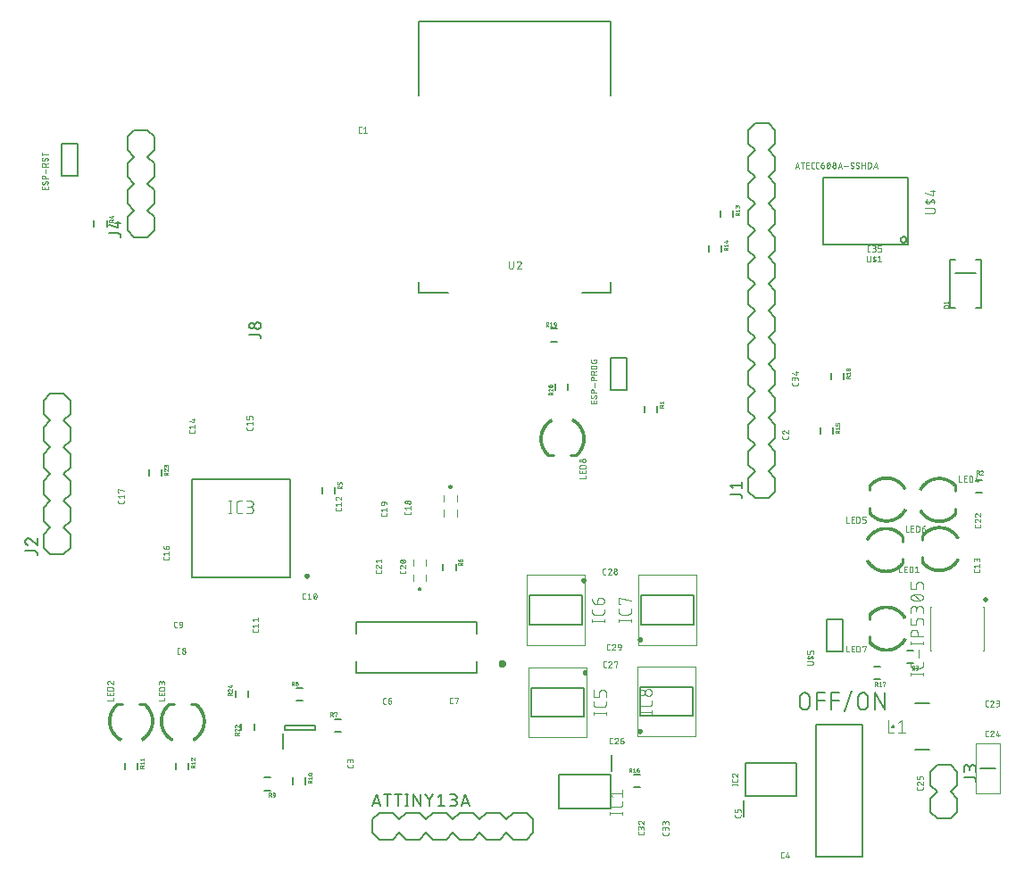
<source format=gto>
G04 EAGLE Gerber RS-274X export*
G75*
%MOMM*%
%FSLAX34Y34*%
%LPD*%
%INSilkscreen Top*%
%IPPOS*%
%AMOC8*
5,1,8,0,0,1.08239X$1,22.5*%
G01*
%ADD10C,0.203200*%
%ADD11C,0.127000*%
%ADD12C,0.050800*%
%ADD13C,0.025400*%
%ADD14C,0.100000*%
%ADD15C,0.200000*%
%ADD16C,0.200000*%
%ADD17C,0.400000*%
%ADD18C,0.500000*%
%ADD19C,0.120000*%
%ADD20C,0.101600*%
%ADD21C,0.250000*%
%ADD22C,0.050000*%
%ADD23C,0.152400*%
%ADD24C,0.076200*%
%ADD25C,0.254000*%
%ADD26C,0.177800*%


D10*
X495000Y66250D02*
X501350Y72600D01*
X514050Y72600D01*
X520400Y66250D01*
X520400Y53550D02*
X514050Y47200D01*
X501350Y47200D01*
X495000Y53550D01*
X463250Y72600D02*
X450550Y72600D01*
X463250Y72600D02*
X469600Y66250D01*
X469600Y53550D02*
X463250Y47200D01*
X469600Y66250D02*
X475950Y72600D01*
X488650Y72600D01*
X495000Y66250D01*
X495000Y53550D02*
X488650Y47200D01*
X475950Y47200D01*
X469600Y53550D01*
X425150Y72600D02*
X418800Y66250D01*
X425150Y72600D02*
X437850Y72600D01*
X444200Y66250D01*
X444200Y53550D02*
X437850Y47200D01*
X425150Y47200D01*
X418800Y53550D01*
X444200Y66250D02*
X450550Y72600D01*
X444200Y53550D02*
X450550Y47200D01*
X463250Y47200D01*
X387050Y72600D02*
X374350Y72600D01*
X387050Y72600D02*
X393400Y66250D01*
X393400Y53550D02*
X387050Y47200D01*
X393400Y66250D02*
X399750Y72600D01*
X412450Y72600D01*
X418800Y66250D01*
X418800Y53550D02*
X412450Y47200D01*
X399750Y47200D01*
X393400Y53550D01*
X368000Y53550D02*
X368000Y66250D01*
X374350Y72600D01*
X368000Y53550D02*
X374350Y47200D01*
X387050Y47200D01*
X520400Y53550D02*
X520400Y66250D01*
D11*
X371683Y90253D02*
X367873Y78823D01*
X375493Y78823D02*
X371683Y90253D01*
X374541Y81681D02*
X368826Y81681D01*
X382351Y78823D02*
X382351Y90253D01*
X379176Y90253D02*
X385526Y90253D01*
X392257Y90253D02*
X392257Y78823D01*
X389082Y90253D02*
X395432Y90253D01*
X400639Y90253D02*
X400639Y78823D01*
X399369Y78823D02*
X401909Y78823D01*
X401909Y90253D02*
X399369Y90253D01*
X406989Y90253D02*
X406989Y78823D01*
X413339Y78823D02*
X406989Y90253D01*
X413339Y90253D02*
X413339Y78823D01*
X421975Y84856D02*
X418165Y90253D01*
X421975Y84856D02*
X425785Y90253D01*
X421975Y84856D02*
X421975Y78823D01*
X430230Y87713D02*
X433405Y90253D01*
X433405Y78823D01*
X430230Y78823D02*
X436580Y78823D01*
X441660Y78823D02*
X444835Y78823D01*
X444946Y78825D01*
X445056Y78831D01*
X445167Y78840D01*
X445277Y78854D01*
X445386Y78871D01*
X445495Y78892D01*
X445603Y78917D01*
X445710Y78946D01*
X445816Y78978D01*
X445921Y79014D01*
X446024Y79054D01*
X446126Y79097D01*
X446227Y79144D01*
X446326Y79195D01*
X446423Y79248D01*
X446517Y79305D01*
X446610Y79366D01*
X446701Y79429D01*
X446790Y79496D01*
X446876Y79566D01*
X446959Y79639D01*
X447041Y79714D01*
X447119Y79792D01*
X447194Y79874D01*
X447267Y79957D01*
X447337Y80043D01*
X447404Y80132D01*
X447467Y80223D01*
X447528Y80316D01*
X447585Y80410D01*
X447638Y80507D01*
X447689Y80606D01*
X447736Y80707D01*
X447779Y80809D01*
X447819Y80912D01*
X447855Y81017D01*
X447887Y81123D01*
X447916Y81230D01*
X447941Y81338D01*
X447962Y81447D01*
X447979Y81556D01*
X447993Y81666D01*
X448002Y81777D01*
X448008Y81887D01*
X448010Y81998D01*
X448008Y82109D01*
X448002Y82219D01*
X447993Y82330D01*
X447979Y82440D01*
X447962Y82549D01*
X447941Y82658D01*
X447916Y82766D01*
X447887Y82873D01*
X447855Y82979D01*
X447819Y83084D01*
X447779Y83187D01*
X447736Y83289D01*
X447689Y83390D01*
X447638Y83489D01*
X447585Y83585D01*
X447528Y83680D01*
X447467Y83773D01*
X447404Y83864D01*
X447337Y83953D01*
X447267Y84039D01*
X447194Y84122D01*
X447119Y84204D01*
X447041Y84282D01*
X446959Y84357D01*
X446876Y84430D01*
X446790Y84500D01*
X446701Y84567D01*
X446610Y84630D01*
X446517Y84691D01*
X446423Y84748D01*
X446326Y84801D01*
X446227Y84852D01*
X446126Y84899D01*
X446024Y84942D01*
X445921Y84982D01*
X445816Y85018D01*
X445710Y85050D01*
X445603Y85079D01*
X445495Y85104D01*
X445386Y85125D01*
X445277Y85142D01*
X445167Y85156D01*
X445056Y85165D01*
X444946Y85171D01*
X444835Y85173D01*
X445470Y90253D02*
X441660Y90253D01*
X445470Y90253D02*
X445570Y90251D01*
X445669Y90245D01*
X445769Y90235D01*
X445867Y90222D01*
X445966Y90204D01*
X446063Y90183D01*
X446159Y90158D01*
X446255Y90129D01*
X446349Y90096D01*
X446442Y90060D01*
X446533Y90020D01*
X446623Y89976D01*
X446711Y89929D01*
X446797Y89879D01*
X446881Y89825D01*
X446963Y89768D01*
X447042Y89708D01*
X447120Y89644D01*
X447194Y89578D01*
X447266Y89509D01*
X447335Y89437D01*
X447401Y89363D01*
X447465Y89285D01*
X447525Y89206D01*
X447582Y89124D01*
X447636Y89040D01*
X447686Y88954D01*
X447733Y88866D01*
X447777Y88776D01*
X447817Y88685D01*
X447853Y88592D01*
X447886Y88498D01*
X447915Y88402D01*
X447940Y88306D01*
X447961Y88209D01*
X447979Y88110D01*
X447992Y88012D01*
X448002Y87912D01*
X448008Y87813D01*
X448010Y87713D01*
X448008Y87613D01*
X448002Y87514D01*
X447992Y87414D01*
X447979Y87316D01*
X447961Y87217D01*
X447940Y87120D01*
X447915Y87024D01*
X447886Y86928D01*
X447853Y86834D01*
X447817Y86741D01*
X447777Y86650D01*
X447733Y86560D01*
X447686Y86472D01*
X447636Y86386D01*
X447582Y86302D01*
X447525Y86220D01*
X447465Y86141D01*
X447401Y86063D01*
X447335Y85989D01*
X447266Y85917D01*
X447194Y85848D01*
X447120Y85782D01*
X447042Y85718D01*
X446963Y85658D01*
X446881Y85601D01*
X446797Y85547D01*
X446711Y85497D01*
X446623Y85450D01*
X446533Y85406D01*
X446442Y85366D01*
X446349Y85330D01*
X446255Y85297D01*
X446159Y85268D01*
X446063Y85243D01*
X445966Y85222D01*
X445867Y85204D01*
X445769Y85191D01*
X445669Y85181D01*
X445570Y85175D01*
X445470Y85173D01*
X442930Y85173D01*
X452455Y78823D02*
X456265Y90253D01*
X460075Y78823D01*
X459123Y81681D02*
X453408Y81681D01*
D12*
X357427Y717698D02*
X356185Y717698D01*
X356115Y717700D01*
X356046Y717706D01*
X355977Y717716D01*
X355909Y717729D01*
X355841Y717747D01*
X355775Y717768D01*
X355710Y717793D01*
X355646Y717821D01*
X355584Y717853D01*
X355524Y717888D01*
X355466Y717927D01*
X355411Y717969D01*
X355357Y718014D01*
X355307Y718062D01*
X355259Y718112D01*
X355214Y718166D01*
X355172Y718221D01*
X355133Y718279D01*
X355098Y718339D01*
X355066Y718401D01*
X355038Y718465D01*
X355013Y718530D01*
X354992Y718596D01*
X354974Y718664D01*
X354961Y718732D01*
X354951Y718801D01*
X354945Y718870D01*
X354943Y718940D01*
X354943Y722044D01*
X354945Y722114D01*
X354951Y722183D01*
X354961Y722252D01*
X354974Y722320D01*
X354992Y722388D01*
X355013Y722454D01*
X355038Y722519D01*
X355066Y722583D01*
X355098Y722645D01*
X355133Y722705D01*
X355172Y722763D01*
X355214Y722818D01*
X355259Y722872D01*
X355307Y722922D01*
X355357Y722970D01*
X355411Y723015D01*
X355466Y723057D01*
X355524Y723096D01*
X355584Y723131D01*
X355646Y723163D01*
X355710Y723191D01*
X355775Y723216D01*
X355841Y723237D01*
X355909Y723255D01*
X355977Y723268D01*
X356046Y723278D01*
X356115Y723284D01*
X356185Y723286D01*
X357427Y723286D01*
X359532Y722044D02*
X361084Y723286D01*
X361084Y717698D01*
X359532Y717698D02*
X362636Y717698D01*
X304348Y275514D02*
X303106Y275514D01*
X303036Y275516D01*
X302967Y275522D01*
X302898Y275532D01*
X302830Y275545D01*
X302762Y275563D01*
X302696Y275584D01*
X302631Y275609D01*
X302567Y275637D01*
X302505Y275669D01*
X302445Y275704D01*
X302387Y275743D01*
X302332Y275785D01*
X302278Y275830D01*
X302228Y275878D01*
X302180Y275928D01*
X302135Y275982D01*
X302093Y276037D01*
X302054Y276095D01*
X302019Y276155D01*
X301987Y276217D01*
X301959Y276281D01*
X301934Y276346D01*
X301913Y276412D01*
X301895Y276480D01*
X301882Y276548D01*
X301872Y276617D01*
X301866Y276686D01*
X301864Y276756D01*
X301864Y279860D01*
X301866Y279930D01*
X301872Y279999D01*
X301882Y280068D01*
X301895Y280136D01*
X301913Y280204D01*
X301934Y280270D01*
X301959Y280335D01*
X301987Y280399D01*
X302019Y280461D01*
X302054Y280521D01*
X302093Y280579D01*
X302135Y280634D01*
X302180Y280688D01*
X302228Y280738D01*
X302278Y280786D01*
X302332Y280831D01*
X302387Y280873D01*
X302445Y280912D01*
X302505Y280947D01*
X302567Y280979D01*
X302631Y281007D01*
X302696Y281032D01*
X302762Y281053D01*
X302830Y281071D01*
X302898Y281084D01*
X302967Y281094D01*
X303036Y281100D01*
X303106Y281102D01*
X304348Y281102D01*
X306452Y279860D02*
X308004Y281102D01*
X308004Y275514D01*
X306452Y275514D02*
X309557Y275514D01*
X311939Y278308D02*
X311941Y278439D01*
X311946Y278569D01*
X311956Y278699D01*
X311969Y278829D01*
X311985Y278959D01*
X312005Y279088D01*
X312029Y279216D01*
X312057Y279343D01*
X312088Y279470D01*
X312123Y279596D01*
X312161Y279721D01*
X312203Y279845D01*
X312248Y279967D01*
X312297Y280088D01*
X312349Y280208D01*
X312405Y280326D01*
X312404Y280326D02*
X312427Y280386D01*
X312453Y280446D01*
X312482Y280503D01*
X312515Y280559D01*
X312551Y280613D01*
X312589Y280665D01*
X312631Y280715D01*
X312675Y280762D01*
X312722Y280807D01*
X312772Y280849D01*
X312823Y280888D01*
X312877Y280924D01*
X312933Y280957D01*
X312990Y280987D01*
X313049Y281014D01*
X313110Y281037D01*
X313171Y281057D01*
X313234Y281073D01*
X313298Y281086D01*
X313362Y281095D01*
X313426Y281100D01*
X313491Y281102D01*
X313556Y281100D01*
X313620Y281095D01*
X313684Y281086D01*
X313748Y281073D01*
X313811Y281057D01*
X313872Y281037D01*
X313933Y281014D01*
X313992Y280987D01*
X314049Y280957D01*
X314105Y280924D01*
X314159Y280888D01*
X314210Y280849D01*
X314260Y280807D01*
X314307Y280762D01*
X314351Y280715D01*
X314393Y280665D01*
X314431Y280613D01*
X314467Y280559D01*
X314500Y280503D01*
X314529Y280446D01*
X314555Y280386D01*
X314578Y280326D01*
X314577Y280326D02*
X314633Y280208D01*
X314685Y280088D01*
X314734Y279967D01*
X314779Y279845D01*
X314821Y279721D01*
X314859Y279596D01*
X314894Y279470D01*
X314925Y279344D01*
X314953Y279216D01*
X314977Y279088D01*
X314997Y278959D01*
X315013Y278829D01*
X315026Y278699D01*
X315036Y278569D01*
X315041Y278439D01*
X315043Y278308D01*
X311939Y278308D02*
X311941Y278177D01*
X311946Y278047D01*
X311956Y277917D01*
X311969Y277787D01*
X311985Y277657D01*
X312005Y277528D01*
X312029Y277400D01*
X312057Y277273D01*
X312088Y277146D01*
X312123Y277020D01*
X312161Y276895D01*
X312203Y276771D01*
X312248Y276649D01*
X312297Y276528D01*
X312349Y276408D01*
X312405Y276290D01*
X312404Y276290D02*
X312427Y276230D01*
X312453Y276170D01*
X312482Y276113D01*
X312515Y276057D01*
X312551Y276003D01*
X312589Y275951D01*
X312631Y275901D01*
X312675Y275854D01*
X312722Y275809D01*
X312772Y275767D01*
X312823Y275728D01*
X312877Y275692D01*
X312933Y275659D01*
X312990Y275629D01*
X313049Y275602D01*
X313110Y275579D01*
X313171Y275559D01*
X313234Y275543D01*
X313298Y275530D01*
X313362Y275521D01*
X313426Y275516D01*
X313491Y275514D01*
X314577Y276290D02*
X314633Y276408D01*
X314685Y276528D01*
X314734Y276649D01*
X314779Y276771D01*
X314821Y276895D01*
X314859Y277020D01*
X314894Y277146D01*
X314925Y277272D01*
X314953Y277400D01*
X314977Y277528D01*
X314997Y277657D01*
X315013Y277787D01*
X315026Y277917D01*
X315036Y278047D01*
X315041Y278177D01*
X315043Y278308D01*
X314578Y276290D02*
X314555Y276230D01*
X314529Y276170D01*
X314500Y276113D01*
X314467Y276057D01*
X314431Y276003D01*
X314393Y275951D01*
X314351Y275901D01*
X314307Y275854D01*
X314260Y275809D01*
X314210Y275767D01*
X314159Y275728D01*
X314105Y275692D01*
X314049Y275659D01*
X313992Y275629D01*
X313933Y275602D01*
X313872Y275579D01*
X313811Y275559D01*
X313748Y275543D01*
X313684Y275530D01*
X313620Y275521D01*
X313556Y275516D01*
X313491Y275514D01*
X312249Y276756D02*
X314733Y279860D01*
X259602Y246741D02*
X259602Y245499D01*
X259600Y245429D01*
X259594Y245360D01*
X259584Y245291D01*
X259571Y245223D01*
X259553Y245155D01*
X259532Y245089D01*
X259507Y245024D01*
X259479Y244960D01*
X259447Y244898D01*
X259412Y244838D01*
X259373Y244780D01*
X259331Y244725D01*
X259286Y244671D01*
X259238Y244621D01*
X259188Y244573D01*
X259134Y244528D01*
X259079Y244486D01*
X259021Y244447D01*
X258961Y244412D01*
X258899Y244380D01*
X258835Y244352D01*
X258770Y244327D01*
X258704Y244306D01*
X258636Y244288D01*
X258568Y244275D01*
X258499Y244265D01*
X258430Y244259D01*
X258360Y244257D01*
X255256Y244257D01*
X255186Y244259D01*
X255117Y244265D01*
X255048Y244275D01*
X254980Y244288D01*
X254912Y244306D01*
X254846Y244327D01*
X254781Y244352D01*
X254717Y244380D01*
X254655Y244412D01*
X254595Y244447D01*
X254537Y244486D01*
X254482Y244528D01*
X254428Y244573D01*
X254378Y244621D01*
X254330Y244671D01*
X254285Y244725D01*
X254243Y244780D01*
X254204Y244838D01*
X254169Y244898D01*
X254137Y244960D01*
X254109Y245024D01*
X254084Y245089D01*
X254063Y245155D01*
X254045Y245223D01*
X254032Y245291D01*
X254022Y245360D01*
X254016Y245429D01*
X254014Y245499D01*
X254014Y246741D01*
X255256Y248845D02*
X254014Y250397D01*
X259602Y250397D01*
X259602Y248845D02*
X259602Y251950D01*
X255256Y254332D02*
X254014Y255884D01*
X259602Y255884D01*
X259602Y254332D02*
X259602Y257436D01*
X338486Y360506D02*
X338486Y361748D01*
X338486Y360506D02*
X338484Y360436D01*
X338478Y360367D01*
X338468Y360298D01*
X338455Y360230D01*
X338437Y360162D01*
X338416Y360096D01*
X338391Y360031D01*
X338363Y359967D01*
X338331Y359905D01*
X338296Y359845D01*
X338257Y359787D01*
X338215Y359732D01*
X338170Y359678D01*
X338122Y359628D01*
X338072Y359580D01*
X338018Y359535D01*
X337963Y359493D01*
X337905Y359454D01*
X337845Y359419D01*
X337783Y359387D01*
X337719Y359359D01*
X337654Y359334D01*
X337588Y359313D01*
X337520Y359295D01*
X337452Y359282D01*
X337383Y359272D01*
X337314Y359266D01*
X337244Y359264D01*
X334140Y359264D01*
X334070Y359266D01*
X334001Y359272D01*
X333932Y359282D01*
X333864Y359295D01*
X333796Y359313D01*
X333730Y359334D01*
X333665Y359359D01*
X333601Y359387D01*
X333539Y359419D01*
X333479Y359454D01*
X333421Y359493D01*
X333366Y359535D01*
X333312Y359580D01*
X333262Y359628D01*
X333214Y359678D01*
X333169Y359732D01*
X333127Y359787D01*
X333088Y359845D01*
X333053Y359905D01*
X333021Y359967D01*
X332993Y360031D01*
X332968Y360096D01*
X332947Y360162D01*
X332929Y360230D01*
X332916Y360298D01*
X332906Y360367D01*
X332900Y360436D01*
X332898Y360506D01*
X332898Y361748D01*
X334140Y363852D02*
X332898Y365404D01*
X338486Y365404D01*
X338486Y363852D02*
X338486Y366957D01*
X334295Y372443D02*
X334222Y372441D01*
X334149Y372435D01*
X334076Y372426D01*
X334005Y372412D01*
X333933Y372395D01*
X333863Y372375D01*
X333794Y372350D01*
X333727Y372322D01*
X333661Y372291D01*
X333597Y372256D01*
X333534Y372218D01*
X333474Y372176D01*
X333416Y372132D01*
X333360Y372084D01*
X333307Y372034D01*
X333257Y371981D01*
X333209Y371925D01*
X333165Y371867D01*
X333123Y371807D01*
X333085Y371745D01*
X333050Y371680D01*
X333019Y371614D01*
X332991Y371547D01*
X332966Y371478D01*
X332946Y371408D01*
X332929Y371336D01*
X332915Y371265D01*
X332906Y371192D01*
X332900Y371119D01*
X332898Y371046D01*
X332900Y370962D01*
X332906Y370879D01*
X332915Y370796D01*
X332929Y370713D01*
X332946Y370632D01*
X332968Y370551D01*
X332993Y370471D01*
X333021Y370393D01*
X333053Y370315D01*
X333089Y370240D01*
X333128Y370166D01*
X333171Y370094D01*
X333217Y370024D01*
X333266Y369957D01*
X333319Y369891D01*
X333374Y369829D01*
X333432Y369769D01*
X333493Y369711D01*
X333556Y369657D01*
X333622Y369605D01*
X333690Y369557D01*
X333761Y369512D01*
X333833Y369470D01*
X333908Y369432D01*
X333984Y369397D01*
X334061Y369366D01*
X334140Y369338D01*
X335381Y371977D02*
X335328Y372031D01*
X335271Y372082D01*
X335212Y372130D01*
X335151Y372175D01*
X335088Y372216D01*
X335022Y372255D01*
X334955Y372290D01*
X334886Y372322D01*
X334815Y372350D01*
X334744Y372374D01*
X334671Y372395D01*
X334597Y372412D01*
X334522Y372426D01*
X334447Y372435D01*
X334371Y372441D01*
X334295Y372443D01*
X335382Y371977D02*
X338486Y369339D01*
X338486Y372443D01*
X943986Y303448D02*
X943986Y302206D01*
X943984Y302136D01*
X943978Y302067D01*
X943968Y301998D01*
X943955Y301930D01*
X943937Y301862D01*
X943916Y301796D01*
X943891Y301731D01*
X943863Y301667D01*
X943831Y301605D01*
X943796Y301545D01*
X943757Y301487D01*
X943715Y301432D01*
X943670Y301378D01*
X943622Y301328D01*
X943572Y301280D01*
X943518Y301235D01*
X943463Y301193D01*
X943405Y301154D01*
X943345Y301119D01*
X943283Y301087D01*
X943219Y301059D01*
X943154Y301034D01*
X943088Y301013D01*
X943020Y300995D01*
X942952Y300982D01*
X942883Y300972D01*
X942814Y300966D01*
X942744Y300964D01*
X939640Y300964D01*
X939570Y300966D01*
X939501Y300972D01*
X939432Y300982D01*
X939364Y300995D01*
X939296Y301013D01*
X939230Y301034D01*
X939165Y301059D01*
X939101Y301087D01*
X939039Y301119D01*
X938979Y301154D01*
X938921Y301193D01*
X938866Y301235D01*
X938812Y301280D01*
X938762Y301328D01*
X938714Y301378D01*
X938669Y301432D01*
X938627Y301487D01*
X938588Y301545D01*
X938553Y301605D01*
X938521Y301667D01*
X938493Y301731D01*
X938468Y301796D01*
X938447Y301862D01*
X938429Y301930D01*
X938416Y301998D01*
X938406Y302067D01*
X938400Y302136D01*
X938398Y302206D01*
X938398Y303448D01*
X939640Y305552D02*
X938398Y307104D01*
X943986Y307104D01*
X943986Y305552D02*
X943986Y308657D01*
X943986Y311039D02*
X943986Y312591D01*
X943984Y312668D01*
X943978Y312746D01*
X943969Y312822D01*
X943955Y312899D01*
X943938Y312974D01*
X943917Y313048D01*
X943892Y313122D01*
X943864Y313194D01*
X943832Y313264D01*
X943797Y313333D01*
X943758Y313400D01*
X943716Y313465D01*
X943671Y313528D01*
X943623Y313589D01*
X943572Y313647D01*
X943518Y313702D01*
X943461Y313755D01*
X943402Y313804D01*
X943340Y313851D01*
X943276Y313895D01*
X943210Y313935D01*
X943142Y313972D01*
X943072Y314006D01*
X943001Y314036D01*
X942928Y314062D01*
X942854Y314085D01*
X942779Y314104D01*
X942704Y314119D01*
X942627Y314131D01*
X942550Y314139D01*
X942473Y314143D01*
X942395Y314143D01*
X942318Y314139D01*
X942241Y314131D01*
X942164Y314119D01*
X942089Y314104D01*
X942014Y314085D01*
X941940Y314062D01*
X941867Y314036D01*
X941796Y314006D01*
X941726Y313972D01*
X941658Y313935D01*
X941592Y313895D01*
X941528Y313851D01*
X941466Y313804D01*
X941407Y313755D01*
X941350Y313702D01*
X941296Y313647D01*
X941245Y313589D01*
X941197Y313528D01*
X941152Y313465D01*
X941110Y313400D01*
X941071Y313333D01*
X941036Y313264D01*
X941004Y313194D01*
X940976Y313122D01*
X940951Y313048D01*
X940930Y312974D01*
X940913Y312899D01*
X940899Y312822D01*
X940890Y312746D01*
X940884Y312668D01*
X940882Y312591D01*
X938398Y312901D02*
X938398Y311039D01*
X938398Y312901D02*
X938400Y312971D01*
X938406Y313040D01*
X938416Y313109D01*
X938429Y313177D01*
X938447Y313245D01*
X938468Y313311D01*
X938493Y313376D01*
X938521Y313440D01*
X938553Y313502D01*
X938588Y313562D01*
X938627Y313620D01*
X938669Y313675D01*
X938714Y313729D01*
X938762Y313779D01*
X938812Y313827D01*
X938866Y313872D01*
X938921Y313914D01*
X938979Y313953D01*
X939039Y313988D01*
X939101Y314020D01*
X939165Y314048D01*
X939230Y314073D01*
X939296Y314094D01*
X939364Y314112D01*
X939432Y314125D01*
X939501Y314135D01*
X939570Y314141D01*
X939640Y314143D01*
X939710Y314141D01*
X939779Y314135D01*
X939848Y314125D01*
X939916Y314112D01*
X939984Y314094D01*
X940050Y314073D01*
X940115Y314048D01*
X940179Y314020D01*
X940241Y313988D01*
X940301Y313953D01*
X940359Y313914D01*
X940414Y313872D01*
X940468Y313827D01*
X940518Y313779D01*
X940566Y313729D01*
X940611Y313675D01*
X940653Y313620D01*
X940692Y313562D01*
X940727Y313502D01*
X940759Y313440D01*
X940787Y313376D01*
X940812Y313311D01*
X940833Y313245D01*
X940851Y313177D01*
X940864Y313109D01*
X940874Y313040D01*
X940880Y312971D01*
X940882Y312901D01*
X940882Y311659D01*
X199486Y434406D02*
X199486Y435648D01*
X199486Y434406D02*
X199484Y434336D01*
X199478Y434267D01*
X199468Y434198D01*
X199455Y434130D01*
X199437Y434062D01*
X199416Y433996D01*
X199391Y433931D01*
X199363Y433867D01*
X199331Y433805D01*
X199296Y433745D01*
X199257Y433687D01*
X199215Y433632D01*
X199170Y433578D01*
X199122Y433528D01*
X199072Y433480D01*
X199018Y433435D01*
X198963Y433393D01*
X198905Y433354D01*
X198845Y433319D01*
X198783Y433287D01*
X198719Y433259D01*
X198654Y433234D01*
X198588Y433213D01*
X198520Y433195D01*
X198452Y433182D01*
X198383Y433172D01*
X198314Y433166D01*
X198244Y433164D01*
X195140Y433164D01*
X195070Y433166D01*
X195001Y433172D01*
X194932Y433182D01*
X194864Y433195D01*
X194796Y433213D01*
X194730Y433234D01*
X194665Y433259D01*
X194601Y433287D01*
X194539Y433319D01*
X194479Y433354D01*
X194421Y433393D01*
X194366Y433435D01*
X194312Y433480D01*
X194262Y433528D01*
X194214Y433578D01*
X194169Y433632D01*
X194127Y433687D01*
X194088Y433745D01*
X194053Y433805D01*
X194021Y433867D01*
X193993Y433931D01*
X193968Y433996D01*
X193947Y434062D01*
X193929Y434130D01*
X193916Y434198D01*
X193906Y434267D01*
X193900Y434336D01*
X193898Y434406D01*
X193898Y435648D01*
X195140Y437752D02*
X193898Y439304D01*
X199486Y439304D01*
X199486Y437752D02*
X199486Y440857D01*
X198244Y443239D02*
X193898Y444480D01*
X198244Y443239D02*
X198244Y446343D01*
X197002Y445412D02*
X199486Y445412D01*
X253986Y438348D02*
X253986Y437106D01*
X253984Y437036D01*
X253978Y436967D01*
X253968Y436898D01*
X253955Y436830D01*
X253937Y436762D01*
X253916Y436696D01*
X253891Y436631D01*
X253863Y436567D01*
X253831Y436505D01*
X253796Y436445D01*
X253757Y436387D01*
X253715Y436332D01*
X253670Y436278D01*
X253622Y436228D01*
X253572Y436180D01*
X253518Y436135D01*
X253463Y436093D01*
X253405Y436054D01*
X253345Y436019D01*
X253283Y435987D01*
X253219Y435959D01*
X253154Y435934D01*
X253088Y435913D01*
X253020Y435895D01*
X252952Y435882D01*
X252883Y435872D01*
X252814Y435866D01*
X252744Y435864D01*
X249640Y435864D01*
X249570Y435866D01*
X249501Y435872D01*
X249432Y435882D01*
X249364Y435895D01*
X249296Y435913D01*
X249230Y435934D01*
X249165Y435959D01*
X249101Y435987D01*
X249039Y436019D01*
X248979Y436054D01*
X248921Y436093D01*
X248866Y436135D01*
X248812Y436180D01*
X248762Y436228D01*
X248714Y436278D01*
X248669Y436332D01*
X248627Y436387D01*
X248588Y436445D01*
X248553Y436505D01*
X248521Y436567D01*
X248493Y436631D01*
X248468Y436696D01*
X248447Y436762D01*
X248429Y436830D01*
X248416Y436898D01*
X248406Y436967D01*
X248400Y437036D01*
X248398Y437106D01*
X248398Y438348D01*
X249640Y440452D02*
X248398Y442004D01*
X253986Y442004D01*
X253986Y440452D02*
X253986Y443557D01*
X253986Y445939D02*
X253986Y447801D01*
X253984Y447871D01*
X253978Y447940D01*
X253968Y448009D01*
X253955Y448077D01*
X253937Y448145D01*
X253916Y448211D01*
X253891Y448276D01*
X253863Y448340D01*
X253831Y448402D01*
X253796Y448462D01*
X253757Y448520D01*
X253715Y448575D01*
X253670Y448629D01*
X253622Y448679D01*
X253572Y448727D01*
X253518Y448772D01*
X253463Y448814D01*
X253405Y448853D01*
X253345Y448888D01*
X253283Y448920D01*
X253219Y448948D01*
X253154Y448973D01*
X253088Y448994D01*
X253020Y449012D01*
X252952Y449025D01*
X252883Y449035D01*
X252814Y449041D01*
X252744Y449043D01*
X252123Y449043D01*
X252053Y449041D01*
X251984Y449035D01*
X251915Y449025D01*
X251847Y449012D01*
X251779Y448994D01*
X251713Y448973D01*
X251648Y448948D01*
X251584Y448920D01*
X251522Y448888D01*
X251462Y448853D01*
X251404Y448814D01*
X251349Y448772D01*
X251295Y448727D01*
X251245Y448679D01*
X251197Y448629D01*
X251152Y448575D01*
X251110Y448520D01*
X251071Y448462D01*
X251036Y448402D01*
X251004Y448340D01*
X250976Y448276D01*
X250951Y448211D01*
X250930Y448145D01*
X250912Y448077D01*
X250899Y448009D01*
X250889Y447940D01*
X250883Y447871D01*
X250881Y447801D01*
X250882Y447801D02*
X250882Y445939D01*
X248398Y445939D01*
X248398Y449043D01*
X175102Y315241D02*
X175102Y313999D01*
X175100Y313929D01*
X175094Y313860D01*
X175084Y313791D01*
X175071Y313723D01*
X175053Y313655D01*
X175032Y313589D01*
X175007Y313524D01*
X174979Y313460D01*
X174947Y313398D01*
X174912Y313338D01*
X174873Y313280D01*
X174831Y313225D01*
X174786Y313171D01*
X174738Y313121D01*
X174688Y313073D01*
X174634Y313028D01*
X174579Y312986D01*
X174521Y312947D01*
X174461Y312912D01*
X174399Y312880D01*
X174335Y312852D01*
X174270Y312827D01*
X174204Y312806D01*
X174136Y312788D01*
X174068Y312775D01*
X173999Y312765D01*
X173930Y312759D01*
X173860Y312757D01*
X170756Y312757D01*
X170686Y312759D01*
X170617Y312765D01*
X170548Y312775D01*
X170480Y312788D01*
X170412Y312806D01*
X170346Y312827D01*
X170281Y312852D01*
X170217Y312880D01*
X170155Y312912D01*
X170095Y312947D01*
X170037Y312986D01*
X169982Y313028D01*
X169928Y313073D01*
X169878Y313121D01*
X169830Y313171D01*
X169785Y313225D01*
X169743Y313280D01*
X169704Y313338D01*
X169669Y313398D01*
X169637Y313460D01*
X169609Y313524D01*
X169584Y313589D01*
X169563Y313655D01*
X169545Y313723D01*
X169532Y313791D01*
X169522Y313860D01*
X169516Y313929D01*
X169514Y313999D01*
X169514Y315241D01*
X170756Y317345D02*
X169514Y318897D01*
X175102Y318897D01*
X175102Y317345D02*
X175102Y320450D01*
X171998Y322832D02*
X171998Y324694D01*
X171997Y324694D02*
X171999Y324764D01*
X172005Y324833D01*
X172015Y324902D01*
X172028Y324970D01*
X172046Y325038D01*
X172067Y325104D01*
X172092Y325169D01*
X172120Y325233D01*
X172152Y325295D01*
X172187Y325355D01*
X172226Y325413D01*
X172268Y325468D01*
X172313Y325522D01*
X172361Y325572D01*
X172411Y325620D01*
X172465Y325665D01*
X172520Y325707D01*
X172578Y325746D01*
X172638Y325781D01*
X172700Y325813D01*
X172764Y325841D01*
X172829Y325866D01*
X172895Y325887D01*
X172963Y325905D01*
X173031Y325918D01*
X173100Y325928D01*
X173169Y325934D01*
X173239Y325936D01*
X173550Y325936D01*
X173627Y325934D01*
X173705Y325928D01*
X173781Y325919D01*
X173858Y325905D01*
X173933Y325888D01*
X174007Y325867D01*
X174081Y325842D01*
X174153Y325814D01*
X174223Y325782D01*
X174292Y325747D01*
X174359Y325708D01*
X174424Y325666D01*
X174487Y325621D01*
X174548Y325573D01*
X174606Y325522D01*
X174661Y325468D01*
X174714Y325411D01*
X174763Y325352D01*
X174810Y325290D01*
X174854Y325226D01*
X174894Y325160D01*
X174931Y325092D01*
X174965Y325022D01*
X174995Y324951D01*
X175021Y324878D01*
X175044Y324804D01*
X175063Y324729D01*
X175078Y324654D01*
X175090Y324577D01*
X175098Y324500D01*
X175102Y324423D01*
X175102Y324345D01*
X175098Y324268D01*
X175090Y324191D01*
X175078Y324114D01*
X175063Y324039D01*
X175044Y323964D01*
X175021Y323890D01*
X174995Y323817D01*
X174965Y323746D01*
X174931Y323676D01*
X174894Y323608D01*
X174854Y323542D01*
X174810Y323478D01*
X174763Y323416D01*
X174714Y323357D01*
X174661Y323300D01*
X174606Y323246D01*
X174548Y323195D01*
X174487Y323147D01*
X174424Y323102D01*
X174359Y323060D01*
X174292Y323021D01*
X174223Y322986D01*
X174153Y322954D01*
X174081Y322926D01*
X174007Y322901D01*
X173933Y322880D01*
X173858Y322863D01*
X173781Y322849D01*
X173705Y322840D01*
X173627Y322834D01*
X173550Y322832D01*
X171998Y322832D01*
X171998Y322831D02*
X171900Y322833D01*
X171803Y322839D01*
X171706Y322848D01*
X171609Y322862D01*
X171513Y322879D01*
X171418Y322900D01*
X171324Y322924D01*
X171230Y322953D01*
X171138Y322985D01*
X171047Y323020D01*
X170958Y323059D01*
X170870Y323102D01*
X170784Y323148D01*
X170700Y323197D01*
X170618Y323250D01*
X170538Y323305D01*
X170460Y323364D01*
X170385Y323426D01*
X170312Y323491D01*
X170242Y323559D01*
X170174Y323629D01*
X170109Y323702D01*
X170047Y323777D01*
X169988Y323855D01*
X169933Y323935D01*
X169880Y324017D01*
X169831Y324101D01*
X169785Y324187D01*
X169742Y324275D01*
X169703Y324364D01*
X169668Y324455D01*
X169636Y324547D01*
X169607Y324641D01*
X169583Y324735D01*
X169562Y324830D01*
X169545Y324926D01*
X169531Y325023D01*
X169522Y325120D01*
X169516Y325217D01*
X169514Y325315D01*
X132186Y367706D02*
X132186Y368948D01*
X132186Y367706D02*
X132184Y367636D01*
X132178Y367567D01*
X132168Y367498D01*
X132155Y367430D01*
X132137Y367362D01*
X132116Y367296D01*
X132091Y367231D01*
X132063Y367167D01*
X132031Y367105D01*
X131996Y367045D01*
X131957Y366987D01*
X131915Y366932D01*
X131870Y366878D01*
X131822Y366828D01*
X131772Y366780D01*
X131718Y366735D01*
X131663Y366693D01*
X131605Y366654D01*
X131545Y366619D01*
X131483Y366587D01*
X131419Y366559D01*
X131354Y366534D01*
X131288Y366513D01*
X131220Y366495D01*
X131152Y366482D01*
X131083Y366472D01*
X131014Y366466D01*
X130944Y366464D01*
X127840Y366464D01*
X127770Y366466D01*
X127701Y366472D01*
X127632Y366482D01*
X127564Y366495D01*
X127496Y366513D01*
X127430Y366534D01*
X127365Y366559D01*
X127301Y366587D01*
X127239Y366619D01*
X127179Y366654D01*
X127121Y366693D01*
X127066Y366735D01*
X127012Y366780D01*
X126962Y366828D01*
X126914Y366878D01*
X126869Y366932D01*
X126827Y366987D01*
X126788Y367045D01*
X126753Y367105D01*
X126721Y367167D01*
X126693Y367231D01*
X126668Y367296D01*
X126647Y367362D01*
X126629Y367430D01*
X126616Y367498D01*
X126606Y367567D01*
X126600Y367636D01*
X126598Y367706D01*
X126598Y368948D01*
X127840Y371052D02*
X126598Y372604D01*
X132186Y372604D01*
X132186Y371052D02*
X132186Y374157D01*
X127219Y376539D02*
X126598Y376539D01*
X126598Y379643D01*
X132186Y378091D01*
X404186Y358148D02*
X404186Y356906D01*
X404184Y356836D01*
X404178Y356767D01*
X404168Y356698D01*
X404155Y356630D01*
X404137Y356562D01*
X404116Y356496D01*
X404091Y356431D01*
X404063Y356367D01*
X404031Y356305D01*
X403996Y356245D01*
X403957Y356187D01*
X403915Y356132D01*
X403870Y356078D01*
X403822Y356028D01*
X403772Y355980D01*
X403718Y355935D01*
X403663Y355893D01*
X403605Y355854D01*
X403545Y355819D01*
X403483Y355787D01*
X403419Y355759D01*
X403354Y355734D01*
X403288Y355713D01*
X403220Y355695D01*
X403152Y355682D01*
X403083Y355672D01*
X403014Y355666D01*
X402944Y355664D01*
X399840Y355664D01*
X399770Y355666D01*
X399701Y355672D01*
X399632Y355682D01*
X399564Y355695D01*
X399496Y355713D01*
X399430Y355734D01*
X399365Y355759D01*
X399301Y355787D01*
X399239Y355819D01*
X399179Y355854D01*
X399121Y355893D01*
X399066Y355935D01*
X399012Y355980D01*
X398962Y356028D01*
X398914Y356078D01*
X398869Y356132D01*
X398827Y356187D01*
X398788Y356245D01*
X398753Y356305D01*
X398721Y356367D01*
X398693Y356431D01*
X398668Y356496D01*
X398647Y356562D01*
X398629Y356630D01*
X398616Y356698D01*
X398606Y356767D01*
X398600Y356836D01*
X398598Y356906D01*
X398598Y358148D01*
X399840Y360252D02*
X398598Y361804D01*
X404186Y361804D01*
X404186Y360252D02*
X404186Y363357D01*
X402634Y365739D02*
X402557Y365741D01*
X402479Y365747D01*
X402403Y365756D01*
X402326Y365770D01*
X402251Y365787D01*
X402177Y365808D01*
X402103Y365833D01*
X402031Y365861D01*
X401961Y365893D01*
X401892Y365928D01*
X401825Y365967D01*
X401760Y366009D01*
X401697Y366054D01*
X401636Y366102D01*
X401578Y366153D01*
X401523Y366207D01*
X401470Y366264D01*
X401421Y366323D01*
X401374Y366385D01*
X401330Y366449D01*
X401290Y366515D01*
X401253Y366583D01*
X401219Y366653D01*
X401189Y366724D01*
X401163Y366797D01*
X401140Y366871D01*
X401121Y366946D01*
X401106Y367021D01*
X401094Y367098D01*
X401086Y367175D01*
X401082Y367252D01*
X401082Y367330D01*
X401086Y367407D01*
X401094Y367484D01*
X401106Y367561D01*
X401121Y367636D01*
X401140Y367711D01*
X401163Y367785D01*
X401189Y367858D01*
X401219Y367929D01*
X401253Y367999D01*
X401290Y368067D01*
X401330Y368133D01*
X401374Y368197D01*
X401421Y368259D01*
X401470Y368318D01*
X401523Y368375D01*
X401578Y368429D01*
X401636Y368480D01*
X401697Y368528D01*
X401760Y368573D01*
X401825Y368615D01*
X401892Y368654D01*
X401961Y368689D01*
X402031Y368721D01*
X402103Y368749D01*
X402177Y368774D01*
X402251Y368795D01*
X402326Y368812D01*
X402403Y368826D01*
X402479Y368835D01*
X402557Y368841D01*
X402634Y368843D01*
X402711Y368841D01*
X402789Y368835D01*
X402865Y368826D01*
X402942Y368812D01*
X403017Y368795D01*
X403091Y368774D01*
X403165Y368749D01*
X403237Y368721D01*
X403307Y368689D01*
X403376Y368654D01*
X403443Y368615D01*
X403508Y368573D01*
X403571Y368528D01*
X403632Y368480D01*
X403690Y368429D01*
X403745Y368375D01*
X403798Y368318D01*
X403847Y368259D01*
X403894Y368197D01*
X403938Y368133D01*
X403978Y368067D01*
X404015Y367999D01*
X404049Y367929D01*
X404079Y367858D01*
X404105Y367785D01*
X404128Y367711D01*
X404147Y367636D01*
X404162Y367561D01*
X404174Y367484D01*
X404182Y367407D01*
X404186Y367330D01*
X404186Y367252D01*
X404182Y367175D01*
X404174Y367098D01*
X404162Y367021D01*
X404147Y366946D01*
X404128Y366871D01*
X404105Y366797D01*
X404079Y366724D01*
X404049Y366653D01*
X404015Y366583D01*
X403978Y366515D01*
X403938Y366449D01*
X403894Y366385D01*
X403847Y366323D01*
X403798Y366264D01*
X403745Y366207D01*
X403690Y366153D01*
X403632Y366102D01*
X403571Y366054D01*
X403508Y366009D01*
X403443Y365967D01*
X403376Y365928D01*
X403307Y365893D01*
X403237Y365861D01*
X403165Y365833D01*
X403091Y365808D01*
X403017Y365787D01*
X402942Y365770D01*
X402865Y365756D01*
X402789Y365747D01*
X402711Y365741D01*
X402634Y365739D01*
X399840Y366049D02*
X399770Y366051D01*
X399701Y366057D01*
X399632Y366067D01*
X399564Y366080D01*
X399496Y366098D01*
X399430Y366119D01*
X399365Y366144D01*
X399301Y366172D01*
X399239Y366204D01*
X399179Y366239D01*
X399121Y366278D01*
X399066Y366320D01*
X399012Y366365D01*
X398962Y366413D01*
X398914Y366463D01*
X398869Y366517D01*
X398827Y366572D01*
X398788Y366630D01*
X398753Y366690D01*
X398721Y366752D01*
X398693Y366816D01*
X398668Y366881D01*
X398647Y366947D01*
X398629Y367015D01*
X398616Y367083D01*
X398606Y367152D01*
X398600Y367221D01*
X398598Y367291D01*
X398600Y367361D01*
X398606Y367430D01*
X398616Y367499D01*
X398629Y367567D01*
X398647Y367635D01*
X398668Y367701D01*
X398693Y367766D01*
X398721Y367830D01*
X398753Y367892D01*
X398788Y367952D01*
X398827Y368010D01*
X398869Y368065D01*
X398914Y368119D01*
X398962Y368169D01*
X399012Y368217D01*
X399066Y368262D01*
X399121Y368304D01*
X399179Y368343D01*
X399239Y368378D01*
X399301Y368410D01*
X399365Y368438D01*
X399430Y368463D01*
X399496Y368484D01*
X399564Y368502D01*
X399632Y368515D01*
X399701Y368525D01*
X399770Y368531D01*
X399840Y368533D01*
X399910Y368531D01*
X399979Y368525D01*
X400048Y368515D01*
X400116Y368502D01*
X400184Y368484D01*
X400250Y368463D01*
X400315Y368438D01*
X400379Y368410D01*
X400441Y368378D01*
X400501Y368343D01*
X400559Y368304D01*
X400614Y368262D01*
X400668Y368217D01*
X400718Y368169D01*
X400766Y368119D01*
X400811Y368065D01*
X400853Y368010D01*
X400892Y367952D01*
X400927Y367892D01*
X400959Y367830D01*
X400987Y367766D01*
X401012Y367701D01*
X401033Y367635D01*
X401051Y367567D01*
X401064Y367499D01*
X401074Y367430D01*
X401080Y367361D01*
X401082Y367291D01*
X401080Y367221D01*
X401074Y367152D01*
X401064Y367083D01*
X401051Y367015D01*
X401033Y366947D01*
X401012Y366881D01*
X400987Y366816D01*
X400959Y366752D01*
X400927Y366690D01*
X400892Y366630D01*
X400853Y366572D01*
X400811Y366517D01*
X400766Y366463D01*
X400718Y366413D01*
X400668Y366365D01*
X400614Y366320D01*
X400559Y366278D01*
X400501Y366239D01*
X400441Y366204D01*
X400379Y366172D01*
X400315Y366144D01*
X400250Y366119D01*
X400184Y366098D01*
X400116Y366080D01*
X400048Y366067D01*
X399979Y366057D01*
X399910Y366051D01*
X399840Y366049D01*
X381686Y356848D02*
X381686Y355606D01*
X381684Y355536D01*
X381678Y355467D01*
X381668Y355398D01*
X381655Y355330D01*
X381637Y355262D01*
X381616Y355196D01*
X381591Y355131D01*
X381563Y355067D01*
X381531Y355005D01*
X381496Y354945D01*
X381457Y354887D01*
X381415Y354832D01*
X381370Y354778D01*
X381322Y354728D01*
X381272Y354680D01*
X381218Y354635D01*
X381163Y354593D01*
X381105Y354554D01*
X381045Y354519D01*
X380983Y354487D01*
X380919Y354459D01*
X380854Y354434D01*
X380788Y354413D01*
X380720Y354395D01*
X380652Y354382D01*
X380583Y354372D01*
X380514Y354366D01*
X380444Y354364D01*
X377340Y354364D01*
X377270Y354366D01*
X377201Y354372D01*
X377132Y354382D01*
X377064Y354395D01*
X376996Y354413D01*
X376930Y354434D01*
X376865Y354459D01*
X376801Y354487D01*
X376739Y354519D01*
X376679Y354554D01*
X376621Y354593D01*
X376566Y354635D01*
X376512Y354680D01*
X376462Y354728D01*
X376414Y354778D01*
X376369Y354832D01*
X376327Y354887D01*
X376288Y354945D01*
X376253Y355005D01*
X376221Y355067D01*
X376193Y355131D01*
X376168Y355196D01*
X376147Y355262D01*
X376129Y355330D01*
X376116Y355398D01*
X376106Y355467D01*
X376100Y355536D01*
X376098Y355606D01*
X376098Y356848D01*
X377340Y358952D02*
X376098Y360504D01*
X381686Y360504D01*
X381686Y358952D02*
X381686Y362057D01*
X379202Y365680D02*
X379202Y367543D01*
X379203Y365680D02*
X379201Y365610D01*
X379195Y365541D01*
X379185Y365472D01*
X379172Y365404D01*
X379154Y365336D01*
X379133Y365270D01*
X379108Y365205D01*
X379080Y365141D01*
X379048Y365079D01*
X379013Y365019D01*
X378974Y364961D01*
X378932Y364906D01*
X378887Y364852D01*
X378839Y364802D01*
X378789Y364754D01*
X378735Y364709D01*
X378680Y364667D01*
X378622Y364628D01*
X378562Y364593D01*
X378500Y364561D01*
X378436Y364533D01*
X378371Y364508D01*
X378305Y364487D01*
X378237Y364469D01*
X378169Y364456D01*
X378100Y364446D01*
X378031Y364440D01*
X377961Y364438D01*
X377961Y364439D02*
X377650Y364439D01*
X377573Y364441D01*
X377495Y364447D01*
X377419Y364456D01*
X377342Y364470D01*
X377267Y364487D01*
X377193Y364508D01*
X377119Y364533D01*
X377047Y364561D01*
X376977Y364593D01*
X376908Y364628D01*
X376841Y364667D01*
X376776Y364709D01*
X376713Y364754D01*
X376652Y364802D01*
X376594Y364853D01*
X376539Y364907D01*
X376486Y364964D01*
X376437Y365023D01*
X376390Y365085D01*
X376346Y365149D01*
X376306Y365215D01*
X376269Y365283D01*
X376235Y365353D01*
X376205Y365424D01*
X376179Y365497D01*
X376156Y365571D01*
X376137Y365646D01*
X376122Y365721D01*
X376110Y365798D01*
X376102Y365875D01*
X376098Y365952D01*
X376098Y366030D01*
X376102Y366107D01*
X376110Y366184D01*
X376122Y366261D01*
X376137Y366336D01*
X376156Y366411D01*
X376179Y366485D01*
X376205Y366558D01*
X376235Y366629D01*
X376269Y366699D01*
X376306Y366767D01*
X376346Y366833D01*
X376390Y366897D01*
X376437Y366959D01*
X376486Y367018D01*
X376539Y367075D01*
X376594Y367129D01*
X376652Y367180D01*
X376713Y367228D01*
X376776Y367273D01*
X376841Y367315D01*
X376908Y367354D01*
X376977Y367389D01*
X377047Y367421D01*
X377119Y367449D01*
X377193Y367474D01*
X377267Y367495D01*
X377342Y367512D01*
X377419Y367526D01*
X377495Y367535D01*
X377573Y367541D01*
X377650Y367543D01*
X379202Y367543D01*
X379202Y367544D02*
X379300Y367542D01*
X379397Y367536D01*
X379494Y367527D01*
X379591Y367513D01*
X379687Y367496D01*
X379782Y367475D01*
X379876Y367451D01*
X379970Y367422D01*
X380062Y367390D01*
X380153Y367355D01*
X380242Y367316D01*
X380330Y367273D01*
X380416Y367227D01*
X380500Y367178D01*
X380582Y367125D01*
X380662Y367070D01*
X380740Y367011D01*
X380815Y366949D01*
X380888Y366884D01*
X380958Y366816D01*
X381026Y366746D01*
X381091Y366673D01*
X381153Y366598D01*
X381212Y366520D01*
X381267Y366440D01*
X381320Y366358D01*
X381369Y366274D01*
X381415Y366188D01*
X381458Y366100D01*
X381497Y366011D01*
X381532Y365920D01*
X381564Y365828D01*
X381593Y365734D01*
X381617Y365640D01*
X381638Y365545D01*
X381655Y365449D01*
X381669Y365352D01*
X381678Y365255D01*
X381684Y365157D01*
X381686Y365060D01*
X762286Y428806D02*
X762286Y430048D01*
X762286Y428806D02*
X762284Y428736D01*
X762278Y428667D01*
X762268Y428598D01*
X762255Y428530D01*
X762237Y428462D01*
X762216Y428396D01*
X762191Y428331D01*
X762163Y428267D01*
X762131Y428205D01*
X762096Y428145D01*
X762057Y428087D01*
X762015Y428032D01*
X761970Y427978D01*
X761922Y427928D01*
X761872Y427880D01*
X761818Y427835D01*
X761763Y427793D01*
X761705Y427754D01*
X761645Y427719D01*
X761583Y427687D01*
X761519Y427659D01*
X761454Y427634D01*
X761388Y427613D01*
X761320Y427595D01*
X761252Y427582D01*
X761183Y427572D01*
X761114Y427566D01*
X761044Y427564D01*
X757940Y427564D01*
X757870Y427566D01*
X757801Y427572D01*
X757732Y427582D01*
X757664Y427595D01*
X757596Y427613D01*
X757530Y427634D01*
X757465Y427659D01*
X757401Y427687D01*
X757339Y427719D01*
X757279Y427754D01*
X757221Y427793D01*
X757166Y427835D01*
X757112Y427880D01*
X757062Y427928D01*
X757014Y427978D01*
X756969Y428032D01*
X756927Y428087D01*
X756888Y428145D01*
X756853Y428205D01*
X756821Y428267D01*
X756793Y428331D01*
X756768Y428396D01*
X756747Y428462D01*
X756729Y428530D01*
X756716Y428598D01*
X756706Y428667D01*
X756700Y428736D01*
X756698Y428806D01*
X756698Y430048D01*
X756698Y433860D02*
X756700Y433933D01*
X756706Y434006D01*
X756715Y434079D01*
X756729Y434150D01*
X756746Y434222D01*
X756766Y434292D01*
X756791Y434361D01*
X756819Y434428D01*
X756850Y434494D01*
X756885Y434559D01*
X756923Y434621D01*
X756965Y434681D01*
X757009Y434739D01*
X757057Y434795D01*
X757107Y434848D01*
X757160Y434898D01*
X757216Y434946D01*
X757274Y434990D01*
X757334Y435032D01*
X757397Y435070D01*
X757461Y435105D01*
X757527Y435136D01*
X757594Y435164D01*
X757663Y435189D01*
X757733Y435209D01*
X757805Y435226D01*
X757876Y435240D01*
X757949Y435249D01*
X758022Y435255D01*
X758095Y435257D01*
X756698Y433860D02*
X756700Y433776D01*
X756706Y433693D01*
X756715Y433610D01*
X756729Y433527D01*
X756746Y433446D01*
X756768Y433365D01*
X756793Y433285D01*
X756821Y433207D01*
X756853Y433129D01*
X756889Y433054D01*
X756928Y432980D01*
X756971Y432908D01*
X757017Y432838D01*
X757066Y432771D01*
X757119Y432705D01*
X757174Y432643D01*
X757232Y432583D01*
X757293Y432525D01*
X757356Y432471D01*
X757422Y432419D01*
X757490Y432371D01*
X757561Y432326D01*
X757633Y432284D01*
X757708Y432246D01*
X757784Y432211D01*
X757861Y432180D01*
X757940Y432152D01*
X759181Y434790D02*
X759128Y434844D01*
X759071Y434895D01*
X759012Y434943D01*
X758951Y434988D01*
X758888Y435029D01*
X758822Y435068D01*
X758755Y435103D01*
X758686Y435135D01*
X758615Y435163D01*
X758544Y435187D01*
X758471Y435208D01*
X758397Y435225D01*
X758322Y435239D01*
X758247Y435248D01*
X758171Y435254D01*
X758095Y435256D01*
X759182Y434791D02*
X762286Y432152D01*
X762286Y435257D01*
X399402Y302241D02*
X399402Y300999D01*
X399400Y300929D01*
X399394Y300860D01*
X399384Y300791D01*
X399371Y300723D01*
X399353Y300655D01*
X399332Y300589D01*
X399307Y300524D01*
X399279Y300460D01*
X399247Y300398D01*
X399212Y300338D01*
X399173Y300280D01*
X399131Y300225D01*
X399086Y300171D01*
X399038Y300121D01*
X398988Y300073D01*
X398934Y300028D01*
X398879Y299986D01*
X398821Y299947D01*
X398761Y299912D01*
X398699Y299880D01*
X398635Y299852D01*
X398570Y299827D01*
X398504Y299806D01*
X398436Y299788D01*
X398368Y299775D01*
X398299Y299765D01*
X398230Y299759D01*
X398160Y299757D01*
X395056Y299757D01*
X394986Y299759D01*
X394917Y299765D01*
X394848Y299775D01*
X394780Y299788D01*
X394712Y299806D01*
X394646Y299827D01*
X394581Y299852D01*
X394517Y299880D01*
X394455Y299912D01*
X394395Y299947D01*
X394337Y299986D01*
X394282Y300028D01*
X394228Y300073D01*
X394178Y300121D01*
X394130Y300171D01*
X394085Y300225D01*
X394043Y300280D01*
X394004Y300338D01*
X393969Y300398D01*
X393937Y300460D01*
X393909Y300524D01*
X393884Y300589D01*
X393863Y300655D01*
X393845Y300723D01*
X393832Y300791D01*
X393822Y300860D01*
X393816Y300929D01*
X393814Y300999D01*
X393814Y302241D01*
X393814Y306053D02*
X393816Y306126D01*
X393822Y306199D01*
X393831Y306272D01*
X393845Y306343D01*
X393862Y306415D01*
X393882Y306485D01*
X393907Y306554D01*
X393935Y306621D01*
X393966Y306687D01*
X394001Y306752D01*
X394039Y306814D01*
X394081Y306874D01*
X394125Y306932D01*
X394173Y306988D01*
X394223Y307041D01*
X394276Y307091D01*
X394332Y307139D01*
X394390Y307183D01*
X394450Y307225D01*
X394513Y307263D01*
X394577Y307298D01*
X394643Y307329D01*
X394710Y307357D01*
X394779Y307382D01*
X394849Y307402D01*
X394921Y307419D01*
X394992Y307433D01*
X395065Y307442D01*
X395138Y307448D01*
X395211Y307450D01*
X393814Y306053D02*
X393816Y305969D01*
X393822Y305886D01*
X393831Y305803D01*
X393845Y305720D01*
X393862Y305639D01*
X393884Y305558D01*
X393909Y305478D01*
X393937Y305400D01*
X393969Y305322D01*
X394005Y305247D01*
X394044Y305173D01*
X394087Y305101D01*
X394133Y305031D01*
X394182Y304964D01*
X394235Y304898D01*
X394290Y304836D01*
X394348Y304776D01*
X394409Y304718D01*
X394472Y304664D01*
X394538Y304612D01*
X394606Y304564D01*
X394677Y304519D01*
X394749Y304477D01*
X394824Y304439D01*
X394900Y304404D01*
X394977Y304373D01*
X395056Y304345D01*
X396297Y306983D02*
X396244Y307037D01*
X396187Y307088D01*
X396128Y307136D01*
X396067Y307181D01*
X396004Y307222D01*
X395938Y307261D01*
X395871Y307296D01*
X395802Y307328D01*
X395731Y307356D01*
X395660Y307380D01*
X395587Y307401D01*
X395513Y307418D01*
X395438Y307432D01*
X395363Y307441D01*
X395287Y307447D01*
X395211Y307449D01*
X396298Y306984D02*
X399402Y304345D01*
X399402Y307450D01*
X396608Y309832D02*
X396477Y309834D01*
X396347Y309839D01*
X396217Y309849D01*
X396087Y309862D01*
X395957Y309878D01*
X395828Y309898D01*
X395700Y309922D01*
X395573Y309950D01*
X395446Y309981D01*
X395320Y310016D01*
X395195Y310054D01*
X395071Y310096D01*
X394949Y310141D01*
X394828Y310190D01*
X394708Y310242D01*
X394590Y310298D01*
X394590Y310297D02*
X394530Y310320D01*
X394470Y310346D01*
X394413Y310375D01*
X394357Y310408D01*
X394303Y310444D01*
X394251Y310482D01*
X394201Y310524D01*
X394154Y310568D01*
X394109Y310615D01*
X394067Y310665D01*
X394028Y310716D01*
X393992Y310770D01*
X393959Y310826D01*
X393929Y310883D01*
X393902Y310942D01*
X393879Y311003D01*
X393859Y311064D01*
X393843Y311127D01*
X393830Y311191D01*
X393821Y311255D01*
X393816Y311319D01*
X393814Y311384D01*
X393816Y311449D01*
X393821Y311513D01*
X393830Y311577D01*
X393843Y311641D01*
X393859Y311704D01*
X393879Y311765D01*
X393902Y311826D01*
X393929Y311885D01*
X393959Y311942D01*
X393992Y311998D01*
X394028Y312052D01*
X394067Y312103D01*
X394109Y312153D01*
X394154Y312200D01*
X394201Y312244D01*
X394251Y312286D01*
X394303Y312324D01*
X394357Y312360D01*
X394413Y312393D01*
X394470Y312422D01*
X394530Y312448D01*
X394590Y312471D01*
X394590Y312470D02*
X394708Y312526D01*
X394828Y312578D01*
X394949Y312627D01*
X395071Y312672D01*
X395195Y312714D01*
X395320Y312752D01*
X395446Y312787D01*
X395572Y312818D01*
X395700Y312846D01*
X395828Y312870D01*
X395957Y312890D01*
X396087Y312906D01*
X396217Y312919D01*
X396347Y312929D01*
X396477Y312934D01*
X396608Y312936D01*
X396608Y309832D02*
X396739Y309834D01*
X396869Y309839D01*
X396999Y309849D01*
X397129Y309862D01*
X397259Y309878D01*
X397388Y309898D01*
X397516Y309922D01*
X397643Y309950D01*
X397770Y309981D01*
X397896Y310016D01*
X398021Y310054D01*
X398145Y310096D01*
X398267Y310141D01*
X398388Y310190D01*
X398508Y310242D01*
X398626Y310298D01*
X398626Y310297D02*
X398686Y310320D01*
X398746Y310346D01*
X398803Y310375D01*
X398859Y310408D01*
X398913Y310444D01*
X398965Y310482D01*
X399015Y310524D01*
X399062Y310568D01*
X399107Y310615D01*
X399149Y310665D01*
X399188Y310716D01*
X399224Y310770D01*
X399257Y310826D01*
X399287Y310883D01*
X399314Y310942D01*
X399337Y311003D01*
X399357Y311064D01*
X399373Y311127D01*
X399386Y311191D01*
X399395Y311255D01*
X399400Y311319D01*
X399402Y311384D01*
X398626Y312470D02*
X398508Y312526D01*
X398388Y312578D01*
X398267Y312627D01*
X398145Y312672D01*
X398021Y312714D01*
X397896Y312752D01*
X397770Y312787D01*
X397644Y312818D01*
X397516Y312846D01*
X397388Y312870D01*
X397259Y312890D01*
X397129Y312906D01*
X396999Y312919D01*
X396869Y312929D01*
X396739Y312934D01*
X396608Y312936D01*
X398626Y312471D02*
X398686Y312448D01*
X398746Y312422D01*
X398803Y312393D01*
X398859Y312360D01*
X398913Y312324D01*
X398965Y312286D01*
X399015Y312244D01*
X399062Y312200D01*
X399107Y312153D01*
X399149Y312103D01*
X399188Y312052D01*
X399224Y311998D01*
X399257Y311942D01*
X399287Y311885D01*
X399314Y311826D01*
X399337Y311765D01*
X399357Y311704D01*
X399373Y311641D01*
X399386Y311577D01*
X399395Y311513D01*
X399400Y311449D01*
X399402Y311384D01*
X398160Y310142D02*
X395056Y312626D01*
X376402Y302541D02*
X376402Y301299D01*
X376400Y301229D01*
X376394Y301160D01*
X376384Y301091D01*
X376371Y301023D01*
X376353Y300955D01*
X376332Y300889D01*
X376307Y300824D01*
X376279Y300760D01*
X376247Y300698D01*
X376212Y300638D01*
X376173Y300580D01*
X376131Y300525D01*
X376086Y300471D01*
X376038Y300421D01*
X375988Y300373D01*
X375934Y300328D01*
X375879Y300286D01*
X375821Y300247D01*
X375761Y300212D01*
X375699Y300180D01*
X375635Y300152D01*
X375570Y300127D01*
X375504Y300106D01*
X375436Y300088D01*
X375368Y300075D01*
X375299Y300065D01*
X375230Y300059D01*
X375160Y300057D01*
X372056Y300057D01*
X371986Y300059D01*
X371917Y300065D01*
X371848Y300075D01*
X371780Y300088D01*
X371712Y300106D01*
X371646Y300127D01*
X371581Y300152D01*
X371517Y300180D01*
X371455Y300212D01*
X371395Y300247D01*
X371337Y300286D01*
X371282Y300328D01*
X371228Y300373D01*
X371178Y300421D01*
X371130Y300471D01*
X371085Y300525D01*
X371043Y300580D01*
X371004Y300638D01*
X370969Y300698D01*
X370937Y300760D01*
X370909Y300824D01*
X370884Y300889D01*
X370863Y300955D01*
X370845Y301023D01*
X370832Y301091D01*
X370822Y301160D01*
X370816Y301229D01*
X370814Y301299D01*
X370814Y302541D01*
X370814Y306353D02*
X370816Y306426D01*
X370822Y306499D01*
X370831Y306572D01*
X370845Y306643D01*
X370862Y306715D01*
X370882Y306785D01*
X370907Y306854D01*
X370935Y306921D01*
X370966Y306987D01*
X371001Y307052D01*
X371039Y307114D01*
X371081Y307174D01*
X371125Y307232D01*
X371173Y307288D01*
X371223Y307341D01*
X371276Y307391D01*
X371332Y307439D01*
X371390Y307483D01*
X371450Y307525D01*
X371513Y307563D01*
X371577Y307598D01*
X371643Y307629D01*
X371710Y307657D01*
X371779Y307682D01*
X371849Y307702D01*
X371921Y307719D01*
X371992Y307733D01*
X372065Y307742D01*
X372138Y307748D01*
X372211Y307750D01*
X370814Y306353D02*
X370816Y306269D01*
X370822Y306186D01*
X370831Y306103D01*
X370845Y306020D01*
X370862Y305939D01*
X370884Y305858D01*
X370909Y305778D01*
X370937Y305700D01*
X370969Y305622D01*
X371005Y305547D01*
X371044Y305473D01*
X371087Y305401D01*
X371133Y305331D01*
X371182Y305264D01*
X371235Y305198D01*
X371290Y305136D01*
X371348Y305076D01*
X371409Y305018D01*
X371472Y304964D01*
X371538Y304912D01*
X371606Y304864D01*
X371677Y304819D01*
X371749Y304777D01*
X371824Y304739D01*
X371900Y304704D01*
X371977Y304673D01*
X372056Y304645D01*
X373297Y307283D02*
X373244Y307337D01*
X373187Y307388D01*
X373128Y307436D01*
X373067Y307481D01*
X373004Y307522D01*
X372938Y307561D01*
X372871Y307596D01*
X372802Y307628D01*
X372731Y307656D01*
X372660Y307680D01*
X372587Y307701D01*
X372513Y307718D01*
X372438Y307732D01*
X372363Y307741D01*
X372287Y307747D01*
X372211Y307749D01*
X373298Y307284D02*
X376402Y304645D01*
X376402Y307750D01*
X372056Y310132D02*
X370814Y311684D01*
X376402Y311684D01*
X376402Y310132D02*
X376402Y313236D01*
X944686Y344706D02*
X944686Y345948D01*
X944686Y344706D02*
X944684Y344636D01*
X944678Y344567D01*
X944668Y344498D01*
X944655Y344430D01*
X944637Y344362D01*
X944616Y344296D01*
X944591Y344231D01*
X944563Y344167D01*
X944531Y344105D01*
X944496Y344045D01*
X944457Y343987D01*
X944415Y343932D01*
X944370Y343878D01*
X944322Y343828D01*
X944272Y343780D01*
X944218Y343735D01*
X944163Y343693D01*
X944105Y343654D01*
X944045Y343619D01*
X943983Y343587D01*
X943919Y343559D01*
X943854Y343534D01*
X943788Y343513D01*
X943720Y343495D01*
X943652Y343482D01*
X943583Y343472D01*
X943514Y343466D01*
X943444Y343464D01*
X940340Y343464D01*
X940270Y343466D01*
X940201Y343472D01*
X940132Y343482D01*
X940064Y343495D01*
X939996Y343513D01*
X939930Y343534D01*
X939865Y343559D01*
X939801Y343587D01*
X939739Y343619D01*
X939679Y343654D01*
X939621Y343693D01*
X939566Y343735D01*
X939512Y343780D01*
X939462Y343828D01*
X939414Y343878D01*
X939369Y343932D01*
X939327Y343987D01*
X939288Y344045D01*
X939253Y344105D01*
X939221Y344167D01*
X939193Y344231D01*
X939168Y344296D01*
X939147Y344362D01*
X939129Y344430D01*
X939116Y344498D01*
X939106Y344567D01*
X939100Y344636D01*
X939098Y344706D01*
X939098Y345948D01*
X939098Y349760D02*
X939100Y349833D01*
X939106Y349906D01*
X939115Y349979D01*
X939129Y350050D01*
X939146Y350122D01*
X939166Y350192D01*
X939191Y350261D01*
X939219Y350328D01*
X939250Y350394D01*
X939285Y350459D01*
X939323Y350521D01*
X939365Y350581D01*
X939409Y350639D01*
X939457Y350695D01*
X939507Y350748D01*
X939560Y350798D01*
X939616Y350846D01*
X939674Y350890D01*
X939734Y350932D01*
X939797Y350970D01*
X939861Y351005D01*
X939927Y351036D01*
X939994Y351064D01*
X940063Y351089D01*
X940133Y351109D01*
X940205Y351126D01*
X940276Y351140D01*
X940349Y351149D01*
X940422Y351155D01*
X940495Y351157D01*
X939098Y349760D02*
X939100Y349676D01*
X939106Y349593D01*
X939115Y349510D01*
X939129Y349427D01*
X939146Y349346D01*
X939168Y349265D01*
X939193Y349185D01*
X939221Y349107D01*
X939253Y349029D01*
X939289Y348954D01*
X939328Y348880D01*
X939371Y348808D01*
X939417Y348738D01*
X939466Y348671D01*
X939519Y348605D01*
X939574Y348543D01*
X939632Y348483D01*
X939693Y348425D01*
X939756Y348371D01*
X939822Y348319D01*
X939890Y348271D01*
X939961Y348226D01*
X940033Y348184D01*
X940108Y348146D01*
X940184Y348111D01*
X940261Y348080D01*
X940340Y348052D01*
X941581Y350690D02*
X941528Y350744D01*
X941471Y350795D01*
X941412Y350843D01*
X941351Y350888D01*
X941288Y350929D01*
X941222Y350968D01*
X941155Y351003D01*
X941086Y351035D01*
X941015Y351063D01*
X940944Y351087D01*
X940871Y351108D01*
X940797Y351125D01*
X940722Y351139D01*
X940647Y351148D01*
X940571Y351154D01*
X940495Y351156D01*
X941582Y350691D02*
X944686Y348052D01*
X944686Y351157D01*
X940495Y356643D02*
X940422Y356641D01*
X940349Y356635D01*
X940276Y356626D01*
X940205Y356612D01*
X940133Y356595D01*
X940063Y356575D01*
X939994Y356550D01*
X939927Y356522D01*
X939861Y356491D01*
X939797Y356456D01*
X939734Y356418D01*
X939674Y356376D01*
X939616Y356332D01*
X939560Y356284D01*
X939507Y356234D01*
X939457Y356181D01*
X939409Y356125D01*
X939365Y356067D01*
X939323Y356007D01*
X939285Y355945D01*
X939250Y355880D01*
X939219Y355814D01*
X939191Y355747D01*
X939166Y355678D01*
X939146Y355608D01*
X939129Y355536D01*
X939115Y355465D01*
X939106Y355392D01*
X939100Y355319D01*
X939098Y355246D01*
X939100Y355162D01*
X939106Y355079D01*
X939115Y354996D01*
X939129Y354913D01*
X939146Y354832D01*
X939168Y354751D01*
X939193Y354671D01*
X939221Y354593D01*
X939253Y354515D01*
X939289Y354440D01*
X939328Y354366D01*
X939371Y354294D01*
X939417Y354224D01*
X939466Y354157D01*
X939519Y354091D01*
X939574Y354029D01*
X939632Y353969D01*
X939693Y353911D01*
X939756Y353857D01*
X939822Y353805D01*
X939890Y353757D01*
X939961Y353712D01*
X940033Y353670D01*
X940108Y353632D01*
X940184Y353597D01*
X940261Y353566D01*
X940340Y353538D01*
X941581Y356177D02*
X941528Y356231D01*
X941471Y356282D01*
X941412Y356330D01*
X941351Y356375D01*
X941288Y356416D01*
X941222Y356455D01*
X941155Y356490D01*
X941086Y356522D01*
X941015Y356550D01*
X940944Y356574D01*
X940871Y356595D01*
X940797Y356612D01*
X940722Y356626D01*
X940647Y356635D01*
X940571Y356641D01*
X940495Y356643D01*
X941582Y356177D02*
X944686Y353539D01*
X944686Y356643D01*
X950399Y173598D02*
X951641Y173598D01*
X950399Y173598D02*
X950329Y173600D01*
X950260Y173606D01*
X950191Y173616D01*
X950123Y173629D01*
X950055Y173647D01*
X949989Y173668D01*
X949924Y173693D01*
X949860Y173721D01*
X949798Y173753D01*
X949738Y173788D01*
X949680Y173827D01*
X949625Y173869D01*
X949571Y173914D01*
X949521Y173962D01*
X949473Y174012D01*
X949428Y174066D01*
X949386Y174121D01*
X949347Y174179D01*
X949312Y174239D01*
X949280Y174301D01*
X949252Y174365D01*
X949227Y174430D01*
X949206Y174496D01*
X949188Y174564D01*
X949175Y174632D01*
X949165Y174701D01*
X949159Y174770D01*
X949157Y174840D01*
X949157Y177944D01*
X949159Y178014D01*
X949165Y178083D01*
X949175Y178152D01*
X949188Y178220D01*
X949206Y178288D01*
X949227Y178354D01*
X949252Y178419D01*
X949280Y178483D01*
X949312Y178545D01*
X949347Y178605D01*
X949386Y178663D01*
X949428Y178718D01*
X949473Y178772D01*
X949521Y178822D01*
X949571Y178870D01*
X949625Y178915D01*
X949680Y178957D01*
X949738Y178996D01*
X949798Y179031D01*
X949860Y179063D01*
X949924Y179091D01*
X949989Y179116D01*
X950055Y179137D01*
X950123Y179155D01*
X950191Y179168D01*
X950260Y179178D01*
X950329Y179184D01*
X950399Y179186D01*
X951641Y179186D01*
X955453Y179186D02*
X955526Y179184D01*
X955599Y179178D01*
X955672Y179169D01*
X955743Y179155D01*
X955815Y179138D01*
X955885Y179118D01*
X955954Y179093D01*
X956021Y179065D01*
X956087Y179034D01*
X956152Y178999D01*
X956214Y178961D01*
X956274Y178919D01*
X956332Y178875D01*
X956388Y178827D01*
X956441Y178777D01*
X956491Y178724D01*
X956539Y178668D01*
X956583Y178610D01*
X956625Y178550D01*
X956663Y178488D01*
X956698Y178423D01*
X956729Y178357D01*
X956757Y178290D01*
X956782Y178221D01*
X956802Y178151D01*
X956819Y178079D01*
X956833Y178008D01*
X956842Y177935D01*
X956848Y177862D01*
X956850Y177789D01*
X955453Y179186D02*
X955369Y179184D01*
X955286Y179178D01*
X955203Y179169D01*
X955121Y179155D01*
X955039Y179138D01*
X954958Y179116D01*
X954878Y179091D01*
X954800Y179063D01*
X954722Y179031D01*
X954647Y178995D01*
X954573Y178956D01*
X954501Y178913D01*
X954431Y178867D01*
X954364Y178818D01*
X954298Y178765D01*
X954236Y178710D01*
X954176Y178652D01*
X954118Y178591D01*
X954064Y178528D01*
X954012Y178462D01*
X953964Y178394D01*
X953919Y178323D01*
X953877Y178251D01*
X953839Y178176D01*
X953804Y178100D01*
X953773Y178023D01*
X953745Y177944D01*
X956383Y176703D02*
X956437Y176756D01*
X956488Y176813D01*
X956536Y176872D01*
X956581Y176933D01*
X956622Y176996D01*
X956661Y177062D01*
X956696Y177129D01*
X956728Y177198D01*
X956756Y177269D01*
X956780Y177340D01*
X956801Y177413D01*
X956818Y177487D01*
X956832Y177562D01*
X956841Y177637D01*
X956847Y177713D01*
X956849Y177789D01*
X956384Y176702D02*
X953745Y173598D01*
X956850Y173598D01*
X959232Y173598D02*
X960784Y173598D01*
X960861Y173600D01*
X960939Y173606D01*
X961015Y173615D01*
X961092Y173629D01*
X961167Y173646D01*
X961241Y173667D01*
X961315Y173692D01*
X961387Y173720D01*
X961457Y173752D01*
X961526Y173787D01*
X961593Y173826D01*
X961658Y173868D01*
X961721Y173913D01*
X961782Y173961D01*
X961840Y174012D01*
X961895Y174066D01*
X961948Y174123D01*
X961997Y174182D01*
X962044Y174244D01*
X962088Y174308D01*
X962128Y174374D01*
X962165Y174442D01*
X962199Y174512D01*
X962229Y174583D01*
X962255Y174656D01*
X962278Y174730D01*
X962297Y174805D01*
X962312Y174880D01*
X962324Y174957D01*
X962332Y175034D01*
X962336Y175111D01*
X962336Y175189D01*
X962332Y175266D01*
X962324Y175343D01*
X962312Y175420D01*
X962297Y175495D01*
X962278Y175570D01*
X962255Y175644D01*
X962229Y175717D01*
X962199Y175788D01*
X962165Y175858D01*
X962128Y175926D01*
X962088Y175992D01*
X962044Y176056D01*
X961997Y176118D01*
X961948Y176177D01*
X961895Y176234D01*
X961840Y176288D01*
X961782Y176339D01*
X961721Y176387D01*
X961658Y176432D01*
X961593Y176474D01*
X961526Y176513D01*
X961457Y176548D01*
X961387Y176580D01*
X961315Y176608D01*
X961241Y176633D01*
X961167Y176654D01*
X961092Y176671D01*
X961015Y176685D01*
X960939Y176694D01*
X960861Y176700D01*
X960784Y176702D01*
X961094Y179186D02*
X959232Y179186D01*
X961094Y179186D02*
X961164Y179184D01*
X961233Y179178D01*
X961302Y179168D01*
X961370Y179155D01*
X961438Y179137D01*
X961504Y179116D01*
X961569Y179091D01*
X961633Y179063D01*
X961695Y179031D01*
X961755Y178996D01*
X961813Y178957D01*
X961868Y178915D01*
X961922Y178870D01*
X961972Y178822D01*
X962020Y178772D01*
X962065Y178718D01*
X962107Y178663D01*
X962146Y178605D01*
X962181Y178545D01*
X962213Y178483D01*
X962241Y178419D01*
X962266Y178354D01*
X962287Y178288D01*
X962305Y178220D01*
X962318Y178152D01*
X962328Y178083D01*
X962334Y178014D01*
X962336Y177944D01*
X962334Y177874D01*
X962328Y177805D01*
X962318Y177736D01*
X962305Y177668D01*
X962287Y177600D01*
X962266Y177534D01*
X962241Y177469D01*
X962213Y177405D01*
X962181Y177343D01*
X962146Y177283D01*
X962107Y177225D01*
X962065Y177170D01*
X962020Y177116D01*
X961972Y177066D01*
X961922Y177018D01*
X961868Y176973D01*
X961813Y176931D01*
X961755Y176892D01*
X961695Y176857D01*
X961633Y176825D01*
X961569Y176797D01*
X961504Y176772D01*
X961438Y176751D01*
X961370Y176733D01*
X961302Y176720D01*
X961233Y176710D01*
X961164Y176704D01*
X961094Y176702D01*
X959852Y176702D01*
X951941Y145098D02*
X950699Y145098D01*
X950629Y145100D01*
X950560Y145106D01*
X950491Y145116D01*
X950423Y145129D01*
X950355Y145147D01*
X950289Y145168D01*
X950224Y145193D01*
X950160Y145221D01*
X950098Y145253D01*
X950038Y145288D01*
X949980Y145327D01*
X949925Y145369D01*
X949871Y145414D01*
X949821Y145462D01*
X949773Y145512D01*
X949728Y145566D01*
X949686Y145621D01*
X949647Y145679D01*
X949612Y145739D01*
X949580Y145801D01*
X949552Y145865D01*
X949527Y145930D01*
X949506Y145996D01*
X949488Y146064D01*
X949475Y146132D01*
X949465Y146201D01*
X949459Y146270D01*
X949457Y146340D01*
X949457Y149444D01*
X949459Y149514D01*
X949465Y149583D01*
X949475Y149652D01*
X949488Y149720D01*
X949506Y149788D01*
X949527Y149854D01*
X949552Y149919D01*
X949580Y149983D01*
X949612Y150045D01*
X949647Y150105D01*
X949686Y150163D01*
X949728Y150218D01*
X949773Y150272D01*
X949821Y150322D01*
X949871Y150370D01*
X949925Y150415D01*
X949980Y150457D01*
X950038Y150496D01*
X950098Y150531D01*
X950160Y150563D01*
X950224Y150591D01*
X950289Y150616D01*
X950355Y150637D01*
X950423Y150655D01*
X950491Y150668D01*
X950560Y150678D01*
X950629Y150684D01*
X950699Y150686D01*
X951941Y150686D01*
X955753Y150686D02*
X955826Y150684D01*
X955899Y150678D01*
X955972Y150669D01*
X956043Y150655D01*
X956115Y150638D01*
X956185Y150618D01*
X956254Y150593D01*
X956321Y150565D01*
X956387Y150534D01*
X956452Y150499D01*
X956514Y150461D01*
X956574Y150419D01*
X956632Y150375D01*
X956688Y150327D01*
X956741Y150277D01*
X956791Y150224D01*
X956839Y150168D01*
X956883Y150110D01*
X956925Y150050D01*
X956963Y149988D01*
X956998Y149923D01*
X957029Y149857D01*
X957057Y149790D01*
X957082Y149721D01*
X957102Y149651D01*
X957119Y149579D01*
X957133Y149508D01*
X957142Y149435D01*
X957148Y149362D01*
X957150Y149289D01*
X955753Y150686D02*
X955669Y150684D01*
X955586Y150678D01*
X955503Y150669D01*
X955421Y150655D01*
X955339Y150638D01*
X955258Y150616D01*
X955178Y150591D01*
X955100Y150563D01*
X955022Y150531D01*
X954947Y150495D01*
X954873Y150456D01*
X954801Y150413D01*
X954731Y150367D01*
X954664Y150318D01*
X954598Y150265D01*
X954536Y150210D01*
X954476Y150152D01*
X954418Y150091D01*
X954364Y150028D01*
X954312Y149962D01*
X954264Y149894D01*
X954219Y149823D01*
X954177Y149751D01*
X954139Y149676D01*
X954104Y149600D01*
X954073Y149523D01*
X954045Y149444D01*
X956683Y148203D02*
X956737Y148256D01*
X956788Y148313D01*
X956836Y148372D01*
X956881Y148433D01*
X956922Y148496D01*
X956961Y148562D01*
X956996Y148629D01*
X957028Y148698D01*
X957056Y148769D01*
X957080Y148840D01*
X957101Y148913D01*
X957118Y148987D01*
X957132Y149062D01*
X957141Y149137D01*
X957147Y149213D01*
X957149Y149289D01*
X956684Y148202D02*
X954045Y145098D01*
X957150Y145098D01*
X959532Y146340D02*
X960773Y150686D01*
X959532Y146340D02*
X962636Y146340D01*
X961705Y147582D02*
X961705Y145098D01*
X889902Y96741D02*
X889902Y95499D01*
X889900Y95429D01*
X889894Y95360D01*
X889884Y95291D01*
X889871Y95223D01*
X889853Y95155D01*
X889832Y95089D01*
X889807Y95024D01*
X889779Y94960D01*
X889747Y94898D01*
X889712Y94838D01*
X889673Y94780D01*
X889631Y94725D01*
X889586Y94671D01*
X889538Y94621D01*
X889488Y94573D01*
X889434Y94528D01*
X889379Y94486D01*
X889321Y94447D01*
X889261Y94412D01*
X889199Y94380D01*
X889135Y94352D01*
X889070Y94327D01*
X889004Y94306D01*
X888936Y94288D01*
X888868Y94275D01*
X888799Y94265D01*
X888730Y94259D01*
X888660Y94257D01*
X885556Y94257D01*
X885486Y94259D01*
X885417Y94265D01*
X885348Y94275D01*
X885280Y94288D01*
X885212Y94306D01*
X885146Y94327D01*
X885081Y94352D01*
X885017Y94380D01*
X884955Y94412D01*
X884895Y94447D01*
X884837Y94486D01*
X884782Y94528D01*
X884728Y94573D01*
X884678Y94621D01*
X884630Y94671D01*
X884585Y94725D01*
X884543Y94780D01*
X884504Y94838D01*
X884469Y94898D01*
X884437Y94960D01*
X884409Y95024D01*
X884384Y95089D01*
X884363Y95155D01*
X884345Y95223D01*
X884332Y95291D01*
X884322Y95360D01*
X884316Y95429D01*
X884314Y95499D01*
X884314Y96741D01*
X884314Y100553D02*
X884316Y100626D01*
X884322Y100699D01*
X884331Y100772D01*
X884345Y100843D01*
X884362Y100915D01*
X884382Y100985D01*
X884407Y101054D01*
X884435Y101121D01*
X884466Y101187D01*
X884501Y101252D01*
X884539Y101314D01*
X884581Y101374D01*
X884625Y101432D01*
X884673Y101488D01*
X884723Y101541D01*
X884776Y101591D01*
X884832Y101639D01*
X884890Y101683D01*
X884950Y101725D01*
X885013Y101763D01*
X885077Y101798D01*
X885143Y101829D01*
X885210Y101857D01*
X885279Y101882D01*
X885349Y101902D01*
X885421Y101919D01*
X885492Y101933D01*
X885565Y101942D01*
X885638Y101948D01*
X885711Y101950D01*
X884314Y100553D02*
X884316Y100469D01*
X884322Y100386D01*
X884331Y100303D01*
X884345Y100220D01*
X884362Y100139D01*
X884384Y100058D01*
X884409Y99978D01*
X884437Y99900D01*
X884469Y99822D01*
X884505Y99747D01*
X884544Y99673D01*
X884587Y99601D01*
X884633Y99531D01*
X884682Y99464D01*
X884735Y99398D01*
X884790Y99336D01*
X884848Y99276D01*
X884909Y99218D01*
X884972Y99164D01*
X885038Y99112D01*
X885106Y99064D01*
X885177Y99019D01*
X885249Y98977D01*
X885324Y98939D01*
X885400Y98904D01*
X885477Y98873D01*
X885556Y98845D01*
X886797Y101483D02*
X886744Y101537D01*
X886687Y101588D01*
X886628Y101636D01*
X886567Y101681D01*
X886504Y101722D01*
X886438Y101761D01*
X886371Y101796D01*
X886302Y101828D01*
X886231Y101856D01*
X886160Y101880D01*
X886087Y101901D01*
X886013Y101918D01*
X885938Y101932D01*
X885863Y101941D01*
X885787Y101947D01*
X885711Y101949D01*
X886798Y101484D02*
X889902Y98845D01*
X889902Y101950D01*
X889902Y104332D02*
X889902Y106194D01*
X889900Y106264D01*
X889894Y106333D01*
X889884Y106402D01*
X889871Y106470D01*
X889853Y106538D01*
X889832Y106604D01*
X889807Y106669D01*
X889779Y106733D01*
X889747Y106795D01*
X889712Y106855D01*
X889673Y106913D01*
X889631Y106968D01*
X889586Y107022D01*
X889538Y107072D01*
X889488Y107120D01*
X889434Y107165D01*
X889379Y107207D01*
X889321Y107246D01*
X889261Y107281D01*
X889199Y107313D01*
X889135Y107341D01*
X889070Y107366D01*
X889004Y107387D01*
X888936Y107405D01*
X888868Y107418D01*
X888799Y107428D01*
X888730Y107434D01*
X888660Y107436D01*
X888039Y107436D01*
X887969Y107434D01*
X887900Y107428D01*
X887831Y107418D01*
X887763Y107405D01*
X887695Y107387D01*
X887629Y107366D01*
X887564Y107341D01*
X887500Y107313D01*
X887438Y107281D01*
X887378Y107246D01*
X887320Y107207D01*
X887265Y107165D01*
X887211Y107120D01*
X887161Y107072D01*
X887113Y107022D01*
X887068Y106968D01*
X887026Y106913D01*
X886987Y106855D01*
X886952Y106795D01*
X886920Y106733D01*
X886892Y106669D01*
X886867Y106604D01*
X886846Y106538D01*
X886828Y106470D01*
X886815Y106402D01*
X886805Y106333D01*
X886799Y106264D01*
X886797Y106194D01*
X886798Y106194D02*
X886798Y104332D01*
X884314Y104332D01*
X884314Y107436D01*
X595541Y138098D02*
X594299Y138098D01*
X594229Y138100D01*
X594160Y138106D01*
X594091Y138116D01*
X594023Y138129D01*
X593955Y138147D01*
X593889Y138168D01*
X593824Y138193D01*
X593760Y138221D01*
X593698Y138253D01*
X593638Y138288D01*
X593580Y138327D01*
X593525Y138369D01*
X593471Y138414D01*
X593421Y138462D01*
X593373Y138512D01*
X593328Y138566D01*
X593286Y138621D01*
X593247Y138679D01*
X593212Y138739D01*
X593180Y138801D01*
X593152Y138865D01*
X593127Y138930D01*
X593106Y138996D01*
X593088Y139064D01*
X593075Y139132D01*
X593065Y139201D01*
X593059Y139270D01*
X593057Y139340D01*
X593057Y142444D01*
X593059Y142514D01*
X593065Y142583D01*
X593075Y142652D01*
X593088Y142720D01*
X593106Y142788D01*
X593127Y142854D01*
X593152Y142919D01*
X593180Y142983D01*
X593212Y143045D01*
X593247Y143105D01*
X593286Y143163D01*
X593328Y143218D01*
X593373Y143272D01*
X593421Y143322D01*
X593471Y143370D01*
X593525Y143415D01*
X593580Y143457D01*
X593638Y143496D01*
X593698Y143531D01*
X593760Y143563D01*
X593824Y143591D01*
X593889Y143616D01*
X593955Y143637D01*
X594023Y143655D01*
X594091Y143668D01*
X594160Y143678D01*
X594229Y143684D01*
X594299Y143686D01*
X595541Y143686D01*
X599353Y143686D02*
X599426Y143684D01*
X599499Y143678D01*
X599572Y143669D01*
X599643Y143655D01*
X599715Y143638D01*
X599785Y143618D01*
X599854Y143593D01*
X599921Y143565D01*
X599987Y143534D01*
X600052Y143499D01*
X600114Y143461D01*
X600174Y143419D01*
X600232Y143375D01*
X600288Y143327D01*
X600341Y143277D01*
X600391Y143224D01*
X600439Y143168D01*
X600483Y143110D01*
X600525Y143050D01*
X600563Y142988D01*
X600598Y142923D01*
X600629Y142857D01*
X600657Y142790D01*
X600682Y142721D01*
X600702Y142651D01*
X600719Y142579D01*
X600733Y142508D01*
X600742Y142435D01*
X600748Y142362D01*
X600750Y142289D01*
X599353Y143686D02*
X599269Y143684D01*
X599186Y143678D01*
X599103Y143669D01*
X599021Y143655D01*
X598939Y143638D01*
X598858Y143616D01*
X598778Y143591D01*
X598700Y143563D01*
X598622Y143531D01*
X598547Y143495D01*
X598473Y143456D01*
X598401Y143413D01*
X598331Y143367D01*
X598264Y143318D01*
X598198Y143265D01*
X598136Y143210D01*
X598076Y143152D01*
X598018Y143091D01*
X597964Y143028D01*
X597912Y142962D01*
X597864Y142894D01*
X597819Y142823D01*
X597777Y142751D01*
X597739Y142676D01*
X597704Y142600D01*
X597673Y142523D01*
X597645Y142444D01*
X600283Y141203D02*
X600337Y141256D01*
X600388Y141313D01*
X600436Y141372D01*
X600481Y141433D01*
X600522Y141496D01*
X600561Y141562D01*
X600596Y141629D01*
X600628Y141698D01*
X600656Y141769D01*
X600680Y141840D01*
X600701Y141913D01*
X600718Y141987D01*
X600732Y142062D01*
X600741Y142137D01*
X600747Y142213D01*
X600749Y142289D01*
X600284Y141202D02*
X597645Y138098D01*
X600750Y138098D01*
X603132Y141202D02*
X604994Y141202D01*
X604994Y141203D02*
X605064Y141201D01*
X605133Y141195D01*
X605202Y141185D01*
X605270Y141172D01*
X605338Y141154D01*
X605404Y141133D01*
X605469Y141108D01*
X605533Y141080D01*
X605595Y141048D01*
X605655Y141013D01*
X605713Y140974D01*
X605768Y140932D01*
X605822Y140887D01*
X605872Y140839D01*
X605920Y140789D01*
X605965Y140735D01*
X606007Y140680D01*
X606046Y140622D01*
X606081Y140562D01*
X606113Y140500D01*
X606141Y140436D01*
X606166Y140371D01*
X606187Y140305D01*
X606205Y140237D01*
X606218Y140169D01*
X606228Y140100D01*
X606234Y140031D01*
X606236Y139961D01*
X606236Y139650D01*
X606234Y139573D01*
X606228Y139495D01*
X606219Y139419D01*
X606205Y139342D01*
X606188Y139267D01*
X606167Y139193D01*
X606142Y139119D01*
X606114Y139047D01*
X606082Y138977D01*
X606047Y138908D01*
X606008Y138841D01*
X605966Y138776D01*
X605921Y138713D01*
X605873Y138652D01*
X605822Y138594D01*
X605768Y138539D01*
X605711Y138486D01*
X605652Y138437D01*
X605590Y138390D01*
X605526Y138346D01*
X605460Y138306D01*
X605392Y138269D01*
X605322Y138235D01*
X605251Y138205D01*
X605178Y138179D01*
X605104Y138156D01*
X605029Y138137D01*
X604954Y138122D01*
X604877Y138110D01*
X604800Y138102D01*
X604723Y138098D01*
X604645Y138098D01*
X604568Y138102D01*
X604491Y138110D01*
X604414Y138122D01*
X604339Y138137D01*
X604264Y138156D01*
X604190Y138179D01*
X604117Y138205D01*
X604046Y138235D01*
X603976Y138269D01*
X603908Y138306D01*
X603842Y138346D01*
X603778Y138390D01*
X603716Y138437D01*
X603657Y138486D01*
X603600Y138539D01*
X603546Y138594D01*
X603495Y138652D01*
X603447Y138713D01*
X603402Y138776D01*
X603360Y138841D01*
X603321Y138908D01*
X603286Y138977D01*
X603254Y139047D01*
X603226Y139119D01*
X603201Y139193D01*
X603180Y139267D01*
X603163Y139342D01*
X603149Y139419D01*
X603140Y139495D01*
X603134Y139573D01*
X603132Y139650D01*
X603132Y141202D01*
X603131Y141202D02*
X603133Y141300D01*
X603139Y141397D01*
X603148Y141494D01*
X603162Y141591D01*
X603179Y141687D01*
X603200Y141782D01*
X603224Y141876D01*
X603253Y141970D01*
X603285Y142062D01*
X603320Y142153D01*
X603359Y142242D01*
X603402Y142330D01*
X603448Y142416D01*
X603497Y142500D01*
X603550Y142582D01*
X603605Y142662D01*
X603664Y142740D01*
X603726Y142815D01*
X603791Y142888D01*
X603859Y142958D01*
X603929Y143026D01*
X604002Y143091D01*
X604077Y143153D01*
X604155Y143212D01*
X604235Y143267D01*
X604317Y143320D01*
X604401Y143369D01*
X604487Y143415D01*
X604575Y143458D01*
X604664Y143497D01*
X604755Y143532D01*
X604847Y143564D01*
X604941Y143593D01*
X605035Y143617D01*
X605130Y143638D01*
X605226Y143655D01*
X605323Y143669D01*
X605420Y143678D01*
X605517Y143684D01*
X605615Y143686D01*
X589448Y210814D02*
X588206Y210814D01*
X588136Y210816D01*
X588067Y210822D01*
X587998Y210832D01*
X587930Y210845D01*
X587862Y210863D01*
X587796Y210884D01*
X587731Y210909D01*
X587667Y210937D01*
X587605Y210969D01*
X587545Y211004D01*
X587487Y211043D01*
X587432Y211085D01*
X587378Y211130D01*
X587328Y211178D01*
X587280Y211228D01*
X587235Y211282D01*
X587193Y211337D01*
X587154Y211395D01*
X587119Y211455D01*
X587087Y211517D01*
X587059Y211581D01*
X587034Y211646D01*
X587013Y211712D01*
X586995Y211780D01*
X586982Y211848D01*
X586972Y211917D01*
X586966Y211986D01*
X586964Y212056D01*
X586964Y215160D01*
X586966Y215230D01*
X586972Y215299D01*
X586982Y215368D01*
X586995Y215436D01*
X587013Y215504D01*
X587034Y215570D01*
X587059Y215635D01*
X587087Y215699D01*
X587119Y215761D01*
X587154Y215821D01*
X587193Y215879D01*
X587235Y215934D01*
X587280Y215988D01*
X587328Y216038D01*
X587378Y216086D01*
X587432Y216131D01*
X587487Y216173D01*
X587545Y216212D01*
X587605Y216247D01*
X587667Y216279D01*
X587731Y216307D01*
X587796Y216332D01*
X587862Y216353D01*
X587930Y216371D01*
X587998Y216384D01*
X588067Y216394D01*
X588136Y216400D01*
X588206Y216402D01*
X589448Y216402D01*
X593260Y216402D02*
X593333Y216400D01*
X593406Y216394D01*
X593479Y216385D01*
X593550Y216371D01*
X593622Y216354D01*
X593692Y216334D01*
X593761Y216309D01*
X593828Y216281D01*
X593894Y216250D01*
X593959Y216215D01*
X594021Y216177D01*
X594081Y216135D01*
X594139Y216091D01*
X594195Y216043D01*
X594248Y215993D01*
X594298Y215940D01*
X594346Y215884D01*
X594390Y215826D01*
X594432Y215766D01*
X594470Y215704D01*
X594505Y215639D01*
X594536Y215573D01*
X594564Y215506D01*
X594589Y215437D01*
X594609Y215367D01*
X594626Y215295D01*
X594640Y215224D01*
X594649Y215151D01*
X594655Y215078D01*
X594657Y215005D01*
X593260Y216402D02*
X593176Y216400D01*
X593093Y216394D01*
X593010Y216385D01*
X592928Y216371D01*
X592846Y216354D01*
X592765Y216332D01*
X592685Y216307D01*
X592607Y216279D01*
X592529Y216247D01*
X592454Y216211D01*
X592380Y216172D01*
X592308Y216129D01*
X592238Y216083D01*
X592171Y216034D01*
X592105Y215981D01*
X592043Y215926D01*
X591983Y215868D01*
X591925Y215807D01*
X591871Y215744D01*
X591819Y215678D01*
X591771Y215610D01*
X591726Y215539D01*
X591684Y215467D01*
X591646Y215392D01*
X591611Y215316D01*
X591580Y215239D01*
X591552Y215160D01*
X594190Y213919D02*
X594244Y213972D01*
X594295Y214029D01*
X594343Y214088D01*
X594388Y214149D01*
X594429Y214212D01*
X594468Y214278D01*
X594503Y214345D01*
X594535Y214414D01*
X594563Y214485D01*
X594587Y214556D01*
X594608Y214629D01*
X594625Y214703D01*
X594639Y214778D01*
X594648Y214853D01*
X594654Y214929D01*
X594656Y215005D01*
X594191Y213918D02*
X591552Y210814D01*
X594657Y210814D01*
X597039Y215781D02*
X597039Y216402D01*
X600143Y216402D01*
X598591Y210814D01*
X589148Y298814D02*
X587906Y298814D01*
X587836Y298816D01*
X587767Y298822D01*
X587698Y298832D01*
X587630Y298845D01*
X587562Y298863D01*
X587496Y298884D01*
X587431Y298909D01*
X587367Y298937D01*
X587305Y298969D01*
X587245Y299004D01*
X587187Y299043D01*
X587132Y299085D01*
X587078Y299130D01*
X587028Y299178D01*
X586980Y299228D01*
X586935Y299282D01*
X586893Y299337D01*
X586854Y299395D01*
X586819Y299455D01*
X586787Y299517D01*
X586759Y299581D01*
X586734Y299646D01*
X586713Y299712D01*
X586695Y299780D01*
X586682Y299848D01*
X586672Y299917D01*
X586666Y299986D01*
X586664Y300056D01*
X586664Y303160D01*
X586666Y303230D01*
X586672Y303299D01*
X586682Y303368D01*
X586695Y303436D01*
X586713Y303504D01*
X586734Y303570D01*
X586759Y303635D01*
X586787Y303699D01*
X586819Y303761D01*
X586854Y303821D01*
X586893Y303879D01*
X586935Y303934D01*
X586980Y303988D01*
X587028Y304038D01*
X587078Y304086D01*
X587132Y304131D01*
X587187Y304173D01*
X587245Y304212D01*
X587305Y304247D01*
X587367Y304279D01*
X587431Y304307D01*
X587496Y304332D01*
X587562Y304353D01*
X587630Y304371D01*
X587698Y304384D01*
X587767Y304394D01*
X587836Y304400D01*
X587906Y304402D01*
X589148Y304402D01*
X592960Y304402D02*
X593033Y304400D01*
X593106Y304394D01*
X593179Y304385D01*
X593250Y304371D01*
X593322Y304354D01*
X593392Y304334D01*
X593461Y304309D01*
X593528Y304281D01*
X593594Y304250D01*
X593659Y304215D01*
X593721Y304177D01*
X593781Y304135D01*
X593839Y304091D01*
X593895Y304043D01*
X593948Y303993D01*
X593998Y303940D01*
X594046Y303884D01*
X594090Y303826D01*
X594132Y303766D01*
X594170Y303704D01*
X594205Y303639D01*
X594236Y303573D01*
X594264Y303506D01*
X594289Y303437D01*
X594309Y303367D01*
X594326Y303295D01*
X594340Y303224D01*
X594349Y303151D01*
X594355Y303078D01*
X594357Y303005D01*
X592960Y304402D02*
X592876Y304400D01*
X592793Y304394D01*
X592710Y304385D01*
X592628Y304371D01*
X592546Y304354D01*
X592465Y304332D01*
X592385Y304307D01*
X592307Y304279D01*
X592229Y304247D01*
X592154Y304211D01*
X592080Y304172D01*
X592008Y304129D01*
X591938Y304083D01*
X591871Y304034D01*
X591805Y303981D01*
X591743Y303926D01*
X591683Y303868D01*
X591625Y303807D01*
X591571Y303744D01*
X591519Y303678D01*
X591471Y303610D01*
X591426Y303539D01*
X591384Y303467D01*
X591346Y303392D01*
X591311Y303316D01*
X591280Y303239D01*
X591252Y303160D01*
X593890Y301919D02*
X593944Y301972D01*
X593995Y302029D01*
X594043Y302088D01*
X594088Y302149D01*
X594129Y302212D01*
X594168Y302278D01*
X594203Y302345D01*
X594235Y302414D01*
X594263Y302485D01*
X594287Y302556D01*
X594308Y302629D01*
X594325Y302703D01*
X594339Y302778D01*
X594348Y302853D01*
X594354Y302929D01*
X594356Y303005D01*
X593891Y301918D02*
X591252Y298814D01*
X594357Y298814D01*
X596739Y300366D02*
X596741Y300443D01*
X596747Y300521D01*
X596756Y300597D01*
X596770Y300674D01*
X596787Y300749D01*
X596808Y300823D01*
X596833Y300897D01*
X596861Y300969D01*
X596893Y301039D01*
X596928Y301108D01*
X596967Y301175D01*
X597009Y301240D01*
X597054Y301303D01*
X597102Y301364D01*
X597153Y301422D01*
X597207Y301477D01*
X597264Y301530D01*
X597323Y301579D01*
X597385Y301626D01*
X597449Y301670D01*
X597515Y301710D01*
X597583Y301747D01*
X597653Y301781D01*
X597724Y301811D01*
X597797Y301837D01*
X597871Y301860D01*
X597946Y301879D01*
X598021Y301894D01*
X598098Y301906D01*
X598175Y301914D01*
X598252Y301918D01*
X598330Y301918D01*
X598407Y301914D01*
X598484Y301906D01*
X598561Y301894D01*
X598636Y301879D01*
X598711Y301860D01*
X598785Y301837D01*
X598858Y301811D01*
X598929Y301781D01*
X598999Y301747D01*
X599067Y301710D01*
X599133Y301670D01*
X599197Y301626D01*
X599259Y301579D01*
X599318Y301530D01*
X599375Y301477D01*
X599429Y301422D01*
X599480Y301364D01*
X599528Y301303D01*
X599573Y301240D01*
X599615Y301175D01*
X599654Y301108D01*
X599689Y301039D01*
X599721Y300969D01*
X599749Y300897D01*
X599774Y300823D01*
X599795Y300749D01*
X599812Y300674D01*
X599826Y300597D01*
X599835Y300521D01*
X599841Y300443D01*
X599843Y300366D01*
X599841Y300289D01*
X599835Y300211D01*
X599826Y300135D01*
X599812Y300058D01*
X599795Y299983D01*
X599774Y299909D01*
X599749Y299835D01*
X599721Y299763D01*
X599689Y299693D01*
X599654Y299624D01*
X599615Y299557D01*
X599573Y299492D01*
X599528Y299429D01*
X599480Y299368D01*
X599429Y299310D01*
X599375Y299255D01*
X599318Y299202D01*
X599259Y299153D01*
X599197Y299106D01*
X599133Y299062D01*
X599067Y299022D01*
X598999Y298985D01*
X598929Y298951D01*
X598858Y298921D01*
X598785Y298895D01*
X598711Y298872D01*
X598636Y298853D01*
X598561Y298838D01*
X598484Y298826D01*
X598407Y298818D01*
X598330Y298814D01*
X598252Y298814D01*
X598175Y298818D01*
X598098Y298826D01*
X598021Y298838D01*
X597946Y298853D01*
X597871Y298872D01*
X597797Y298895D01*
X597724Y298921D01*
X597653Y298951D01*
X597583Y298985D01*
X597515Y299022D01*
X597449Y299062D01*
X597385Y299106D01*
X597323Y299153D01*
X597264Y299202D01*
X597207Y299255D01*
X597153Y299310D01*
X597102Y299368D01*
X597054Y299429D01*
X597009Y299492D01*
X596967Y299557D01*
X596928Y299624D01*
X596893Y299693D01*
X596861Y299763D01*
X596833Y299835D01*
X596808Y299909D01*
X596787Y299983D01*
X596770Y300058D01*
X596756Y300135D01*
X596747Y300211D01*
X596741Y300289D01*
X596739Y300366D01*
X597049Y303160D02*
X597051Y303230D01*
X597057Y303299D01*
X597067Y303368D01*
X597080Y303436D01*
X597098Y303504D01*
X597119Y303570D01*
X597144Y303635D01*
X597172Y303699D01*
X597204Y303761D01*
X597239Y303821D01*
X597278Y303879D01*
X597320Y303934D01*
X597365Y303988D01*
X597413Y304038D01*
X597463Y304086D01*
X597517Y304131D01*
X597572Y304173D01*
X597630Y304212D01*
X597690Y304247D01*
X597752Y304279D01*
X597816Y304307D01*
X597881Y304332D01*
X597947Y304353D01*
X598015Y304371D01*
X598083Y304384D01*
X598152Y304394D01*
X598221Y304400D01*
X598291Y304402D01*
X598361Y304400D01*
X598430Y304394D01*
X598499Y304384D01*
X598567Y304371D01*
X598635Y304353D01*
X598701Y304332D01*
X598766Y304307D01*
X598830Y304279D01*
X598892Y304247D01*
X598952Y304212D01*
X599010Y304173D01*
X599065Y304131D01*
X599119Y304086D01*
X599169Y304038D01*
X599217Y303988D01*
X599262Y303934D01*
X599304Y303879D01*
X599343Y303821D01*
X599378Y303761D01*
X599410Y303699D01*
X599438Y303635D01*
X599463Y303570D01*
X599484Y303504D01*
X599502Y303436D01*
X599515Y303368D01*
X599525Y303299D01*
X599531Y303230D01*
X599533Y303160D01*
X599531Y303090D01*
X599525Y303021D01*
X599515Y302952D01*
X599502Y302884D01*
X599484Y302816D01*
X599463Y302750D01*
X599438Y302685D01*
X599410Y302621D01*
X599378Y302559D01*
X599343Y302499D01*
X599304Y302441D01*
X599262Y302386D01*
X599217Y302332D01*
X599169Y302282D01*
X599119Y302234D01*
X599065Y302189D01*
X599010Y302147D01*
X598952Y302108D01*
X598892Y302073D01*
X598830Y302041D01*
X598766Y302013D01*
X598701Y301988D01*
X598635Y301967D01*
X598567Y301949D01*
X598499Y301936D01*
X598430Y301926D01*
X598361Y301920D01*
X598291Y301918D01*
X598221Y301920D01*
X598152Y301926D01*
X598083Y301936D01*
X598015Y301949D01*
X597947Y301967D01*
X597881Y301988D01*
X597816Y302013D01*
X597752Y302041D01*
X597690Y302073D01*
X597630Y302108D01*
X597572Y302147D01*
X597517Y302189D01*
X597463Y302234D01*
X597413Y302282D01*
X597365Y302332D01*
X597320Y302386D01*
X597278Y302441D01*
X597239Y302499D01*
X597204Y302559D01*
X597172Y302621D01*
X597144Y302685D01*
X597119Y302750D01*
X597098Y302816D01*
X597080Y302884D01*
X597067Y302952D01*
X597057Y303021D01*
X597051Y303090D01*
X597049Y303160D01*
X592941Y227098D02*
X591699Y227098D01*
X591629Y227100D01*
X591560Y227106D01*
X591491Y227116D01*
X591423Y227129D01*
X591355Y227147D01*
X591289Y227168D01*
X591224Y227193D01*
X591160Y227221D01*
X591098Y227253D01*
X591038Y227288D01*
X590980Y227327D01*
X590925Y227369D01*
X590871Y227414D01*
X590821Y227462D01*
X590773Y227512D01*
X590728Y227566D01*
X590686Y227621D01*
X590647Y227679D01*
X590612Y227739D01*
X590580Y227801D01*
X590552Y227865D01*
X590527Y227930D01*
X590506Y227996D01*
X590488Y228064D01*
X590475Y228132D01*
X590465Y228201D01*
X590459Y228270D01*
X590457Y228340D01*
X590457Y231444D01*
X590459Y231514D01*
X590465Y231583D01*
X590475Y231652D01*
X590488Y231720D01*
X590506Y231788D01*
X590527Y231854D01*
X590552Y231919D01*
X590580Y231983D01*
X590612Y232045D01*
X590647Y232105D01*
X590686Y232163D01*
X590728Y232218D01*
X590773Y232272D01*
X590821Y232322D01*
X590871Y232370D01*
X590925Y232415D01*
X590980Y232457D01*
X591038Y232496D01*
X591098Y232531D01*
X591160Y232563D01*
X591224Y232591D01*
X591289Y232616D01*
X591355Y232637D01*
X591423Y232655D01*
X591491Y232668D01*
X591560Y232678D01*
X591629Y232684D01*
X591699Y232686D01*
X592941Y232686D01*
X596753Y232686D02*
X596826Y232684D01*
X596899Y232678D01*
X596972Y232669D01*
X597043Y232655D01*
X597115Y232638D01*
X597185Y232618D01*
X597254Y232593D01*
X597321Y232565D01*
X597387Y232534D01*
X597452Y232499D01*
X597514Y232461D01*
X597574Y232419D01*
X597632Y232375D01*
X597688Y232327D01*
X597741Y232277D01*
X597791Y232224D01*
X597839Y232168D01*
X597883Y232110D01*
X597925Y232050D01*
X597963Y231988D01*
X597998Y231923D01*
X598029Y231857D01*
X598057Y231790D01*
X598082Y231721D01*
X598102Y231651D01*
X598119Y231579D01*
X598133Y231508D01*
X598142Y231435D01*
X598148Y231362D01*
X598150Y231289D01*
X596753Y232686D02*
X596669Y232684D01*
X596586Y232678D01*
X596503Y232669D01*
X596421Y232655D01*
X596339Y232638D01*
X596258Y232616D01*
X596178Y232591D01*
X596100Y232563D01*
X596022Y232531D01*
X595947Y232495D01*
X595873Y232456D01*
X595801Y232413D01*
X595731Y232367D01*
X595664Y232318D01*
X595598Y232265D01*
X595536Y232210D01*
X595476Y232152D01*
X595418Y232091D01*
X595364Y232028D01*
X595312Y231962D01*
X595264Y231894D01*
X595219Y231823D01*
X595177Y231751D01*
X595139Y231676D01*
X595104Y231600D01*
X595073Y231523D01*
X595045Y231444D01*
X597683Y230203D02*
X597737Y230256D01*
X597788Y230313D01*
X597836Y230372D01*
X597881Y230433D01*
X597922Y230496D01*
X597961Y230562D01*
X597996Y230629D01*
X598028Y230698D01*
X598056Y230769D01*
X598080Y230840D01*
X598101Y230913D01*
X598118Y230987D01*
X598132Y231062D01*
X598141Y231137D01*
X598147Y231213D01*
X598149Y231289D01*
X597684Y230202D02*
X595045Y227098D01*
X598150Y227098D01*
X601773Y229582D02*
X603636Y229582D01*
X601773Y229581D02*
X601703Y229583D01*
X601634Y229589D01*
X601565Y229599D01*
X601497Y229612D01*
X601429Y229630D01*
X601363Y229651D01*
X601298Y229676D01*
X601234Y229704D01*
X601172Y229736D01*
X601112Y229771D01*
X601054Y229810D01*
X600999Y229852D01*
X600945Y229897D01*
X600895Y229945D01*
X600847Y229995D01*
X600802Y230049D01*
X600760Y230104D01*
X600721Y230162D01*
X600686Y230222D01*
X600654Y230284D01*
X600626Y230348D01*
X600601Y230413D01*
X600580Y230479D01*
X600562Y230547D01*
X600549Y230615D01*
X600539Y230684D01*
X600533Y230753D01*
X600531Y230823D01*
X600532Y230823D02*
X600532Y231134D01*
X600534Y231211D01*
X600540Y231289D01*
X600549Y231365D01*
X600563Y231442D01*
X600580Y231517D01*
X600601Y231591D01*
X600626Y231665D01*
X600654Y231737D01*
X600686Y231807D01*
X600721Y231876D01*
X600760Y231943D01*
X600802Y232008D01*
X600847Y232071D01*
X600895Y232132D01*
X600946Y232190D01*
X601000Y232245D01*
X601057Y232298D01*
X601116Y232347D01*
X601178Y232394D01*
X601242Y232438D01*
X601308Y232478D01*
X601376Y232515D01*
X601446Y232549D01*
X601517Y232579D01*
X601590Y232605D01*
X601664Y232628D01*
X601739Y232647D01*
X601814Y232662D01*
X601891Y232674D01*
X601968Y232682D01*
X602045Y232686D01*
X602123Y232686D01*
X602200Y232682D01*
X602277Y232674D01*
X602354Y232662D01*
X602429Y232647D01*
X602504Y232628D01*
X602578Y232605D01*
X602651Y232579D01*
X602722Y232549D01*
X602792Y232515D01*
X602860Y232478D01*
X602926Y232438D01*
X602990Y232394D01*
X603052Y232347D01*
X603111Y232298D01*
X603168Y232245D01*
X603222Y232190D01*
X603273Y232132D01*
X603321Y232071D01*
X603366Y232008D01*
X603408Y231943D01*
X603447Y231876D01*
X603482Y231807D01*
X603514Y231737D01*
X603542Y231665D01*
X603567Y231591D01*
X603588Y231517D01*
X603605Y231442D01*
X603619Y231365D01*
X603628Y231289D01*
X603634Y231211D01*
X603636Y231134D01*
X603636Y229582D01*
X603634Y229484D01*
X603628Y229387D01*
X603619Y229290D01*
X603605Y229193D01*
X603588Y229097D01*
X603567Y229002D01*
X603543Y228908D01*
X603514Y228814D01*
X603482Y228722D01*
X603447Y228631D01*
X603408Y228542D01*
X603365Y228454D01*
X603319Y228368D01*
X603270Y228284D01*
X603217Y228202D01*
X603162Y228122D01*
X603103Y228044D01*
X603041Y227969D01*
X602976Y227896D01*
X602908Y227826D01*
X602838Y227758D01*
X602765Y227693D01*
X602690Y227631D01*
X602612Y227572D01*
X602532Y227517D01*
X602450Y227464D01*
X602366Y227415D01*
X602280Y227369D01*
X602192Y227326D01*
X602103Y227287D01*
X602012Y227252D01*
X601920Y227220D01*
X601826Y227191D01*
X601732Y227167D01*
X601637Y227146D01*
X601541Y227129D01*
X601444Y227115D01*
X601347Y227106D01*
X601249Y227100D01*
X601152Y227098D01*
X349602Y118327D02*
X349602Y117085D01*
X349600Y117015D01*
X349594Y116946D01*
X349584Y116877D01*
X349571Y116809D01*
X349553Y116741D01*
X349532Y116675D01*
X349507Y116610D01*
X349479Y116546D01*
X349447Y116484D01*
X349412Y116424D01*
X349373Y116366D01*
X349331Y116311D01*
X349286Y116257D01*
X349238Y116207D01*
X349188Y116159D01*
X349134Y116114D01*
X349079Y116072D01*
X349021Y116033D01*
X348961Y115998D01*
X348899Y115966D01*
X348835Y115938D01*
X348770Y115913D01*
X348704Y115892D01*
X348636Y115874D01*
X348568Y115861D01*
X348499Y115851D01*
X348430Y115845D01*
X348360Y115843D01*
X345256Y115843D01*
X345186Y115845D01*
X345117Y115851D01*
X345048Y115861D01*
X344980Y115874D01*
X344912Y115892D01*
X344846Y115913D01*
X344781Y115938D01*
X344717Y115966D01*
X344655Y115998D01*
X344595Y116033D01*
X344537Y116072D01*
X344482Y116114D01*
X344428Y116159D01*
X344378Y116207D01*
X344330Y116257D01*
X344285Y116311D01*
X344243Y116366D01*
X344204Y116424D01*
X344169Y116484D01*
X344137Y116546D01*
X344109Y116610D01*
X344084Y116675D01*
X344063Y116741D01*
X344045Y116809D01*
X344032Y116877D01*
X344022Y116946D01*
X344016Y117015D01*
X344014Y117085D01*
X344014Y118327D01*
X349602Y120432D02*
X349602Y121984D01*
X349600Y122061D01*
X349594Y122139D01*
X349585Y122215D01*
X349571Y122292D01*
X349554Y122367D01*
X349533Y122441D01*
X349508Y122515D01*
X349480Y122587D01*
X349448Y122657D01*
X349413Y122726D01*
X349374Y122793D01*
X349332Y122858D01*
X349287Y122921D01*
X349239Y122982D01*
X349188Y123040D01*
X349134Y123095D01*
X349077Y123148D01*
X349018Y123197D01*
X348956Y123244D01*
X348892Y123288D01*
X348826Y123328D01*
X348758Y123365D01*
X348688Y123399D01*
X348617Y123429D01*
X348544Y123455D01*
X348470Y123478D01*
X348395Y123497D01*
X348320Y123512D01*
X348243Y123524D01*
X348166Y123532D01*
X348089Y123536D01*
X348011Y123536D01*
X347934Y123532D01*
X347857Y123524D01*
X347780Y123512D01*
X347705Y123497D01*
X347630Y123478D01*
X347556Y123455D01*
X347483Y123429D01*
X347412Y123399D01*
X347342Y123365D01*
X347274Y123328D01*
X347208Y123288D01*
X347144Y123244D01*
X347082Y123197D01*
X347023Y123148D01*
X346966Y123095D01*
X346912Y123040D01*
X346861Y122982D01*
X346813Y122921D01*
X346768Y122858D01*
X346726Y122793D01*
X346687Y122726D01*
X346652Y122657D01*
X346620Y122587D01*
X346592Y122515D01*
X346567Y122441D01*
X346546Y122367D01*
X346529Y122292D01*
X346515Y122215D01*
X346506Y122139D01*
X346500Y122061D01*
X346498Y121984D01*
X344014Y122294D02*
X344014Y120432D01*
X344014Y122294D02*
X344016Y122364D01*
X344022Y122433D01*
X344032Y122502D01*
X344045Y122570D01*
X344063Y122638D01*
X344084Y122704D01*
X344109Y122769D01*
X344137Y122833D01*
X344169Y122895D01*
X344204Y122955D01*
X344243Y123013D01*
X344285Y123068D01*
X344330Y123122D01*
X344378Y123172D01*
X344428Y123220D01*
X344482Y123265D01*
X344537Y123307D01*
X344595Y123346D01*
X344655Y123381D01*
X344717Y123413D01*
X344781Y123441D01*
X344846Y123466D01*
X344912Y123487D01*
X344980Y123505D01*
X345048Y123518D01*
X345117Y123528D01*
X345186Y123534D01*
X345256Y123536D01*
X345326Y123534D01*
X345395Y123528D01*
X345464Y123518D01*
X345532Y123505D01*
X345600Y123487D01*
X345666Y123466D01*
X345731Y123441D01*
X345795Y123413D01*
X345857Y123381D01*
X345917Y123346D01*
X345975Y123307D01*
X346030Y123265D01*
X346084Y123220D01*
X346134Y123172D01*
X346182Y123122D01*
X346227Y123068D01*
X346269Y123013D01*
X346308Y122955D01*
X346343Y122895D01*
X346375Y122833D01*
X346403Y122769D01*
X346428Y122704D01*
X346449Y122638D01*
X346467Y122570D01*
X346480Y122502D01*
X346490Y122433D01*
X346496Y122364D01*
X346498Y122294D01*
X346498Y121052D01*
X625402Y54241D02*
X625402Y52999D01*
X625400Y52929D01*
X625394Y52860D01*
X625384Y52791D01*
X625371Y52723D01*
X625353Y52655D01*
X625332Y52589D01*
X625307Y52524D01*
X625279Y52460D01*
X625247Y52398D01*
X625212Y52338D01*
X625173Y52280D01*
X625131Y52225D01*
X625086Y52171D01*
X625038Y52121D01*
X624988Y52073D01*
X624934Y52028D01*
X624879Y51986D01*
X624821Y51947D01*
X624761Y51912D01*
X624699Y51880D01*
X624635Y51852D01*
X624570Y51827D01*
X624504Y51806D01*
X624436Y51788D01*
X624368Y51775D01*
X624299Y51765D01*
X624230Y51759D01*
X624160Y51757D01*
X621056Y51757D01*
X620986Y51759D01*
X620917Y51765D01*
X620848Y51775D01*
X620780Y51788D01*
X620712Y51806D01*
X620646Y51827D01*
X620581Y51852D01*
X620517Y51880D01*
X620455Y51912D01*
X620395Y51947D01*
X620337Y51986D01*
X620282Y52028D01*
X620228Y52073D01*
X620178Y52121D01*
X620130Y52171D01*
X620085Y52225D01*
X620043Y52280D01*
X620004Y52338D01*
X619969Y52398D01*
X619937Y52460D01*
X619909Y52524D01*
X619884Y52589D01*
X619863Y52655D01*
X619845Y52723D01*
X619832Y52791D01*
X619822Y52860D01*
X619816Y52929D01*
X619814Y52999D01*
X619814Y54241D01*
X625402Y56345D02*
X625402Y57897D01*
X625400Y57974D01*
X625394Y58052D01*
X625385Y58128D01*
X625371Y58205D01*
X625354Y58280D01*
X625333Y58354D01*
X625308Y58428D01*
X625280Y58500D01*
X625248Y58570D01*
X625213Y58639D01*
X625174Y58706D01*
X625132Y58771D01*
X625087Y58834D01*
X625039Y58895D01*
X624988Y58953D01*
X624934Y59008D01*
X624877Y59061D01*
X624818Y59110D01*
X624756Y59157D01*
X624692Y59201D01*
X624626Y59241D01*
X624558Y59278D01*
X624488Y59312D01*
X624417Y59342D01*
X624344Y59368D01*
X624270Y59391D01*
X624195Y59410D01*
X624120Y59425D01*
X624043Y59437D01*
X623966Y59445D01*
X623889Y59449D01*
X623811Y59449D01*
X623734Y59445D01*
X623657Y59437D01*
X623580Y59425D01*
X623505Y59410D01*
X623430Y59391D01*
X623356Y59368D01*
X623283Y59342D01*
X623212Y59312D01*
X623142Y59278D01*
X623074Y59241D01*
X623008Y59201D01*
X622944Y59157D01*
X622882Y59110D01*
X622823Y59061D01*
X622766Y59008D01*
X622712Y58953D01*
X622661Y58895D01*
X622613Y58834D01*
X622568Y58771D01*
X622526Y58706D01*
X622487Y58639D01*
X622452Y58570D01*
X622420Y58500D01*
X622392Y58428D01*
X622367Y58354D01*
X622346Y58280D01*
X622329Y58205D01*
X622315Y58128D01*
X622306Y58052D01*
X622300Y57974D01*
X622298Y57897D01*
X619814Y58208D02*
X619814Y56345D01*
X619814Y58208D02*
X619816Y58278D01*
X619822Y58347D01*
X619832Y58416D01*
X619845Y58484D01*
X619863Y58552D01*
X619884Y58618D01*
X619909Y58683D01*
X619937Y58747D01*
X619969Y58809D01*
X620004Y58869D01*
X620043Y58927D01*
X620085Y58982D01*
X620130Y59036D01*
X620178Y59086D01*
X620228Y59134D01*
X620282Y59179D01*
X620337Y59221D01*
X620395Y59260D01*
X620455Y59295D01*
X620517Y59327D01*
X620581Y59355D01*
X620646Y59380D01*
X620712Y59401D01*
X620780Y59419D01*
X620848Y59432D01*
X620917Y59442D01*
X620986Y59448D01*
X621056Y59450D01*
X621126Y59448D01*
X621195Y59442D01*
X621264Y59432D01*
X621332Y59419D01*
X621400Y59401D01*
X621466Y59380D01*
X621531Y59355D01*
X621595Y59327D01*
X621657Y59295D01*
X621717Y59260D01*
X621775Y59221D01*
X621830Y59179D01*
X621884Y59134D01*
X621934Y59086D01*
X621982Y59036D01*
X622027Y58982D01*
X622069Y58927D01*
X622108Y58869D01*
X622143Y58809D01*
X622175Y58747D01*
X622203Y58683D01*
X622228Y58618D01*
X622249Y58552D01*
X622267Y58484D01*
X622280Y58416D01*
X622290Y58347D01*
X622296Y58278D01*
X622298Y58208D01*
X622298Y56966D01*
X619814Y63539D02*
X619816Y63612D01*
X619822Y63685D01*
X619831Y63758D01*
X619845Y63829D01*
X619862Y63901D01*
X619882Y63971D01*
X619907Y64040D01*
X619935Y64107D01*
X619966Y64173D01*
X620001Y64238D01*
X620039Y64300D01*
X620081Y64360D01*
X620125Y64418D01*
X620173Y64474D01*
X620223Y64527D01*
X620276Y64577D01*
X620332Y64625D01*
X620390Y64669D01*
X620450Y64711D01*
X620513Y64749D01*
X620577Y64784D01*
X620643Y64815D01*
X620710Y64843D01*
X620779Y64868D01*
X620849Y64888D01*
X620921Y64905D01*
X620992Y64919D01*
X621065Y64928D01*
X621138Y64934D01*
X621211Y64936D01*
X619814Y63539D02*
X619816Y63455D01*
X619822Y63372D01*
X619831Y63289D01*
X619845Y63206D01*
X619862Y63125D01*
X619884Y63044D01*
X619909Y62964D01*
X619937Y62886D01*
X619969Y62808D01*
X620005Y62733D01*
X620044Y62659D01*
X620087Y62587D01*
X620133Y62517D01*
X620182Y62450D01*
X620235Y62384D01*
X620290Y62322D01*
X620348Y62262D01*
X620409Y62204D01*
X620472Y62150D01*
X620538Y62098D01*
X620606Y62050D01*
X620677Y62005D01*
X620749Y61963D01*
X620824Y61925D01*
X620900Y61890D01*
X620977Y61859D01*
X621056Y61831D01*
X622297Y64470D02*
X622244Y64524D01*
X622187Y64575D01*
X622128Y64623D01*
X622067Y64668D01*
X622004Y64709D01*
X621938Y64748D01*
X621871Y64783D01*
X621802Y64815D01*
X621731Y64843D01*
X621660Y64867D01*
X621587Y64888D01*
X621513Y64905D01*
X621438Y64919D01*
X621363Y64928D01*
X621287Y64934D01*
X621211Y64936D01*
X622298Y64470D02*
X625402Y61832D01*
X625402Y64936D01*
X648702Y53841D02*
X648702Y52599D01*
X648700Y52529D01*
X648694Y52460D01*
X648684Y52391D01*
X648671Y52323D01*
X648653Y52255D01*
X648632Y52189D01*
X648607Y52124D01*
X648579Y52060D01*
X648547Y51998D01*
X648512Y51938D01*
X648473Y51880D01*
X648431Y51825D01*
X648386Y51771D01*
X648338Y51721D01*
X648288Y51673D01*
X648234Y51628D01*
X648179Y51586D01*
X648121Y51547D01*
X648061Y51512D01*
X647999Y51480D01*
X647935Y51452D01*
X647870Y51427D01*
X647804Y51406D01*
X647736Y51388D01*
X647668Y51375D01*
X647599Y51365D01*
X647530Y51359D01*
X647460Y51357D01*
X644356Y51357D01*
X644286Y51359D01*
X644217Y51365D01*
X644148Y51375D01*
X644080Y51388D01*
X644012Y51406D01*
X643946Y51427D01*
X643881Y51452D01*
X643817Y51480D01*
X643755Y51512D01*
X643695Y51547D01*
X643637Y51586D01*
X643582Y51628D01*
X643528Y51673D01*
X643478Y51721D01*
X643430Y51771D01*
X643385Y51825D01*
X643343Y51880D01*
X643304Y51938D01*
X643269Y51998D01*
X643237Y52060D01*
X643209Y52124D01*
X643184Y52189D01*
X643163Y52255D01*
X643145Y52323D01*
X643132Y52391D01*
X643122Y52460D01*
X643116Y52529D01*
X643114Y52599D01*
X643114Y53841D01*
X648702Y55945D02*
X648702Y57497D01*
X648700Y57574D01*
X648694Y57652D01*
X648685Y57728D01*
X648671Y57805D01*
X648654Y57880D01*
X648633Y57954D01*
X648608Y58028D01*
X648580Y58100D01*
X648548Y58170D01*
X648513Y58239D01*
X648474Y58306D01*
X648432Y58371D01*
X648387Y58434D01*
X648339Y58495D01*
X648288Y58553D01*
X648234Y58608D01*
X648177Y58661D01*
X648118Y58710D01*
X648056Y58757D01*
X647992Y58801D01*
X647926Y58841D01*
X647858Y58878D01*
X647788Y58912D01*
X647717Y58942D01*
X647644Y58968D01*
X647570Y58991D01*
X647495Y59010D01*
X647420Y59025D01*
X647343Y59037D01*
X647266Y59045D01*
X647189Y59049D01*
X647111Y59049D01*
X647034Y59045D01*
X646957Y59037D01*
X646880Y59025D01*
X646805Y59010D01*
X646730Y58991D01*
X646656Y58968D01*
X646583Y58942D01*
X646512Y58912D01*
X646442Y58878D01*
X646374Y58841D01*
X646308Y58801D01*
X646244Y58757D01*
X646182Y58710D01*
X646123Y58661D01*
X646066Y58608D01*
X646012Y58553D01*
X645961Y58495D01*
X645913Y58434D01*
X645868Y58371D01*
X645826Y58306D01*
X645787Y58239D01*
X645752Y58170D01*
X645720Y58100D01*
X645692Y58028D01*
X645667Y57954D01*
X645646Y57880D01*
X645629Y57805D01*
X645615Y57728D01*
X645606Y57652D01*
X645600Y57574D01*
X645598Y57497D01*
X643114Y57808D02*
X643114Y55945D01*
X643114Y57808D02*
X643116Y57878D01*
X643122Y57947D01*
X643132Y58016D01*
X643145Y58084D01*
X643163Y58152D01*
X643184Y58218D01*
X643209Y58283D01*
X643237Y58347D01*
X643269Y58409D01*
X643304Y58469D01*
X643343Y58527D01*
X643385Y58582D01*
X643430Y58636D01*
X643478Y58686D01*
X643528Y58734D01*
X643582Y58779D01*
X643637Y58821D01*
X643695Y58860D01*
X643755Y58895D01*
X643817Y58927D01*
X643881Y58955D01*
X643946Y58980D01*
X644012Y59001D01*
X644080Y59019D01*
X644148Y59032D01*
X644217Y59042D01*
X644286Y59048D01*
X644356Y59050D01*
X644426Y59048D01*
X644495Y59042D01*
X644564Y59032D01*
X644632Y59019D01*
X644700Y59001D01*
X644766Y58980D01*
X644831Y58955D01*
X644895Y58927D01*
X644957Y58895D01*
X645017Y58860D01*
X645075Y58821D01*
X645130Y58779D01*
X645184Y58734D01*
X645234Y58686D01*
X645282Y58636D01*
X645327Y58582D01*
X645369Y58527D01*
X645408Y58469D01*
X645443Y58409D01*
X645475Y58347D01*
X645503Y58283D01*
X645528Y58218D01*
X645549Y58152D01*
X645567Y58084D01*
X645580Y58016D01*
X645590Y57947D01*
X645596Y57878D01*
X645598Y57808D01*
X645598Y56566D01*
X648702Y61432D02*
X648702Y62984D01*
X648700Y63061D01*
X648694Y63139D01*
X648685Y63215D01*
X648671Y63292D01*
X648654Y63367D01*
X648633Y63441D01*
X648608Y63515D01*
X648580Y63587D01*
X648548Y63657D01*
X648513Y63726D01*
X648474Y63793D01*
X648432Y63858D01*
X648387Y63921D01*
X648339Y63982D01*
X648288Y64040D01*
X648234Y64095D01*
X648177Y64148D01*
X648118Y64197D01*
X648056Y64244D01*
X647992Y64288D01*
X647926Y64328D01*
X647858Y64365D01*
X647788Y64399D01*
X647717Y64429D01*
X647644Y64455D01*
X647570Y64478D01*
X647495Y64497D01*
X647420Y64512D01*
X647343Y64524D01*
X647266Y64532D01*
X647189Y64536D01*
X647111Y64536D01*
X647034Y64532D01*
X646957Y64524D01*
X646880Y64512D01*
X646805Y64497D01*
X646730Y64478D01*
X646656Y64455D01*
X646583Y64429D01*
X646512Y64399D01*
X646442Y64365D01*
X646374Y64328D01*
X646308Y64288D01*
X646244Y64244D01*
X646182Y64197D01*
X646123Y64148D01*
X646066Y64095D01*
X646012Y64040D01*
X645961Y63982D01*
X645913Y63921D01*
X645868Y63858D01*
X645826Y63793D01*
X645787Y63726D01*
X645752Y63657D01*
X645720Y63587D01*
X645692Y63515D01*
X645667Y63441D01*
X645646Y63367D01*
X645629Y63292D01*
X645615Y63215D01*
X645606Y63139D01*
X645600Y63061D01*
X645598Y62984D01*
X643114Y63294D02*
X643114Y61432D01*
X643114Y63294D02*
X643116Y63364D01*
X643122Y63433D01*
X643132Y63502D01*
X643145Y63570D01*
X643163Y63638D01*
X643184Y63704D01*
X643209Y63769D01*
X643237Y63833D01*
X643269Y63895D01*
X643304Y63955D01*
X643343Y64013D01*
X643385Y64068D01*
X643430Y64122D01*
X643478Y64172D01*
X643528Y64220D01*
X643582Y64265D01*
X643637Y64307D01*
X643695Y64346D01*
X643755Y64381D01*
X643817Y64413D01*
X643881Y64441D01*
X643946Y64466D01*
X644012Y64487D01*
X644080Y64505D01*
X644148Y64518D01*
X644217Y64528D01*
X644286Y64534D01*
X644356Y64536D01*
X644426Y64534D01*
X644495Y64528D01*
X644564Y64518D01*
X644632Y64505D01*
X644700Y64487D01*
X644766Y64466D01*
X644831Y64441D01*
X644895Y64413D01*
X644957Y64381D01*
X645017Y64346D01*
X645075Y64307D01*
X645130Y64265D01*
X645184Y64220D01*
X645234Y64172D01*
X645282Y64122D01*
X645327Y64068D01*
X645369Y64013D01*
X645408Y63955D01*
X645443Y63895D01*
X645475Y63833D01*
X645503Y63769D01*
X645528Y63704D01*
X645549Y63638D01*
X645567Y63570D01*
X645580Y63502D01*
X645590Y63433D01*
X645596Y63364D01*
X645598Y63294D01*
X645598Y62052D01*
X771386Y479406D02*
X771386Y480648D01*
X771386Y479406D02*
X771384Y479336D01*
X771378Y479267D01*
X771368Y479198D01*
X771355Y479130D01*
X771337Y479062D01*
X771316Y478996D01*
X771291Y478931D01*
X771263Y478867D01*
X771231Y478805D01*
X771196Y478745D01*
X771157Y478687D01*
X771115Y478632D01*
X771070Y478578D01*
X771022Y478528D01*
X770972Y478480D01*
X770918Y478435D01*
X770863Y478393D01*
X770805Y478354D01*
X770745Y478319D01*
X770683Y478287D01*
X770619Y478259D01*
X770554Y478234D01*
X770488Y478213D01*
X770420Y478195D01*
X770352Y478182D01*
X770283Y478172D01*
X770214Y478166D01*
X770144Y478164D01*
X767040Y478164D01*
X766970Y478166D01*
X766901Y478172D01*
X766832Y478182D01*
X766764Y478195D01*
X766696Y478213D01*
X766630Y478234D01*
X766565Y478259D01*
X766501Y478287D01*
X766439Y478319D01*
X766379Y478354D01*
X766321Y478393D01*
X766266Y478435D01*
X766212Y478480D01*
X766162Y478528D01*
X766114Y478578D01*
X766069Y478632D01*
X766027Y478687D01*
X765988Y478745D01*
X765953Y478805D01*
X765921Y478867D01*
X765893Y478931D01*
X765868Y478996D01*
X765847Y479062D01*
X765829Y479130D01*
X765816Y479198D01*
X765806Y479267D01*
X765800Y479336D01*
X765798Y479406D01*
X765798Y480648D01*
X771386Y482752D02*
X771386Y484304D01*
X771384Y484381D01*
X771378Y484459D01*
X771369Y484535D01*
X771355Y484612D01*
X771338Y484687D01*
X771317Y484761D01*
X771292Y484835D01*
X771264Y484907D01*
X771232Y484977D01*
X771197Y485046D01*
X771158Y485113D01*
X771116Y485178D01*
X771071Y485241D01*
X771023Y485302D01*
X770972Y485360D01*
X770918Y485415D01*
X770861Y485468D01*
X770802Y485517D01*
X770740Y485564D01*
X770676Y485608D01*
X770610Y485648D01*
X770542Y485685D01*
X770472Y485719D01*
X770401Y485749D01*
X770328Y485775D01*
X770254Y485798D01*
X770179Y485817D01*
X770104Y485832D01*
X770027Y485844D01*
X769950Y485852D01*
X769873Y485856D01*
X769795Y485856D01*
X769718Y485852D01*
X769641Y485844D01*
X769564Y485832D01*
X769489Y485817D01*
X769414Y485798D01*
X769340Y485775D01*
X769267Y485749D01*
X769196Y485719D01*
X769126Y485685D01*
X769058Y485648D01*
X768992Y485608D01*
X768928Y485564D01*
X768866Y485517D01*
X768807Y485468D01*
X768750Y485415D01*
X768696Y485360D01*
X768645Y485302D01*
X768597Y485241D01*
X768552Y485178D01*
X768510Y485113D01*
X768471Y485046D01*
X768436Y484977D01*
X768404Y484907D01*
X768376Y484835D01*
X768351Y484761D01*
X768330Y484687D01*
X768313Y484612D01*
X768299Y484535D01*
X768290Y484459D01*
X768284Y484381D01*
X768282Y484304D01*
X765798Y484615D02*
X765798Y482752D01*
X765798Y484615D02*
X765800Y484685D01*
X765806Y484754D01*
X765816Y484823D01*
X765829Y484891D01*
X765847Y484959D01*
X765868Y485025D01*
X765893Y485090D01*
X765921Y485154D01*
X765953Y485216D01*
X765988Y485276D01*
X766027Y485334D01*
X766069Y485389D01*
X766114Y485443D01*
X766162Y485493D01*
X766212Y485541D01*
X766266Y485586D01*
X766321Y485628D01*
X766379Y485667D01*
X766439Y485702D01*
X766501Y485734D01*
X766565Y485762D01*
X766630Y485787D01*
X766696Y485808D01*
X766764Y485826D01*
X766832Y485839D01*
X766901Y485849D01*
X766970Y485855D01*
X767040Y485857D01*
X767110Y485855D01*
X767179Y485849D01*
X767248Y485839D01*
X767316Y485826D01*
X767384Y485808D01*
X767450Y485787D01*
X767515Y485762D01*
X767579Y485734D01*
X767641Y485702D01*
X767701Y485667D01*
X767759Y485628D01*
X767814Y485586D01*
X767868Y485541D01*
X767918Y485493D01*
X767966Y485443D01*
X768011Y485389D01*
X768053Y485334D01*
X768092Y485276D01*
X768127Y485216D01*
X768159Y485154D01*
X768187Y485090D01*
X768212Y485025D01*
X768233Y484959D01*
X768251Y484891D01*
X768264Y484823D01*
X768274Y484754D01*
X768280Y484685D01*
X768282Y484615D01*
X768282Y483373D01*
X770144Y488239D02*
X765798Y489480D01*
X770144Y488239D02*
X770144Y491343D01*
X768902Y490412D02*
X771386Y490412D01*
X838606Y605114D02*
X839848Y605114D01*
X838606Y605114D02*
X838536Y605116D01*
X838467Y605122D01*
X838398Y605132D01*
X838330Y605145D01*
X838262Y605163D01*
X838196Y605184D01*
X838131Y605209D01*
X838067Y605237D01*
X838005Y605269D01*
X837945Y605304D01*
X837887Y605343D01*
X837832Y605385D01*
X837778Y605430D01*
X837728Y605478D01*
X837680Y605528D01*
X837635Y605582D01*
X837593Y605637D01*
X837554Y605695D01*
X837519Y605755D01*
X837487Y605817D01*
X837459Y605881D01*
X837434Y605946D01*
X837413Y606012D01*
X837395Y606080D01*
X837382Y606148D01*
X837372Y606217D01*
X837366Y606286D01*
X837364Y606356D01*
X837364Y609460D01*
X837366Y609530D01*
X837372Y609599D01*
X837382Y609668D01*
X837395Y609736D01*
X837413Y609804D01*
X837434Y609870D01*
X837459Y609935D01*
X837487Y609999D01*
X837519Y610061D01*
X837554Y610121D01*
X837593Y610179D01*
X837635Y610234D01*
X837680Y610288D01*
X837728Y610338D01*
X837778Y610386D01*
X837832Y610431D01*
X837887Y610473D01*
X837945Y610512D01*
X838005Y610547D01*
X838067Y610579D01*
X838131Y610607D01*
X838196Y610632D01*
X838262Y610653D01*
X838330Y610671D01*
X838398Y610684D01*
X838467Y610694D01*
X838536Y610700D01*
X838606Y610702D01*
X839848Y610702D01*
X841952Y605114D02*
X843504Y605114D01*
X843581Y605116D01*
X843659Y605122D01*
X843735Y605131D01*
X843812Y605145D01*
X843887Y605162D01*
X843961Y605183D01*
X844035Y605208D01*
X844107Y605236D01*
X844177Y605268D01*
X844246Y605303D01*
X844313Y605342D01*
X844378Y605384D01*
X844441Y605429D01*
X844502Y605477D01*
X844560Y605528D01*
X844615Y605582D01*
X844668Y605639D01*
X844717Y605698D01*
X844764Y605760D01*
X844808Y605824D01*
X844848Y605890D01*
X844885Y605958D01*
X844919Y606028D01*
X844949Y606099D01*
X844975Y606172D01*
X844998Y606246D01*
X845017Y606321D01*
X845032Y606396D01*
X845044Y606473D01*
X845052Y606550D01*
X845056Y606627D01*
X845056Y606705D01*
X845052Y606782D01*
X845044Y606859D01*
X845032Y606936D01*
X845017Y607011D01*
X844998Y607086D01*
X844975Y607160D01*
X844949Y607233D01*
X844919Y607304D01*
X844885Y607374D01*
X844848Y607442D01*
X844808Y607508D01*
X844764Y607572D01*
X844717Y607634D01*
X844668Y607693D01*
X844615Y607750D01*
X844560Y607804D01*
X844502Y607855D01*
X844441Y607903D01*
X844378Y607948D01*
X844313Y607990D01*
X844246Y608029D01*
X844177Y608064D01*
X844107Y608096D01*
X844035Y608124D01*
X843961Y608149D01*
X843887Y608170D01*
X843812Y608187D01*
X843735Y608201D01*
X843659Y608210D01*
X843581Y608216D01*
X843504Y608218D01*
X843815Y610702D02*
X841952Y610702D01*
X843815Y610702D02*
X843885Y610700D01*
X843954Y610694D01*
X844023Y610684D01*
X844091Y610671D01*
X844159Y610653D01*
X844225Y610632D01*
X844290Y610607D01*
X844354Y610579D01*
X844416Y610547D01*
X844476Y610512D01*
X844534Y610473D01*
X844589Y610431D01*
X844643Y610386D01*
X844693Y610338D01*
X844741Y610288D01*
X844786Y610234D01*
X844828Y610179D01*
X844867Y610121D01*
X844902Y610061D01*
X844934Y609999D01*
X844962Y609935D01*
X844987Y609870D01*
X845008Y609804D01*
X845026Y609736D01*
X845039Y609668D01*
X845049Y609599D01*
X845055Y609530D01*
X845057Y609460D01*
X845055Y609390D01*
X845049Y609321D01*
X845039Y609252D01*
X845026Y609184D01*
X845008Y609116D01*
X844987Y609050D01*
X844962Y608985D01*
X844934Y608921D01*
X844902Y608859D01*
X844867Y608799D01*
X844828Y608741D01*
X844786Y608686D01*
X844741Y608632D01*
X844693Y608582D01*
X844643Y608534D01*
X844589Y608489D01*
X844534Y608447D01*
X844476Y608408D01*
X844416Y608373D01*
X844354Y608341D01*
X844290Y608313D01*
X844225Y608288D01*
X844159Y608267D01*
X844091Y608249D01*
X844023Y608236D01*
X843954Y608226D01*
X843885Y608220D01*
X843815Y608218D01*
X842573Y608218D01*
X847439Y605114D02*
X849301Y605114D01*
X849371Y605116D01*
X849440Y605122D01*
X849509Y605132D01*
X849577Y605145D01*
X849645Y605163D01*
X849711Y605184D01*
X849776Y605209D01*
X849840Y605237D01*
X849902Y605269D01*
X849962Y605304D01*
X850020Y605343D01*
X850075Y605385D01*
X850129Y605430D01*
X850179Y605478D01*
X850227Y605528D01*
X850272Y605582D01*
X850314Y605637D01*
X850353Y605695D01*
X850388Y605755D01*
X850420Y605817D01*
X850448Y605881D01*
X850473Y605946D01*
X850494Y606012D01*
X850512Y606080D01*
X850525Y606148D01*
X850535Y606217D01*
X850541Y606286D01*
X850543Y606356D01*
X850543Y606977D01*
X850541Y607047D01*
X850535Y607116D01*
X850525Y607185D01*
X850512Y607253D01*
X850494Y607321D01*
X850473Y607387D01*
X850448Y607452D01*
X850420Y607516D01*
X850388Y607578D01*
X850353Y607638D01*
X850314Y607696D01*
X850272Y607751D01*
X850227Y607805D01*
X850179Y607855D01*
X850129Y607903D01*
X850075Y607948D01*
X850020Y607990D01*
X849962Y608029D01*
X849902Y608064D01*
X849840Y608096D01*
X849776Y608124D01*
X849711Y608149D01*
X849645Y608170D01*
X849577Y608188D01*
X849509Y608201D01*
X849440Y608211D01*
X849371Y608217D01*
X849301Y608219D01*
X849301Y608218D02*
X847439Y608218D01*
X847439Y610702D01*
X850543Y610702D01*
X758127Y29898D02*
X756885Y29898D01*
X756815Y29900D01*
X756746Y29906D01*
X756677Y29916D01*
X756609Y29929D01*
X756541Y29947D01*
X756475Y29968D01*
X756410Y29993D01*
X756346Y30021D01*
X756284Y30053D01*
X756224Y30088D01*
X756166Y30127D01*
X756111Y30169D01*
X756057Y30214D01*
X756007Y30262D01*
X755959Y30312D01*
X755914Y30366D01*
X755872Y30421D01*
X755833Y30479D01*
X755798Y30539D01*
X755766Y30601D01*
X755738Y30665D01*
X755713Y30730D01*
X755692Y30796D01*
X755674Y30864D01*
X755661Y30932D01*
X755651Y31001D01*
X755645Y31070D01*
X755643Y31140D01*
X755643Y34244D01*
X755645Y34314D01*
X755651Y34383D01*
X755661Y34452D01*
X755674Y34520D01*
X755692Y34588D01*
X755713Y34654D01*
X755738Y34719D01*
X755766Y34783D01*
X755798Y34845D01*
X755833Y34905D01*
X755872Y34963D01*
X755914Y35018D01*
X755959Y35072D01*
X756007Y35122D01*
X756057Y35170D01*
X756111Y35215D01*
X756166Y35257D01*
X756224Y35296D01*
X756284Y35331D01*
X756346Y35363D01*
X756410Y35391D01*
X756475Y35416D01*
X756541Y35437D01*
X756609Y35455D01*
X756677Y35468D01*
X756746Y35478D01*
X756815Y35484D01*
X756885Y35486D01*
X758127Y35486D01*
X761473Y35486D02*
X760232Y31140D01*
X763336Y31140D01*
X762405Y32382D02*
X762405Y29898D01*
X717102Y69685D02*
X717102Y70927D01*
X717102Y69685D02*
X717100Y69615D01*
X717094Y69546D01*
X717084Y69477D01*
X717071Y69409D01*
X717053Y69341D01*
X717032Y69275D01*
X717007Y69210D01*
X716979Y69146D01*
X716947Y69084D01*
X716912Y69024D01*
X716873Y68966D01*
X716831Y68911D01*
X716786Y68857D01*
X716738Y68807D01*
X716688Y68759D01*
X716634Y68714D01*
X716579Y68672D01*
X716521Y68633D01*
X716461Y68598D01*
X716399Y68566D01*
X716335Y68538D01*
X716270Y68513D01*
X716204Y68492D01*
X716136Y68474D01*
X716068Y68461D01*
X715999Y68451D01*
X715930Y68445D01*
X715860Y68443D01*
X712756Y68443D01*
X712686Y68445D01*
X712617Y68451D01*
X712548Y68461D01*
X712480Y68474D01*
X712412Y68492D01*
X712346Y68513D01*
X712281Y68538D01*
X712217Y68566D01*
X712155Y68598D01*
X712095Y68633D01*
X712037Y68672D01*
X711982Y68714D01*
X711928Y68759D01*
X711878Y68807D01*
X711830Y68857D01*
X711785Y68911D01*
X711743Y68966D01*
X711704Y69024D01*
X711669Y69084D01*
X711637Y69146D01*
X711609Y69210D01*
X711584Y69275D01*
X711563Y69341D01*
X711545Y69409D01*
X711532Y69477D01*
X711522Y69546D01*
X711516Y69615D01*
X711514Y69685D01*
X711514Y70927D01*
X717102Y73032D02*
X717102Y74894D01*
X717100Y74964D01*
X717094Y75033D01*
X717084Y75102D01*
X717071Y75170D01*
X717053Y75238D01*
X717032Y75304D01*
X717007Y75369D01*
X716979Y75433D01*
X716947Y75495D01*
X716912Y75555D01*
X716873Y75613D01*
X716831Y75668D01*
X716786Y75722D01*
X716738Y75772D01*
X716688Y75820D01*
X716634Y75865D01*
X716579Y75907D01*
X716521Y75946D01*
X716461Y75981D01*
X716399Y76013D01*
X716335Y76041D01*
X716270Y76066D01*
X716204Y76087D01*
X716136Y76105D01*
X716068Y76118D01*
X715999Y76128D01*
X715930Y76134D01*
X715860Y76136D01*
X715239Y76136D01*
X715169Y76134D01*
X715100Y76128D01*
X715031Y76118D01*
X714963Y76105D01*
X714895Y76087D01*
X714829Y76066D01*
X714764Y76041D01*
X714700Y76013D01*
X714638Y75981D01*
X714578Y75946D01*
X714520Y75907D01*
X714465Y75865D01*
X714411Y75820D01*
X714361Y75772D01*
X714313Y75722D01*
X714268Y75668D01*
X714226Y75613D01*
X714187Y75555D01*
X714152Y75495D01*
X714120Y75433D01*
X714092Y75369D01*
X714067Y75304D01*
X714046Y75238D01*
X714028Y75170D01*
X714015Y75102D01*
X714005Y75033D01*
X713999Y74964D01*
X713997Y74894D01*
X713998Y74894D02*
X713998Y73032D01*
X711514Y73032D01*
X711514Y76136D01*
X380727Y175898D02*
X379485Y175898D01*
X379415Y175900D01*
X379346Y175906D01*
X379277Y175916D01*
X379209Y175929D01*
X379141Y175947D01*
X379075Y175968D01*
X379010Y175993D01*
X378946Y176021D01*
X378884Y176053D01*
X378824Y176088D01*
X378766Y176127D01*
X378711Y176169D01*
X378657Y176214D01*
X378607Y176262D01*
X378559Y176312D01*
X378514Y176366D01*
X378472Y176421D01*
X378433Y176479D01*
X378398Y176539D01*
X378366Y176601D01*
X378338Y176665D01*
X378313Y176730D01*
X378292Y176796D01*
X378274Y176864D01*
X378261Y176932D01*
X378251Y177001D01*
X378245Y177070D01*
X378243Y177140D01*
X378243Y180244D01*
X378245Y180314D01*
X378251Y180383D01*
X378261Y180452D01*
X378274Y180520D01*
X378292Y180588D01*
X378313Y180654D01*
X378338Y180719D01*
X378366Y180783D01*
X378398Y180845D01*
X378433Y180905D01*
X378472Y180963D01*
X378514Y181018D01*
X378559Y181072D01*
X378607Y181122D01*
X378657Y181170D01*
X378711Y181215D01*
X378766Y181257D01*
X378824Y181296D01*
X378884Y181331D01*
X378946Y181363D01*
X379010Y181391D01*
X379075Y181416D01*
X379141Y181437D01*
X379209Y181455D01*
X379277Y181468D01*
X379346Y181478D01*
X379415Y181484D01*
X379485Y181486D01*
X380727Y181486D01*
X382832Y179002D02*
X384694Y179002D01*
X384694Y179003D02*
X384764Y179001D01*
X384833Y178995D01*
X384902Y178985D01*
X384970Y178972D01*
X385038Y178954D01*
X385104Y178933D01*
X385169Y178908D01*
X385233Y178880D01*
X385295Y178848D01*
X385355Y178813D01*
X385413Y178774D01*
X385468Y178732D01*
X385522Y178687D01*
X385572Y178639D01*
X385620Y178589D01*
X385665Y178535D01*
X385707Y178480D01*
X385746Y178422D01*
X385781Y178362D01*
X385813Y178300D01*
X385841Y178236D01*
X385866Y178171D01*
X385887Y178105D01*
X385905Y178037D01*
X385918Y177969D01*
X385928Y177900D01*
X385934Y177831D01*
X385936Y177761D01*
X385936Y177450D01*
X385934Y177373D01*
X385928Y177295D01*
X385919Y177219D01*
X385905Y177142D01*
X385888Y177067D01*
X385867Y176993D01*
X385842Y176919D01*
X385814Y176847D01*
X385782Y176777D01*
X385747Y176708D01*
X385708Y176641D01*
X385666Y176576D01*
X385621Y176513D01*
X385573Y176452D01*
X385522Y176394D01*
X385468Y176339D01*
X385411Y176286D01*
X385352Y176237D01*
X385290Y176190D01*
X385226Y176146D01*
X385160Y176106D01*
X385092Y176069D01*
X385022Y176035D01*
X384951Y176005D01*
X384878Y175979D01*
X384804Y175956D01*
X384729Y175937D01*
X384654Y175922D01*
X384577Y175910D01*
X384500Y175902D01*
X384423Y175898D01*
X384345Y175898D01*
X384268Y175902D01*
X384191Y175910D01*
X384114Y175922D01*
X384039Y175937D01*
X383964Y175956D01*
X383890Y175979D01*
X383817Y176005D01*
X383746Y176035D01*
X383676Y176069D01*
X383608Y176106D01*
X383542Y176146D01*
X383478Y176190D01*
X383416Y176237D01*
X383357Y176286D01*
X383300Y176339D01*
X383246Y176394D01*
X383195Y176452D01*
X383147Y176513D01*
X383102Y176576D01*
X383060Y176641D01*
X383021Y176708D01*
X382986Y176777D01*
X382954Y176847D01*
X382926Y176919D01*
X382901Y176993D01*
X382880Y177067D01*
X382863Y177142D01*
X382849Y177219D01*
X382840Y177295D01*
X382834Y177373D01*
X382832Y177450D01*
X382832Y179002D01*
X382831Y179002D02*
X382833Y179100D01*
X382839Y179197D01*
X382848Y179294D01*
X382862Y179391D01*
X382879Y179487D01*
X382900Y179582D01*
X382924Y179676D01*
X382953Y179770D01*
X382985Y179862D01*
X383020Y179953D01*
X383059Y180042D01*
X383102Y180130D01*
X383148Y180216D01*
X383197Y180300D01*
X383250Y180382D01*
X383305Y180462D01*
X383364Y180540D01*
X383426Y180615D01*
X383491Y180688D01*
X383559Y180758D01*
X383629Y180826D01*
X383702Y180891D01*
X383777Y180953D01*
X383855Y181012D01*
X383935Y181067D01*
X384017Y181120D01*
X384101Y181169D01*
X384187Y181215D01*
X384275Y181258D01*
X384364Y181297D01*
X384455Y181332D01*
X384547Y181364D01*
X384641Y181393D01*
X384735Y181417D01*
X384830Y181438D01*
X384926Y181455D01*
X385023Y181469D01*
X385120Y181478D01*
X385217Y181484D01*
X385315Y181486D01*
X442785Y176398D02*
X444027Y176398D01*
X442785Y176398D02*
X442715Y176400D01*
X442646Y176406D01*
X442577Y176416D01*
X442509Y176429D01*
X442441Y176447D01*
X442375Y176468D01*
X442310Y176493D01*
X442246Y176521D01*
X442184Y176553D01*
X442124Y176588D01*
X442066Y176627D01*
X442011Y176669D01*
X441957Y176714D01*
X441907Y176762D01*
X441859Y176812D01*
X441814Y176866D01*
X441772Y176921D01*
X441733Y176979D01*
X441698Y177039D01*
X441666Y177101D01*
X441638Y177165D01*
X441613Y177230D01*
X441592Y177296D01*
X441574Y177364D01*
X441561Y177432D01*
X441551Y177501D01*
X441545Y177570D01*
X441543Y177640D01*
X441543Y180744D01*
X441545Y180814D01*
X441551Y180883D01*
X441561Y180952D01*
X441574Y181020D01*
X441592Y181088D01*
X441613Y181154D01*
X441638Y181219D01*
X441666Y181283D01*
X441698Y181345D01*
X441733Y181405D01*
X441772Y181463D01*
X441814Y181518D01*
X441859Y181572D01*
X441907Y181622D01*
X441957Y181670D01*
X442011Y181715D01*
X442066Y181757D01*
X442124Y181796D01*
X442184Y181831D01*
X442246Y181863D01*
X442310Y181891D01*
X442375Y181916D01*
X442441Y181937D01*
X442509Y181955D01*
X442577Y181968D01*
X442646Y181978D01*
X442715Y181984D01*
X442785Y181986D01*
X444027Y181986D01*
X446132Y181986D02*
X446132Y181365D01*
X446132Y181986D02*
X449236Y181986D01*
X447684Y176398D01*
X185327Y223398D02*
X184085Y223398D01*
X184015Y223400D01*
X183946Y223406D01*
X183877Y223416D01*
X183809Y223429D01*
X183741Y223447D01*
X183675Y223468D01*
X183610Y223493D01*
X183546Y223521D01*
X183484Y223553D01*
X183424Y223588D01*
X183366Y223627D01*
X183311Y223669D01*
X183257Y223714D01*
X183207Y223762D01*
X183159Y223812D01*
X183114Y223866D01*
X183072Y223921D01*
X183033Y223979D01*
X182998Y224039D01*
X182966Y224101D01*
X182938Y224165D01*
X182913Y224230D01*
X182892Y224296D01*
X182874Y224364D01*
X182861Y224432D01*
X182851Y224501D01*
X182845Y224570D01*
X182843Y224640D01*
X182843Y227744D01*
X182845Y227814D01*
X182851Y227883D01*
X182861Y227952D01*
X182874Y228020D01*
X182892Y228088D01*
X182913Y228154D01*
X182938Y228219D01*
X182966Y228283D01*
X182998Y228345D01*
X183033Y228405D01*
X183072Y228463D01*
X183114Y228518D01*
X183159Y228572D01*
X183207Y228622D01*
X183257Y228670D01*
X183311Y228715D01*
X183366Y228757D01*
X183424Y228796D01*
X183484Y228831D01*
X183546Y228863D01*
X183610Y228891D01*
X183675Y228916D01*
X183741Y228937D01*
X183809Y228955D01*
X183877Y228968D01*
X183946Y228978D01*
X184015Y228984D01*
X184085Y228986D01*
X185327Y228986D01*
X187432Y224950D02*
X187434Y225027D01*
X187440Y225105D01*
X187449Y225181D01*
X187463Y225258D01*
X187480Y225333D01*
X187501Y225407D01*
X187526Y225481D01*
X187554Y225553D01*
X187586Y225623D01*
X187621Y225692D01*
X187660Y225759D01*
X187702Y225824D01*
X187747Y225887D01*
X187795Y225948D01*
X187846Y226006D01*
X187900Y226061D01*
X187957Y226114D01*
X188016Y226163D01*
X188078Y226210D01*
X188142Y226254D01*
X188208Y226294D01*
X188276Y226331D01*
X188346Y226365D01*
X188417Y226395D01*
X188490Y226421D01*
X188564Y226444D01*
X188639Y226463D01*
X188714Y226478D01*
X188791Y226490D01*
X188868Y226498D01*
X188945Y226502D01*
X189023Y226502D01*
X189100Y226498D01*
X189177Y226490D01*
X189254Y226478D01*
X189329Y226463D01*
X189404Y226444D01*
X189478Y226421D01*
X189551Y226395D01*
X189622Y226365D01*
X189692Y226331D01*
X189760Y226294D01*
X189826Y226254D01*
X189890Y226210D01*
X189952Y226163D01*
X190011Y226114D01*
X190068Y226061D01*
X190122Y226006D01*
X190173Y225948D01*
X190221Y225887D01*
X190266Y225824D01*
X190308Y225759D01*
X190347Y225692D01*
X190382Y225623D01*
X190414Y225553D01*
X190442Y225481D01*
X190467Y225407D01*
X190488Y225333D01*
X190505Y225258D01*
X190519Y225181D01*
X190528Y225105D01*
X190534Y225027D01*
X190536Y224950D01*
X190534Y224873D01*
X190528Y224795D01*
X190519Y224719D01*
X190505Y224642D01*
X190488Y224567D01*
X190467Y224493D01*
X190442Y224419D01*
X190414Y224347D01*
X190382Y224277D01*
X190347Y224208D01*
X190308Y224141D01*
X190266Y224076D01*
X190221Y224013D01*
X190173Y223952D01*
X190122Y223894D01*
X190068Y223839D01*
X190011Y223786D01*
X189952Y223737D01*
X189890Y223690D01*
X189826Y223646D01*
X189760Y223606D01*
X189692Y223569D01*
X189622Y223535D01*
X189551Y223505D01*
X189478Y223479D01*
X189404Y223456D01*
X189329Y223437D01*
X189254Y223422D01*
X189177Y223410D01*
X189100Y223402D01*
X189023Y223398D01*
X188945Y223398D01*
X188868Y223402D01*
X188791Y223410D01*
X188714Y223422D01*
X188639Y223437D01*
X188564Y223456D01*
X188490Y223479D01*
X188417Y223505D01*
X188346Y223535D01*
X188276Y223569D01*
X188208Y223606D01*
X188142Y223646D01*
X188078Y223690D01*
X188016Y223737D01*
X187957Y223786D01*
X187900Y223839D01*
X187846Y223894D01*
X187795Y223952D01*
X187747Y224013D01*
X187702Y224076D01*
X187660Y224141D01*
X187621Y224208D01*
X187586Y224277D01*
X187554Y224347D01*
X187526Y224419D01*
X187501Y224493D01*
X187480Y224567D01*
X187463Y224642D01*
X187449Y224719D01*
X187440Y224795D01*
X187434Y224873D01*
X187432Y224950D01*
X187742Y227744D02*
X187744Y227814D01*
X187750Y227883D01*
X187760Y227952D01*
X187773Y228020D01*
X187791Y228088D01*
X187812Y228154D01*
X187837Y228219D01*
X187865Y228283D01*
X187897Y228345D01*
X187932Y228405D01*
X187971Y228463D01*
X188013Y228518D01*
X188058Y228572D01*
X188106Y228622D01*
X188156Y228670D01*
X188210Y228715D01*
X188265Y228757D01*
X188323Y228796D01*
X188383Y228831D01*
X188445Y228863D01*
X188509Y228891D01*
X188574Y228916D01*
X188640Y228937D01*
X188708Y228955D01*
X188776Y228968D01*
X188845Y228978D01*
X188914Y228984D01*
X188984Y228986D01*
X189054Y228984D01*
X189123Y228978D01*
X189192Y228968D01*
X189260Y228955D01*
X189328Y228937D01*
X189394Y228916D01*
X189459Y228891D01*
X189523Y228863D01*
X189585Y228831D01*
X189645Y228796D01*
X189703Y228757D01*
X189758Y228715D01*
X189812Y228670D01*
X189862Y228622D01*
X189910Y228572D01*
X189955Y228518D01*
X189997Y228463D01*
X190036Y228405D01*
X190071Y228345D01*
X190103Y228283D01*
X190131Y228219D01*
X190156Y228154D01*
X190177Y228088D01*
X190195Y228020D01*
X190208Y227952D01*
X190218Y227883D01*
X190224Y227814D01*
X190226Y227744D01*
X190224Y227674D01*
X190218Y227605D01*
X190208Y227536D01*
X190195Y227468D01*
X190177Y227400D01*
X190156Y227334D01*
X190131Y227269D01*
X190103Y227205D01*
X190071Y227143D01*
X190036Y227083D01*
X189997Y227025D01*
X189955Y226970D01*
X189910Y226916D01*
X189862Y226866D01*
X189812Y226818D01*
X189758Y226773D01*
X189703Y226731D01*
X189645Y226692D01*
X189585Y226657D01*
X189523Y226625D01*
X189459Y226597D01*
X189394Y226572D01*
X189328Y226551D01*
X189260Y226533D01*
X189192Y226520D01*
X189123Y226510D01*
X189054Y226504D01*
X188984Y226502D01*
X188914Y226504D01*
X188845Y226510D01*
X188776Y226520D01*
X188708Y226533D01*
X188640Y226551D01*
X188574Y226572D01*
X188509Y226597D01*
X188445Y226625D01*
X188383Y226657D01*
X188323Y226692D01*
X188265Y226731D01*
X188210Y226773D01*
X188156Y226818D01*
X188106Y226866D01*
X188058Y226916D01*
X188013Y226970D01*
X187971Y227025D01*
X187932Y227083D01*
X187897Y227143D01*
X187865Y227205D01*
X187837Y227269D01*
X187812Y227334D01*
X187791Y227400D01*
X187773Y227468D01*
X187760Y227536D01*
X187750Y227605D01*
X187744Y227674D01*
X187742Y227744D01*
X182627Y248398D02*
X181385Y248398D01*
X181315Y248400D01*
X181246Y248406D01*
X181177Y248416D01*
X181109Y248429D01*
X181041Y248447D01*
X180975Y248468D01*
X180910Y248493D01*
X180846Y248521D01*
X180784Y248553D01*
X180724Y248588D01*
X180666Y248627D01*
X180611Y248669D01*
X180557Y248714D01*
X180507Y248762D01*
X180459Y248812D01*
X180414Y248866D01*
X180372Y248921D01*
X180333Y248979D01*
X180298Y249039D01*
X180266Y249101D01*
X180238Y249165D01*
X180213Y249230D01*
X180192Y249296D01*
X180174Y249364D01*
X180161Y249432D01*
X180151Y249501D01*
X180145Y249570D01*
X180143Y249640D01*
X180143Y252744D01*
X180145Y252814D01*
X180151Y252883D01*
X180161Y252952D01*
X180174Y253020D01*
X180192Y253088D01*
X180213Y253154D01*
X180238Y253219D01*
X180266Y253283D01*
X180298Y253345D01*
X180333Y253405D01*
X180372Y253463D01*
X180414Y253518D01*
X180459Y253572D01*
X180507Y253622D01*
X180557Y253670D01*
X180611Y253715D01*
X180666Y253757D01*
X180724Y253796D01*
X180784Y253831D01*
X180846Y253863D01*
X180910Y253891D01*
X180975Y253916D01*
X181041Y253937D01*
X181109Y253955D01*
X181177Y253968D01*
X181246Y253978D01*
X181315Y253984D01*
X181385Y253986D01*
X182627Y253986D01*
X185973Y250882D02*
X187836Y250882D01*
X185973Y250881D02*
X185903Y250883D01*
X185834Y250889D01*
X185765Y250899D01*
X185697Y250912D01*
X185629Y250930D01*
X185563Y250951D01*
X185498Y250976D01*
X185434Y251004D01*
X185372Y251036D01*
X185312Y251071D01*
X185254Y251110D01*
X185199Y251152D01*
X185145Y251197D01*
X185095Y251245D01*
X185047Y251295D01*
X185002Y251349D01*
X184960Y251404D01*
X184921Y251462D01*
X184886Y251522D01*
X184854Y251584D01*
X184826Y251648D01*
X184801Y251713D01*
X184780Y251779D01*
X184762Y251847D01*
X184749Y251915D01*
X184739Y251984D01*
X184733Y252053D01*
X184731Y252123D01*
X184732Y252123D02*
X184732Y252434D01*
X184734Y252511D01*
X184740Y252589D01*
X184749Y252665D01*
X184763Y252742D01*
X184780Y252817D01*
X184801Y252891D01*
X184826Y252965D01*
X184854Y253037D01*
X184886Y253107D01*
X184921Y253176D01*
X184960Y253243D01*
X185002Y253308D01*
X185047Y253371D01*
X185095Y253432D01*
X185146Y253490D01*
X185200Y253545D01*
X185257Y253598D01*
X185316Y253647D01*
X185378Y253694D01*
X185442Y253738D01*
X185508Y253778D01*
X185576Y253815D01*
X185646Y253849D01*
X185717Y253879D01*
X185790Y253905D01*
X185864Y253928D01*
X185939Y253947D01*
X186014Y253962D01*
X186091Y253974D01*
X186168Y253982D01*
X186245Y253986D01*
X186323Y253986D01*
X186400Y253982D01*
X186477Y253974D01*
X186554Y253962D01*
X186629Y253947D01*
X186704Y253928D01*
X186778Y253905D01*
X186851Y253879D01*
X186922Y253849D01*
X186992Y253815D01*
X187060Y253778D01*
X187126Y253738D01*
X187190Y253694D01*
X187252Y253647D01*
X187311Y253598D01*
X187368Y253545D01*
X187422Y253490D01*
X187473Y253432D01*
X187521Y253371D01*
X187566Y253308D01*
X187608Y253243D01*
X187647Y253176D01*
X187682Y253107D01*
X187714Y253037D01*
X187742Y252965D01*
X187767Y252891D01*
X187788Y252817D01*
X187805Y252742D01*
X187819Y252665D01*
X187828Y252589D01*
X187834Y252511D01*
X187836Y252434D01*
X187836Y250882D01*
X187834Y250784D01*
X187828Y250687D01*
X187819Y250590D01*
X187805Y250493D01*
X187788Y250397D01*
X187767Y250302D01*
X187743Y250208D01*
X187714Y250114D01*
X187682Y250022D01*
X187647Y249931D01*
X187608Y249842D01*
X187565Y249754D01*
X187519Y249668D01*
X187470Y249584D01*
X187417Y249502D01*
X187362Y249422D01*
X187303Y249344D01*
X187241Y249269D01*
X187176Y249196D01*
X187108Y249126D01*
X187038Y249058D01*
X186965Y248993D01*
X186890Y248931D01*
X186812Y248872D01*
X186732Y248817D01*
X186650Y248764D01*
X186566Y248715D01*
X186480Y248669D01*
X186392Y248626D01*
X186303Y248587D01*
X186212Y248552D01*
X186120Y248520D01*
X186026Y248491D01*
X185932Y248467D01*
X185837Y248446D01*
X185741Y248429D01*
X185644Y248415D01*
X185547Y248406D01*
X185449Y248400D01*
X185352Y248398D01*
D10*
X916000Y551700D02*
X920500Y551700D01*
X916000Y551700D02*
X916000Y597700D01*
X920500Y597700D01*
X940500Y597700D02*
X945000Y597700D01*
X945000Y551700D01*
X940500Y551700D01*
X940500Y584700D02*
X920500Y584700D01*
D13*
X913863Y551967D02*
X910053Y551967D01*
X910053Y553025D01*
X910055Y553089D01*
X910061Y553153D01*
X910070Y553216D01*
X910084Y553278D01*
X910101Y553340D01*
X910122Y553400D01*
X910146Y553459D01*
X910174Y553517D01*
X910206Y553572D01*
X910240Y553626D01*
X910278Y553677D01*
X910319Y553727D01*
X910363Y553773D01*
X910409Y553817D01*
X910459Y553858D01*
X910510Y553896D01*
X910564Y553930D01*
X910619Y553962D01*
X910677Y553990D01*
X910736Y554014D01*
X910796Y554035D01*
X910858Y554052D01*
X910920Y554066D01*
X910984Y554075D01*
X911047Y554081D01*
X911111Y554083D01*
X911111Y554084D02*
X912805Y554084D01*
X912805Y554083D02*
X912869Y554081D01*
X912933Y554075D01*
X912996Y554066D01*
X913058Y554052D01*
X913120Y554035D01*
X913180Y554014D01*
X913239Y553990D01*
X913297Y553962D01*
X913352Y553930D01*
X913406Y553896D01*
X913457Y553858D01*
X913507Y553817D01*
X913553Y553773D01*
X913597Y553727D01*
X913638Y553677D01*
X913676Y553626D01*
X913710Y553572D01*
X913742Y553517D01*
X913770Y553459D01*
X913794Y553400D01*
X913815Y553340D01*
X913832Y553278D01*
X913846Y553216D01*
X913855Y553153D01*
X913861Y553089D01*
X913863Y553025D01*
X913863Y551967D01*
X910900Y555747D02*
X910053Y556805D01*
X913863Y556805D01*
X913863Y555747D02*
X913863Y557863D01*
D14*
X406450Y298700D02*
X406450Y292700D01*
X418950Y292700D02*
X418950Y298700D01*
X406450Y306700D02*
X406450Y312700D01*
X418950Y312700D02*
X418950Y306700D01*
D15*
X411700Y284700D03*
D16*
X411702Y284762D01*
X411708Y284823D01*
X411717Y284884D01*
X411730Y284944D01*
X411747Y285003D01*
X411768Y285061D01*
X411792Y285118D01*
X411819Y285173D01*
X411850Y285226D01*
X411884Y285278D01*
X411921Y285327D01*
X411961Y285374D01*
X412004Y285418D01*
X412049Y285459D01*
X412097Y285498D01*
X412148Y285534D01*
X412200Y285566D01*
X412254Y285595D01*
X412310Y285621D01*
X412368Y285643D01*
X412426Y285662D01*
X412486Y285677D01*
X412547Y285688D01*
X412608Y285696D01*
X412669Y285700D01*
X412731Y285700D01*
X412792Y285696D01*
X412853Y285688D01*
X412914Y285677D01*
X412974Y285662D01*
X413032Y285643D01*
X413090Y285621D01*
X413146Y285595D01*
X413200Y285566D01*
X413252Y285534D01*
X413303Y285498D01*
X413351Y285459D01*
X413396Y285418D01*
X413439Y285374D01*
X413479Y285327D01*
X413516Y285278D01*
X413550Y285226D01*
X413581Y285173D01*
X413608Y285118D01*
X413632Y285061D01*
X413653Y285003D01*
X413670Y284944D01*
X413683Y284884D01*
X413692Y284823D01*
X413698Y284762D01*
X413700Y284700D01*
D15*
X413700Y284700D03*
D16*
X413698Y284638D01*
X413692Y284577D01*
X413683Y284516D01*
X413670Y284456D01*
X413653Y284397D01*
X413632Y284339D01*
X413608Y284282D01*
X413581Y284227D01*
X413550Y284174D01*
X413516Y284122D01*
X413479Y284073D01*
X413439Y284026D01*
X413396Y283982D01*
X413351Y283941D01*
X413303Y283902D01*
X413252Y283866D01*
X413200Y283834D01*
X413146Y283805D01*
X413090Y283779D01*
X413032Y283757D01*
X412974Y283738D01*
X412914Y283723D01*
X412853Y283712D01*
X412792Y283704D01*
X412731Y283700D01*
X412669Y283700D01*
X412608Y283704D01*
X412547Y283712D01*
X412486Y283723D01*
X412426Y283738D01*
X412368Y283757D01*
X412310Y283779D01*
X412254Y283805D01*
X412200Y283834D01*
X412148Y283866D01*
X412097Y283902D01*
X412049Y283941D01*
X412004Y283982D01*
X411961Y284026D01*
X411921Y284073D01*
X411884Y284122D01*
X411850Y284174D01*
X411819Y284227D01*
X411792Y284282D01*
X411768Y284339D01*
X411747Y284397D01*
X411730Y284456D01*
X411717Y284516D01*
X411708Y284577D01*
X411702Y284638D01*
X411700Y284700D01*
D14*
X448150Y367900D02*
X448150Y373900D01*
X435650Y373900D02*
X435650Y367900D01*
X448150Y359900D02*
X448150Y353900D01*
X435650Y353900D02*
X435650Y359900D01*
D15*
X442900Y381900D03*
D16*
X442898Y381838D01*
X442892Y381777D01*
X442883Y381716D01*
X442870Y381656D01*
X442853Y381597D01*
X442832Y381539D01*
X442808Y381482D01*
X442781Y381427D01*
X442750Y381374D01*
X442716Y381322D01*
X442679Y381273D01*
X442639Y381226D01*
X442596Y381182D01*
X442551Y381141D01*
X442503Y381102D01*
X442452Y381066D01*
X442400Y381034D01*
X442346Y381005D01*
X442290Y380979D01*
X442232Y380957D01*
X442174Y380938D01*
X442114Y380923D01*
X442053Y380912D01*
X441992Y380904D01*
X441931Y380900D01*
X441869Y380900D01*
X441808Y380904D01*
X441747Y380912D01*
X441686Y380923D01*
X441626Y380938D01*
X441568Y380957D01*
X441510Y380979D01*
X441454Y381005D01*
X441400Y381034D01*
X441348Y381066D01*
X441297Y381102D01*
X441249Y381141D01*
X441204Y381182D01*
X441161Y381226D01*
X441121Y381273D01*
X441084Y381322D01*
X441050Y381374D01*
X441019Y381427D01*
X440992Y381482D01*
X440968Y381539D01*
X440947Y381597D01*
X440930Y381656D01*
X440917Y381716D01*
X440908Y381777D01*
X440902Y381838D01*
X440900Y381900D01*
D15*
X440900Y381900D03*
D16*
X440902Y381962D01*
X440908Y382023D01*
X440917Y382084D01*
X440930Y382144D01*
X440947Y382203D01*
X440968Y382261D01*
X440992Y382318D01*
X441019Y382373D01*
X441050Y382426D01*
X441084Y382478D01*
X441121Y382527D01*
X441161Y382574D01*
X441204Y382618D01*
X441249Y382659D01*
X441297Y382698D01*
X441348Y382734D01*
X441400Y382766D01*
X441454Y382795D01*
X441510Y382821D01*
X441568Y382843D01*
X441626Y382862D01*
X441686Y382877D01*
X441747Y382888D01*
X441808Y382896D01*
X441869Y382900D01*
X441931Y382900D01*
X441992Y382896D01*
X442053Y382888D01*
X442114Y382877D01*
X442174Y382862D01*
X442232Y382843D01*
X442290Y382821D01*
X442346Y382795D01*
X442400Y382766D01*
X442452Y382734D01*
X442503Y382698D01*
X442551Y382659D01*
X442596Y382618D01*
X442639Y382574D01*
X442679Y382527D01*
X442716Y382478D01*
X442750Y382426D01*
X442781Y382373D01*
X442808Y382318D01*
X442832Y382261D01*
X442853Y382203D01*
X442870Y382144D01*
X442883Y382084D01*
X442892Y382023D01*
X442898Y381962D01*
X442900Y381900D01*
D11*
X608820Y473760D02*
X608820Y504240D01*
X608820Y473760D02*
X593580Y473760D01*
X593580Y504240D02*
X608820Y504240D01*
X593580Y504240D02*
X593580Y473760D01*
D12*
X580626Y463798D02*
X580626Y461314D01*
X575038Y461314D01*
X575038Y463798D01*
X577522Y463177D02*
X577522Y461314D01*
X580626Y467555D02*
X580624Y467625D01*
X580618Y467694D01*
X580608Y467763D01*
X580595Y467831D01*
X580577Y467899D01*
X580556Y467965D01*
X580531Y468030D01*
X580503Y468094D01*
X580471Y468156D01*
X580436Y468216D01*
X580397Y468274D01*
X580355Y468329D01*
X580310Y468383D01*
X580262Y468433D01*
X580212Y468481D01*
X580158Y468526D01*
X580103Y468568D01*
X580045Y468607D01*
X579985Y468642D01*
X579923Y468674D01*
X579859Y468702D01*
X579794Y468727D01*
X579728Y468748D01*
X579660Y468766D01*
X579592Y468779D01*
X579523Y468789D01*
X579454Y468795D01*
X579384Y468797D01*
X580626Y467555D02*
X580624Y467456D01*
X580619Y467358D01*
X580609Y467260D01*
X580596Y467162D01*
X580580Y467065D01*
X580560Y466968D01*
X580536Y466873D01*
X580508Y466778D01*
X580477Y466684D01*
X580443Y466592D01*
X580405Y466501D01*
X580364Y466411D01*
X580319Y466323D01*
X580271Y466237D01*
X580220Y466153D01*
X580166Y466071D01*
X580108Y465990D01*
X580048Y465912D01*
X579985Y465837D01*
X579919Y465763D01*
X579850Y465693D01*
X576280Y465847D02*
X576210Y465849D01*
X576141Y465855D01*
X576072Y465865D01*
X576004Y465878D01*
X575936Y465896D01*
X575870Y465917D01*
X575805Y465942D01*
X575741Y465970D01*
X575679Y466002D01*
X575619Y466037D01*
X575561Y466076D01*
X575506Y466118D01*
X575452Y466163D01*
X575402Y466211D01*
X575354Y466261D01*
X575309Y466315D01*
X575267Y466370D01*
X575228Y466428D01*
X575193Y466488D01*
X575161Y466550D01*
X575133Y466614D01*
X575108Y466679D01*
X575087Y466745D01*
X575069Y466813D01*
X575056Y466881D01*
X575046Y466950D01*
X575040Y467019D01*
X575038Y467089D01*
X575040Y467183D01*
X575046Y467276D01*
X575055Y467369D01*
X575068Y467462D01*
X575085Y467554D01*
X575105Y467645D01*
X575130Y467736D01*
X575157Y467825D01*
X575189Y467913D01*
X575224Y468000D01*
X575262Y468086D01*
X575304Y468169D01*
X575349Y468252D01*
X575397Y468332D01*
X575449Y468410D01*
X575504Y468486D01*
X577366Y466468D02*
X577330Y466409D01*
X577290Y466353D01*
X577247Y466299D01*
X577202Y466247D01*
X577153Y466198D01*
X577102Y466152D01*
X577049Y466109D01*
X576993Y466068D01*
X576935Y466031D01*
X576875Y465996D01*
X576814Y465966D01*
X576751Y465938D01*
X576686Y465914D01*
X576620Y465894D01*
X576553Y465877D01*
X576486Y465864D01*
X576418Y465855D01*
X576349Y465849D01*
X576280Y465847D01*
X578298Y468175D02*
X578334Y468234D01*
X578374Y468290D01*
X578417Y468344D01*
X578462Y468396D01*
X578511Y468445D01*
X578562Y468491D01*
X578615Y468534D01*
X578671Y468575D01*
X578729Y468612D01*
X578789Y468647D01*
X578850Y468677D01*
X578913Y468705D01*
X578978Y468729D01*
X579044Y468749D01*
X579111Y468766D01*
X579178Y468779D01*
X579246Y468788D01*
X579315Y468794D01*
X579384Y468796D01*
X578298Y468176D02*
X577366Y466468D01*
X575038Y471261D02*
X580626Y471261D01*
X575038Y471261D02*
X575038Y472814D01*
X575040Y472891D01*
X575046Y472969D01*
X575055Y473045D01*
X575069Y473122D01*
X575086Y473197D01*
X575107Y473271D01*
X575132Y473345D01*
X575160Y473417D01*
X575192Y473487D01*
X575227Y473556D01*
X575266Y473623D01*
X575308Y473688D01*
X575353Y473751D01*
X575401Y473812D01*
X575452Y473870D01*
X575506Y473925D01*
X575563Y473978D01*
X575622Y474027D01*
X575684Y474074D01*
X575748Y474118D01*
X575814Y474158D01*
X575882Y474195D01*
X575952Y474229D01*
X576023Y474259D01*
X576096Y474285D01*
X576170Y474308D01*
X576245Y474327D01*
X576320Y474342D01*
X576397Y474354D01*
X576474Y474362D01*
X576551Y474366D01*
X576629Y474366D01*
X576706Y474362D01*
X576783Y474354D01*
X576860Y474342D01*
X576935Y474327D01*
X577010Y474308D01*
X577084Y474285D01*
X577157Y474259D01*
X577228Y474229D01*
X577298Y474195D01*
X577366Y474158D01*
X577432Y474118D01*
X577496Y474074D01*
X577558Y474027D01*
X577617Y473978D01*
X577674Y473925D01*
X577728Y473870D01*
X577779Y473812D01*
X577827Y473751D01*
X577872Y473688D01*
X577914Y473623D01*
X577953Y473556D01*
X577988Y473487D01*
X578020Y473417D01*
X578048Y473345D01*
X578073Y473271D01*
X578094Y473197D01*
X578111Y473122D01*
X578125Y473045D01*
X578134Y472969D01*
X578140Y472891D01*
X578142Y472814D01*
X578142Y471261D01*
X578453Y476537D02*
X578453Y480262D01*
X580626Y482966D02*
X575038Y482966D01*
X575038Y484518D01*
X575040Y484595D01*
X575046Y484673D01*
X575055Y484749D01*
X575069Y484826D01*
X575086Y484901D01*
X575107Y484975D01*
X575132Y485049D01*
X575160Y485121D01*
X575192Y485191D01*
X575227Y485260D01*
X575266Y485327D01*
X575308Y485392D01*
X575353Y485455D01*
X575401Y485516D01*
X575452Y485574D01*
X575506Y485629D01*
X575563Y485682D01*
X575622Y485731D01*
X575684Y485778D01*
X575748Y485822D01*
X575814Y485862D01*
X575882Y485899D01*
X575952Y485933D01*
X576023Y485963D01*
X576096Y485989D01*
X576170Y486012D01*
X576245Y486031D01*
X576320Y486046D01*
X576397Y486058D01*
X576474Y486066D01*
X576551Y486070D01*
X576629Y486070D01*
X576706Y486066D01*
X576783Y486058D01*
X576860Y486046D01*
X576935Y486031D01*
X577010Y486012D01*
X577084Y485989D01*
X577157Y485963D01*
X577228Y485933D01*
X577298Y485899D01*
X577366Y485862D01*
X577432Y485822D01*
X577496Y485778D01*
X577558Y485731D01*
X577617Y485682D01*
X577674Y485629D01*
X577728Y485574D01*
X577779Y485516D01*
X577827Y485455D01*
X577872Y485392D01*
X577914Y485327D01*
X577953Y485260D01*
X577988Y485191D01*
X578020Y485121D01*
X578048Y485049D01*
X578073Y484975D01*
X578094Y484901D01*
X578111Y484826D01*
X578125Y484749D01*
X578134Y484673D01*
X578140Y484595D01*
X578142Y484518D01*
X578142Y482966D01*
X580626Y488405D02*
X575038Y488405D01*
X575038Y489957D01*
X575040Y490034D01*
X575046Y490112D01*
X575055Y490188D01*
X575069Y490265D01*
X575086Y490340D01*
X575107Y490414D01*
X575132Y490488D01*
X575160Y490560D01*
X575192Y490630D01*
X575227Y490699D01*
X575266Y490766D01*
X575308Y490831D01*
X575353Y490894D01*
X575401Y490955D01*
X575452Y491013D01*
X575506Y491068D01*
X575563Y491121D01*
X575622Y491170D01*
X575684Y491217D01*
X575748Y491261D01*
X575814Y491301D01*
X575882Y491338D01*
X575952Y491372D01*
X576023Y491402D01*
X576096Y491428D01*
X576170Y491451D01*
X576245Y491470D01*
X576320Y491485D01*
X576397Y491497D01*
X576474Y491505D01*
X576551Y491509D01*
X576629Y491509D01*
X576706Y491505D01*
X576783Y491497D01*
X576860Y491485D01*
X576935Y491470D01*
X577010Y491451D01*
X577084Y491428D01*
X577157Y491402D01*
X577228Y491372D01*
X577298Y491338D01*
X577366Y491301D01*
X577432Y491261D01*
X577496Y491217D01*
X577558Y491170D01*
X577617Y491121D01*
X577674Y491068D01*
X577728Y491013D01*
X577779Y490955D01*
X577827Y490894D01*
X577872Y490831D01*
X577914Y490766D01*
X577953Y490699D01*
X577988Y490630D01*
X578020Y490560D01*
X578048Y490488D01*
X578073Y490414D01*
X578094Y490340D01*
X578111Y490265D01*
X578125Y490188D01*
X578134Y490112D01*
X578140Y490034D01*
X578142Y489957D01*
X578142Y488405D01*
X578142Y490268D02*
X580626Y491509D01*
X579074Y493855D02*
X576590Y493855D01*
X576590Y493856D02*
X576513Y493858D01*
X576435Y493864D01*
X576359Y493873D01*
X576282Y493887D01*
X576207Y493904D01*
X576133Y493925D01*
X576059Y493950D01*
X575987Y493978D01*
X575917Y494010D01*
X575848Y494045D01*
X575781Y494084D01*
X575716Y494126D01*
X575653Y494171D01*
X575592Y494219D01*
X575534Y494270D01*
X575479Y494324D01*
X575426Y494381D01*
X575377Y494440D01*
X575330Y494502D01*
X575286Y494566D01*
X575246Y494632D01*
X575209Y494700D01*
X575175Y494770D01*
X575145Y494841D01*
X575119Y494914D01*
X575096Y494988D01*
X575077Y495063D01*
X575062Y495138D01*
X575050Y495215D01*
X575042Y495292D01*
X575038Y495369D01*
X575038Y495447D01*
X575042Y495524D01*
X575050Y495601D01*
X575062Y495678D01*
X575077Y495753D01*
X575096Y495828D01*
X575119Y495902D01*
X575145Y495975D01*
X575175Y496046D01*
X575209Y496116D01*
X575246Y496184D01*
X575286Y496250D01*
X575330Y496314D01*
X575377Y496376D01*
X575426Y496435D01*
X575479Y496492D01*
X575534Y496546D01*
X575592Y496597D01*
X575653Y496645D01*
X575716Y496690D01*
X575781Y496732D01*
X575848Y496771D01*
X575917Y496806D01*
X575987Y496838D01*
X576059Y496866D01*
X576133Y496891D01*
X576207Y496912D01*
X576282Y496929D01*
X576359Y496943D01*
X576435Y496952D01*
X576513Y496958D01*
X576590Y496960D01*
X579074Y496960D01*
X579151Y496958D01*
X579229Y496952D01*
X579305Y496943D01*
X579382Y496929D01*
X579457Y496912D01*
X579531Y496891D01*
X579605Y496866D01*
X579677Y496838D01*
X579747Y496806D01*
X579816Y496771D01*
X579883Y496732D01*
X579948Y496690D01*
X580011Y496645D01*
X580072Y496597D01*
X580130Y496546D01*
X580185Y496492D01*
X580238Y496435D01*
X580287Y496376D01*
X580334Y496314D01*
X580378Y496250D01*
X580418Y496184D01*
X580455Y496116D01*
X580489Y496046D01*
X580519Y495975D01*
X580545Y495902D01*
X580568Y495828D01*
X580587Y495753D01*
X580602Y495678D01*
X580614Y495601D01*
X580622Y495524D01*
X580626Y495447D01*
X580626Y495369D01*
X580622Y495292D01*
X580614Y495215D01*
X580602Y495138D01*
X580587Y495063D01*
X580568Y494988D01*
X580545Y494914D01*
X580519Y494841D01*
X580489Y494770D01*
X580455Y494700D01*
X580418Y494632D01*
X580378Y494566D01*
X580334Y494502D01*
X580287Y494440D01*
X580238Y494381D01*
X580185Y494324D01*
X580130Y494270D01*
X580072Y494219D01*
X580011Y494171D01*
X579948Y494126D01*
X579883Y494084D01*
X579816Y494045D01*
X579747Y494010D01*
X579677Y493978D01*
X579605Y493950D01*
X579531Y493925D01*
X579457Y493904D01*
X579382Y493887D01*
X579305Y493873D01*
X579229Y493864D01*
X579151Y493858D01*
X579074Y493856D01*
X577522Y501698D02*
X577522Y502629D01*
X580626Y502629D01*
X580626Y500766D01*
X580624Y500696D01*
X580618Y500627D01*
X580608Y500558D01*
X580595Y500490D01*
X580577Y500422D01*
X580556Y500356D01*
X580531Y500291D01*
X580503Y500227D01*
X580471Y500165D01*
X580436Y500105D01*
X580397Y500047D01*
X580355Y499992D01*
X580310Y499938D01*
X580262Y499888D01*
X580212Y499840D01*
X580158Y499795D01*
X580103Y499753D01*
X580045Y499714D01*
X579985Y499679D01*
X579923Y499647D01*
X579859Y499619D01*
X579794Y499594D01*
X579728Y499573D01*
X579660Y499555D01*
X579592Y499542D01*
X579523Y499532D01*
X579454Y499526D01*
X579384Y499524D01*
X579384Y499525D02*
X576280Y499525D01*
X576280Y499524D02*
X576210Y499526D01*
X576141Y499532D01*
X576072Y499542D01*
X576004Y499555D01*
X575936Y499573D01*
X575870Y499594D01*
X575805Y499619D01*
X575741Y499647D01*
X575679Y499679D01*
X575619Y499714D01*
X575561Y499753D01*
X575506Y499795D01*
X575452Y499840D01*
X575402Y499888D01*
X575354Y499938D01*
X575309Y499992D01*
X575267Y500047D01*
X575228Y500105D01*
X575193Y500165D01*
X575161Y500227D01*
X575133Y500291D01*
X575108Y500356D01*
X575087Y500422D01*
X575069Y500490D01*
X575056Y500558D01*
X575046Y500627D01*
X575040Y500696D01*
X575038Y500766D01*
X575038Y502629D01*
D11*
X88320Y676660D02*
X88320Y707140D01*
X88320Y676660D02*
X73080Y676660D01*
X73080Y707140D02*
X88320Y707140D01*
X73080Y707140D02*
X73080Y676660D01*
D12*
X60126Y666698D02*
X60126Y664214D01*
X54538Y664214D01*
X54538Y666698D01*
X57022Y666077D02*
X57022Y664214D01*
X60126Y670455D02*
X60124Y670525D01*
X60118Y670594D01*
X60108Y670663D01*
X60095Y670731D01*
X60077Y670799D01*
X60056Y670865D01*
X60031Y670930D01*
X60003Y670994D01*
X59971Y671056D01*
X59936Y671116D01*
X59897Y671174D01*
X59855Y671229D01*
X59810Y671283D01*
X59762Y671333D01*
X59712Y671381D01*
X59658Y671426D01*
X59603Y671468D01*
X59545Y671507D01*
X59485Y671542D01*
X59423Y671574D01*
X59359Y671602D01*
X59294Y671627D01*
X59228Y671648D01*
X59160Y671666D01*
X59092Y671679D01*
X59023Y671689D01*
X58954Y671695D01*
X58884Y671697D01*
X60126Y670455D02*
X60124Y670356D01*
X60119Y670258D01*
X60109Y670160D01*
X60096Y670062D01*
X60080Y669965D01*
X60060Y669868D01*
X60036Y669773D01*
X60008Y669678D01*
X59977Y669584D01*
X59943Y669492D01*
X59905Y669401D01*
X59864Y669311D01*
X59819Y669223D01*
X59771Y669137D01*
X59720Y669053D01*
X59666Y668971D01*
X59608Y668890D01*
X59548Y668812D01*
X59485Y668737D01*
X59419Y668663D01*
X59350Y668593D01*
X55780Y668747D02*
X55710Y668749D01*
X55641Y668755D01*
X55572Y668765D01*
X55504Y668778D01*
X55436Y668796D01*
X55370Y668817D01*
X55305Y668842D01*
X55241Y668870D01*
X55179Y668902D01*
X55119Y668937D01*
X55061Y668976D01*
X55006Y669018D01*
X54952Y669063D01*
X54902Y669111D01*
X54854Y669161D01*
X54809Y669215D01*
X54767Y669270D01*
X54728Y669328D01*
X54693Y669388D01*
X54661Y669450D01*
X54633Y669514D01*
X54608Y669579D01*
X54587Y669645D01*
X54569Y669713D01*
X54556Y669781D01*
X54546Y669850D01*
X54540Y669919D01*
X54538Y669989D01*
X54540Y670083D01*
X54546Y670176D01*
X54555Y670269D01*
X54568Y670362D01*
X54585Y670454D01*
X54605Y670545D01*
X54630Y670636D01*
X54657Y670725D01*
X54689Y670813D01*
X54724Y670900D01*
X54762Y670986D01*
X54804Y671069D01*
X54849Y671152D01*
X54897Y671232D01*
X54949Y671310D01*
X55004Y671386D01*
X56866Y669368D02*
X56830Y669309D01*
X56790Y669253D01*
X56747Y669199D01*
X56702Y669147D01*
X56653Y669098D01*
X56602Y669052D01*
X56549Y669009D01*
X56493Y668968D01*
X56435Y668931D01*
X56375Y668896D01*
X56314Y668866D01*
X56251Y668838D01*
X56186Y668814D01*
X56120Y668794D01*
X56053Y668777D01*
X55986Y668764D01*
X55918Y668755D01*
X55849Y668749D01*
X55780Y668747D01*
X57798Y671075D02*
X57834Y671134D01*
X57874Y671190D01*
X57917Y671244D01*
X57962Y671296D01*
X58011Y671345D01*
X58062Y671391D01*
X58115Y671434D01*
X58171Y671475D01*
X58229Y671512D01*
X58289Y671547D01*
X58350Y671577D01*
X58413Y671605D01*
X58478Y671629D01*
X58544Y671649D01*
X58611Y671666D01*
X58678Y671679D01*
X58746Y671688D01*
X58815Y671694D01*
X58884Y671696D01*
X57798Y671076D02*
X56866Y669368D01*
X54538Y674161D02*
X60126Y674161D01*
X54538Y674161D02*
X54538Y675714D01*
X54540Y675791D01*
X54546Y675869D01*
X54555Y675945D01*
X54569Y676022D01*
X54586Y676097D01*
X54607Y676171D01*
X54632Y676245D01*
X54660Y676317D01*
X54692Y676387D01*
X54727Y676456D01*
X54766Y676523D01*
X54808Y676588D01*
X54853Y676651D01*
X54901Y676712D01*
X54952Y676770D01*
X55006Y676825D01*
X55063Y676878D01*
X55122Y676927D01*
X55184Y676974D01*
X55248Y677018D01*
X55314Y677058D01*
X55382Y677095D01*
X55452Y677129D01*
X55523Y677159D01*
X55596Y677185D01*
X55670Y677208D01*
X55745Y677227D01*
X55820Y677242D01*
X55897Y677254D01*
X55974Y677262D01*
X56051Y677266D01*
X56129Y677266D01*
X56206Y677262D01*
X56283Y677254D01*
X56360Y677242D01*
X56435Y677227D01*
X56510Y677208D01*
X56584Y677185D01*
X56657Y677159D01*
X56728Y677129D01*
X56798Y677095D01*
X56866Y677058D01*
X56932Y677018D01*
X56996Y676974D01*
X57058Y676927D01*
X57117Y676878D01*
X57174Y676825D01*
X57228Y676770D01*
X57279Y676712D01*
X57327Y676651D01*
X57372Y676588D01*
X57414Y676523D01*
X57453Y676456D01*
X57488Y676387D01*
X57520Y676317D01*
X57548Y676245D01*
X57573Y676171D01*
X57594Y676097D01*
X57611Y676022D01*
X57625Y675945D01*
X57634Y675869D01*
X57640Y675791D01*
X57642Y675714D01*
X57642Y674161D01*
X57953Y679437D02*
X57953Y683162D01*
X60126Y685819D02*
X54538Y685819D01*
X54538Y687371D01*
X54540Y687448D01*
X54546Y687526D01*
X54555Y687602D01*
X54569Y687679D01*
X54586Y687754D01*
X54607Y687828D01*
X54632Y687902D01*
X54660Y687974D01*
X54692Y688044D01*
X54727Y688113D01*
X54766Y688180D01*
X54808Y688245D01*
X54853Y688308D01*
X54901Y688369D01*
X54952Y688427D01*
X55006Y688482D01*
X55063Y688535D01*
X55122Y688584D01*
X55184Y688631D01*
X55248Y688675D01*
X55314Y688715D01*
X55382Y688752D01*
X55452Y688786D01*
X55523Y688816D01*
X55596Y688842D01*
X55670Y688865D01*
X55745Y688884D01*
X55820Y688899D01*
X55897Y688911D01*
X55974Y688919D01*
X56051Y688923D01*
X56129Y688923D01*
X56206Y688919D01*
X56283Y688911D01*
X56360Y688899D01*
X56435Y688884D01*
X56510Y688865D01*
X56584Y688842D01*
X56657Y688816D01*
X56728Y688786D01*
X56798Y688752D01*
X56866Y688715D01*
X56932Y688675D01*
X56996Y688631D01*
X57058Y688584D01*
X57117Y688535D01*
X57174Y688482D01*
X57228Y688427D01*
X57279Y688369D01*
X57327Y688308D01*
X57372Y688245D01*
X57414Y688180D01*
X57453Y688113D01*
X57488Y688044D01*
X57520Y687974D01*
X57548Y687902D01*
X57573Y687828D01*
X57594Y687754D01*
X57611Y687679D01*
X57625Y687602D01*
X57634Y687526D01*
X57640Y687448D01*
X57642Y687371D01*
X57642Y685819D01*
X57642Y687681D02*
X60126Y688923D01*
X60126Y692949D02*
X60124Y693019D01*
X60118Y693088D01*
X60108Y693157D01*
X60095Y693225D01*
X60077Y693293D01*
X60056Y693359D01*
X60031Y693424D01*
X60003Y693488D01*
X59971Y693550D01*
X59936Y693610D01*
X59897Y693668D01*
X59855Y693723D01*
X59810Y693777D01*
X59762Y693827D01*
X59712Y693875D01*
X59658Y693920D01*
X59603Y693962D01*
X59545Y694001D01*
X59485Y694036D01*
X59423Y694068D01*
X59359Y694096D01*
X59294Y694121D01*
X59228Y694142D01*
X59160Y694160D01*
X59092Y694173D01*
X59023Y694183D01*
X58954Y694189D01*
X58884Y694191D01*
X60126Y692949D02*
X60124Y692850D01*
X60119Y692752D01*
X60109Y692654D01*
X60096Y692556D01*
X60080Y692459D01*
X60060Y692362D01*
X60036Y692267D01*
X60008Y692172D01*
X59977Y692078D01*
X59943Y691986D01*
X59905Y691895D01*
X59864Y691805D01*
X59819Y691717D01*
X59771Y691631D01*
X59720Y691547D01*
X59666Y691465D01*
X59608Y691384D01*
X59548Y691306D01*
X59485Y691231D01*
X59419Y691157D01*
X59350Y691087D01*
X55780Y691241D02*
X55710Y691243D01*
X55641Y691249D01*
X55572Y691259D01*
X55504Y691272D01*
X55436Y691290D01*
X55370Y691311D01*
X55305Y691336D01*
X55241Y691364D01*
X55179Y691396D01*
X55119Y691431D01*
X55061Y691470D01*
X55006Y691512D01*
X54952Y691557D01*
X54902Y691605D01*
X54854Y691655D01*
X54809Y691709D01*
X54767Y691764D01*
X54728Y691822D01*
X54693Y691882D01*
X54661Y691944D01*
X54633Y692008D01*
X54608Y692073D01*
X54587Y692139D01*
X54569Y692207D01*
X54556Y692275D01*
X54546Y692344D01*
X54540Y692413D01*
X54538Y692483D01*
X54540Y692577D01*
X54546Y692670D01*
X54555Y692763D01*
X54568Y692856D01*
X54585Y692948D01*
X54605Y693039D01*
X54630Y693130D01*
X54657Y693219D01*
X54689Y693307D01*
X54724Y693394D01*
X54762Y693480D01*
X54804Y693563D01*
X54849Y693646D01*
X54897Y693726D01*
X54949Y693804D01*
X55004Y693880D01*
X56866Y691863D02*
X56830Y691804D01*
X56790Y691748D01*
X56747Y691694D01*
X56702Y691642D01*
X56653Y691593D01*
X56602Y691547D01*
X56549Y691504D01*
X56493Y691463D01*
X56435Y691426D01*
X56375Y691391D01*
X56314Y691361D01*
X56251Y691333D01*
X56186Y691309D01*
X56120Y691289D01*
X56053Y691272D01*
X55986Y691259D01*
X55918Y691250D01*
X55849Y691244D01*
X55780Y691242D01*
X57798Y693569D02*
X57834Y693628D01*
X57874Y693684D01*
X57917Y693738D01*
X57962Y693790D01*
X58011Y693839D01*
X58062Y693885D01*
X58115Y693928D01*
X58171Y693969D01*
X58229Y694006D01*
X58289Y694041D01*
X58350Y694071D01*
X58413Y694099D01*
X58478Y694123D01*
X58544Y694143D01*
X58611Y694160D01*
X58678Y694173D01*
X58746Y694182D01*
X58815Y694188D01*
X58884Y694190D01*
X57798Y693570D02*
X56866Y691862D01*
X54538Y697576D02*
X60126Y697576D01*
X54538Y696024D02*
X54538Y699128D01*
D16*
X352600Y205500D02*
X466600Y205500D01*
X466600Y253500D02*
X352600Y253500D01*
D17*
X489391Y214400D02*
X489393Y214471D01*
X489399Y214541D01*
X489409Y214611D01*
X489423Y214680D01*
X489440Y214749D01*
X489462Y214816D01*
X489487Y214882D01*
X489516Y214946D01*
X489548Y215009D01*
X489584Y215070D01*
X489623Y215129D01*
X489666Y215185D01*
X489711Y215239D01*
X489760Y215290D01*
X489811Y215339D01*
X489865Y215384D01*
X489921Y215427D01*
X489980Y215466D01*
X490041Y215502D01*
X490104Y215534D01*
X490168Y215563D01*
X490234Y215588D01*
X490301Y215610D01*
X490370Y215627D01*
X490439Y215641D01*
X490509Y215651D01*
X490579Y215657D01*
X490650Y215659D01*
X490721Y215657D01*
X490791Y215651D01*
X490861Y215641D01*
X490930Y215627D01*
X490999Y215610D01*
X491066Y215588D01*
X491132Y215563D01*
X491196Y215534D01*
X491259Y215502D01*
X491320Y215466D01*
X491379Y215427D01*
X491435Y215384D01*
X491489Y215339D01*
X491540Y215290D01*
X491589Y215239D01*
X491634Y215185D01*
X491677Y215129D01*
X491716Y215070D01*
X491752Y215009D01*
X491784Y214946D01*
X491813Y214882D01*
X491838Y214816D01*
X491860Y214749D01*
X491877Y214680D01*
X491891Y214611D01*
X491901Y214541D01*
X491907Y214471D01*
X491909Y214400D01*
X491907Y214329D01*
X491901Y214259D01*
X491891Y214189D01*
X491877Y214120D01*
X491860Y214051D01*
X491838Y213984D01*
X491813Y213918D01*
X491784Y213854D01*
X491752Y213791D01*
X491716Y213730D01*
X491677Y213671D01*
X491634Y213615D01*
X491589Y213561D01*
X491540Y213510D01*
X491489Y213461D01*
X491435Y213416D01*
X491379Y213373D01*
X491320Y213334D01*
X491259Y213298D01*
X491196Y213266D01*
X491132Y213237D01*
X491066Y213212D01*
X490999Y213190D01*
X490930Y213173D01*
X490861Y213159D01*
X490791Y213149D01*
X490721Y213143D01*
X490650Y213141D01*
X490579Y213143D01*
X490509Y213149D01*
X490439Y213159D01*
X490370Y213173D01*
X490301Y213190D01*
X490234Y213212D01*
X490168Y213237D01*
X490104Y213266D01*
X490041Y213298D01*
X489980Y213334D01*
X489921Y213373D01*
X489865Y213416D01*
X489811Y213461D01*
X489760Y213510D01*
X489711Y213561D01*
X489666Y213615D01*
X489623Y213671D01*
X489584Y213730D01*
X489548Y213791D01*
X489516Y213854D01*
X489487Y213918D01*
X489462Y213984D01*
X489440Y214051D01*
X489423Y214120D01*
X489409Y214189D01*
X489399Y214259D01*
X489393Y214329D01*
X489391Y214400D01*
D16*
X466600Y216500D02*
X466600Y205500D01*
X466600Y242500D02*
X466600Y253500D01*
X352600Y253500D02*
X352600Y242500D01*
X352600Y216500D02*
X352600Y205500D01*
D18*
X949158Y274738D03*
D19*
X947600Y267700D02*
X946658Y267700D01*
X947600Y267700D02*
X947600Y226700D01*
X946658Y226700D01*
X897542Y267700D02*
X896600Y267700D01*
X896600Y226700D01*
X897542Y226700D01*
D20*
X890200Y204126D02*
X878516Y204126D01*
X890200Y202828D02*
X890200Y205424D01*
X878516Y205424D02*
X878516Y202828D01*
X890200Y212588D02*
X890200Y215184D01*
X890200Y212588D02*
X890198Y212489D01*
X890192Y212389D01*
X890183Y212290D01*
X890170Y212192D01*
X890153Y212094D01*
X890132Y211996D01*
X890107Y211900D01*
X890079Y211805D01*
X890047Y211711D01*
X890012Y211618D01*
X889973Y211526D01*
X889930Y211436D01*
X889885Y211348D01*
X889835Y211261D01*
X889783Y211177D01*
X889727Y211094D01*
X889669Y211014D01*
X889607Y210936D01*
X889542Y210861D01*
X889474Y210788D01*
X889404Y210718D01*
X889331Y210650D01*
X889256Y210585D01*
X889178Y210523D01*
X889098Y210465D01*
X889015Y210409D01*
X888931Y210357D01*
X888844Y210307D01*
X888756Y210262D01*
X888666Y210219D01*
X888574Y210180D01*
X888481Y210145D01*
X888387Y210113D01*
X888292Y210085D01*
X888196Y210060D01*
X888098Y210039D01*
X888000Y210022D01*
X887902Y210009D01*
X887803Y210000D01*
X887703Y209994D01*
X887604Y209992D01*
X887604Y209991D02*
X881112Y209991D01*
X881013Y209993D01*
X880913Y209999D01*
X880814Y210008D01*
X880716Y210021D01*
X880618Y210039D01*
X880520Y210059D01*
X880424Y210084D01*
X880328Y210112D01*
X880234Y210144D01*
X880141Y210179D01*
X880050Y210218D01*
X879960Y210261D01*
X879871Y210306D01*
X879785Y210356D01*
X879700Y210408D01*
X879618Y210464D01*
X879538Y210523D01*
X879460Y210584D01*
X879384Y210649D01*
X879311Y210717D01*
X879241Y210787D01*
X879173Y210860D01*
X879108Y210936D01*
X879047Y211014D01*
X878988Y211094D01*
X878932Y211176D01*
X878880Y211261D01*
X878831Y211347D01*
X878785Y211436D01*
X878742Y211526D01*
X878703Y211617D01*
X878668Y211710D01*
X878636Y211804D01*
X878608Y211900D01*
X878583Y211996D01*
X878563Y212094D01*
X878545Y212192D01*
X878532Y212290D01*
X878523Y212389D01*
X878517Y212488D01*
X878515Y212588D01*
X878516Y212588D02*
X878516Y215184D01*
X885656Y219662D02*
X885656Y227452D01*
X890200Y233463D02*
X878516Y233463D01*
X890200Y232165D02*
X890200Y234761D01*
X878516Y234761D02*
X878516Y232165D01*
X878516Y239912D02*
X890200Y239912D01*
X878516Y239912D02*
X878516Y243157D01*
X878518Y243270D01*
X878524Y243383D01*
X878534Y243496D01*
X878548Y243609D01*
X878565Y243721D01*
X878587Y243832D01*
X878612Y243942D01*
X878642Y244052D01*
X878675Y244160D01*
X878712Y244267D01*
X878752Y244373D01*
X878797Y244477D01*
X878845Y244580D01*
X878896Y244681D01*
X878951Y244780D01*
X879009Y244877D01*
X879071Y244972D01*
X879136Y245065D01*
X879204Y245155D01*
X879275Y245243D01*
X879350Y245329D01*
X879427Y245412D01*
X879507Y245492D01*
X879590Y245569D01*
X879676Y245644D01*
X879764Y245715D01*
X879854Y245783D01*
X879947Y245848D01*
X880042Y245910D01*
X880139Y245968D01*
X880238Y246023D01*
X880339Y246074D01*
X880442Y246122D01*
X880546Y246167D01*
X880652Y246207D01*
X880759Y246244D01*
X880867Y246277D01*
X880977Y246307D01*
X881087Y246332D01*
X881198Y246354D01*
X881310Y246371D01*
X881423Y246385D01*
X881536Y246395D01*
X881649Y246401D01*
X881762Y246403D01*
X881875Y246401D01*
X881988Y246395D01*
X882101Y246385D01*
X882214Y246371D01*
X882326Y246354D01*
X882437Y246332D01*
X882547Y246307D01*
X882657Y246277D01*
X882765Y246244D01*
X882872Y246207D01*
X882978Y246167D01*
X883082Y246122D01*
X883185Y246074D01*
X883286Y246023D01*
X883385Y245968D01*
X883482Y245910D01*
X883577Y245848D01*
X883670Y245783D01*
X883760Y245715D01*
X883848Y245644D01*
X883934Y245569D01*
X884017Y245492D01*
X884097Y245412D01*
X884174Y245329D01*
X884249Y245243D01*
X884320Y245155D01*
X884388Y245065D01*
X884453Y244972D01*
X884515Y244877D01*
X884573Y244780D01*
X884628Y244681D01*
X884679Y244580D01*
X884727Y244477D01*
X884772Y244373D01*
X884812Y244267D01*
X884849Y244160D01*
X884882Y244052D01*
X884912Y243942D01*
X884937Y243832D01*
X884959Y243721D01*
X884976Y243609D01*
X884990Y243496D01*
X885000Y243383D01*
X885006Y243270D01*
X885008Y243157D01*
X885007Y243157D02*
X885007Y239912D01*
X890200Y250791D02*
X890200Y254686D01*
X890198Y254785D01*
X890192Y254885D01*
X890183Y254984D01*
X890170Y255082D01*
X890153Y255180D01*
X890132Y255278D01*
X890107Y255374D01*
X890079Y255469D01*
X890047Y255563D01*
X890012Y255656D01*
X889973Y255748D01*
X889930Y255838D01*
X889885Y255926D01*
X889835Y256013D01*
X889783Y256097D01*
X889727Y256180D01*
X889669Y256260D01*
X889607Y256338D01*
X889542Y256413D01*
X889474Y256486D01*
X889404Y256556D01*
X889331Y256624D01*
X889256Y256689D01*
X889178Y256751D01*
X889098Y256809D01*
X889015Y256865D01*
X888931Y256917D01*
X888844Y256967D01*
X888756Y257012D01*
X888666Y257055D01*
X888574Y257094D01*
X888481Y257129D01*
X888387Y257161D01*
X888292Y257189D01*
X888196Y257214D01*
X888098Y257235D01*
X888000Y257252D01*
X887902Y257265D01*
X887803Y257274D01*
X887703Y257280D01*
X887604Y257282D01*
X886305Y257282D01*
X886206Y257280D01*
X886106Y257274D01*
X886007Y257265D01*
X885909Y257252D01*
X885811Y257235D01*
X885713Y257214D01*
X885617Y257189D01*
X885522Y257161D01*
X885428Y257129D01*
X885335Y257094D01*
X885243Y257055D01*
X885153Y257012D01*
X885065Y256967D01*
X884978Y256917D01*
X884894Y256865D01*
X884811Y256809D01*
X884731Y256751D01*
X884653Y256689D01*
X884578Y256624D01*
X884505Y256556D01*
X884435Y256486D01*
X884367Y256413D01*
X884302Y256338D01*
X884240Y256260D01*
X884182Y256180D01*
X884126Y256097D01*
X884074Y256013D01*
X884024Y255926D01*
X883979Y255838D01*
X883936Y255748D01*
X883897Y255656D01*
X883862Y255563D01*
X883830Y255469D01*
X883802Y255374D01*
X883777Y255278D01*
X883756Y255180D01*
X883739Y255082D01*
X883726Y254984D01*
X883717Y254885D01*
X883711Y254785D01*
X883709Y254686D01*
X883709Y250791D01*
X878516Y250791D01*
X878516Y257282D01*
X890200Y262221D02*
X890200Y265467D01*
X890198Y265580D01*
X890192Y265693D01*
X890182Y265806D01*
X890168Y265919D01*
X890151Y266031D01*
X890129Y266142D01*
X890104Y266252D01*
X890074Y266362D01*
X890041Y266470D01*
X890004Y266577D01*
X889964Y266683D01*
X889919Y266787D01*
X889871Y266890D01*
X889820Y266991D01*
X889765Y267090D01*
X889707Y267187D01*
X889645Y267282D01*
X889580Y267375D01*
X889512Y267465D01*
X889441Y267553D01*
X889366Y267639D01*
X889289Y267722D01*
X889209Y267802D01*
X889126Y267879D01*
X889040Y267954D01*
X888952Y268025D01*
X888862Y268093D01*
X888769Y268158D01*
X888674Y268220D01*
X888577Y268278D01*
X888478Y268333D01*
X888377Y268384D01*
X888274Y268432D01*
X888170Y268477D01*
X888064Y268517D01*
X887957Y268554D01*
X887849Y268587D01*
X887739Y268617D01*
X887629Y268642D01*
X887518Y268664D01*
X887406Y268681D01*
X887293Y268695D01*
X887180Y268705D01*
X887067Y268711D01*
X886954Y268713D01*
X886841Y268711D01*
X886728Y268705D01*
X886615Y268695D01*
X886502Y268681D01*
X886390Y268664D01*
X886279Y268642D01*
X886169Y268617D01*
X886059Y268587D01*
X885951Y268554D01*
X885844Y268517D01*
X885738Y268477D01*
X885634Y268432D01*
X885531Y268384D01*
X885430Y268333D01*
X885331Y268278D01*
X885234Y268220D01*
X885139Y268158D01*
X885046Y268093D01*
X884956Y268025D01*
X884868Y267954D01*
X884782Y267879D01*
X884699Y267802D01*
X884619Y267722D01*
X884542Y267639D01*
X884467Y267553D01*
X884396Y267465D01*
X884328Y267375D01*
X884263Y267282D01*
X884201Y267187D01*
X884143Y267090D01*
X884088Y266991D01*
X884037Y266890D01*
X883989Y266787D01*
X883944Y266683D01*
X883904Y266577D01*
X883867Y266470D01*
X883834Y266362D01*
X883804Y266252D01*
X883779Y266142D01*
X883757Y266031D01*
X883740Y265919D01*
X883726Y265806D01*
X883716Y265693D01*
X883710Y265580D01*
X883708Y265467D01*
X878516Y266116D02*
X878516Y262221D01*
X878516Y266116D02*
X878518Y266217D01*
X878524Y266317D01*
X878534Y266417D01*
X878547Y266517D01*
X878565Y266616D01*
X878586Y266715D01*
X878611Y266812D01*
X878640Y266909D01*
X878673Y267004D01*
X878709Y267098D01*
X878749Y267190D01*
X878792Y267281D01*
X878839Y267370D01*
X878889Y267457D01*
X878943Y267543D01*
X879000Y267626D01*
X879060Y267706D01*
X879123Y267785D01*
X879190Y267861D01*
X879259Y267934D01*
X879331Y268004D01*
X879405Y268072D01*
X879482Y268137D01*
X879562Y268198D01*
X879644Y268257D01*
X879728Y268312D01*
X879814Y268364D01*
X879902Y268413D01*
X879992Y268458D01*
X880084Y268500D01*
X880177Y268538D01*
X880272Y268572D01*
X880367Y268603D01*
X880464Y268630D01*
X880562Y268653D01*
X880661Y268673D01*
X880761Y268688D01*
X880861Y268700D01*
X880961Y268708D01*
X881062Y268712D01*
X881162Y268712D01*
X881263Y268708D01*
X881363Y268700D01*
X881463Y268688D01*
X881563Y268673D01*
X881662Y268653D01*
X881760Y268630D01*
X881857Y268603D01*
X881952Y268572D01*
X882047Y268538D01*
X882140Y268500D01*
X882232Y268458D01*
X882322Y268413D01*
X882410Y268364D01*
X882496Y268312D01*
X882580Y268257D01*
X882662Y268198D01*
X882742Y268137D01*
X882819Y268072D01*
X882893Y268004D01*
X882965Y267934D01*
X883034Y267861D01*
X883101Y267785D01*
X883164Y267706D01*
X883224Y267626D01*
X883281Y267543D01*
X883335Y267457D01*
X883385Y267370D01*
X883432Y267281D01*
X883475Y267190D01*
X883515Y267098D01*
X883551Y267004D01*
X883584Y266909D01*
X883613Y266812D01*
X883638Y266715D01*
X883659Y266616D01*
X883677Y266517D01*
X883690Y266417D01*
X883700Y266317D01*
X883706Y266217D01*
X883708Y266116D01*
X883709Y266116D02*
X883709Y263520D01*
X884358Y273651D02*
X884128Y273654D01*
X883898Y273662D01*
X883669Y273676D01*
X883440Y273695D01*
X883211Y273720D01*
X882983Y273750D01*
X882756Y273785D01*
X882530Y273826D01*
X882305Y273872D01*
X882081Y273924D01*
X881858Y273981D01*
X881637Y274043D01*
X881417Y274111D01*
X881199Y274184D01*
X880983Y274262D01*
X880769Y274345D01*
X880557Y274433D01*
X880346Y274526D01*
X880139Y274625D01*
X880049Y274658D01*
X879960Y274694D01*
X879872Y274734D01*
X879787Y274778D01*
X879703Y274825D01*
X879621Y274875D01*
X879541Y274929D01*
X879464Y274985D01*
X879388Y275045D01*
X879315Y275108D01*
X879245Y275173D01*
X879177Y275242D01*
X879113Y275313D01*
X879051Y275386D01*
X878992Y275462D01*
X878936Y275540D01*
X878883Y275621D01*
X878834Y275703D01*
X878788Y275787D01*
X878745Y275874D01*
X878706Y275961D01*
X878670Y276051D01*
X878638Y276141D01*
X878610Y276233D01*
X878585Y276326D01*
X878564Y276420D01*
X878547Y276514D01*
X878533Y276609D01*
X878524Y276705D01*
X878518Y276801D01*
X878516Y276897D01*
X878518Y276993D01*
X878524Y277089D01*
X878533Y277185D01*
X878547Y277280D01*
X878564Y277374D01*
X878585Y277468D01*
X878610Y277561D01*
X878638Y277653D01*
X878670Y277743D01*
X878706Y277833D01*
X878745Y277921D01*
X878788Y278007D01*
X878834Y278091D01*
X878883Y278173D01*
X878936Y278254D01*
X878992Y278332D01*
X879051Y278408D01*
X879113Y278481D01*
X879177Y278552D01*
X879245Y278621D01*
X879315Y278686D01*
X879388Y278749D01*
X879464Y278809D01*
X879541Y278865D01*
X879621Y278919D01*
X879703Y278969D01*
X879787Y279016D01*
X879872Y279060D01*
X879960Y279100D01*
X880049Y279136D01*
X880139Y279169D01*
X880346Y279268D01*
X880557Y279361D01*
X880769Y279449D01*
X880983Y279532D01*
X881199Y279610D01*
X881417Y279683D01*
X881637Y279751D01*
X881858Y279813D01*
X882081Y279870D01*
X882305Y279922D01*
X882530Y279968D01*
X882756Y280009D01*
X882983Y280044D01*
X883211Y280074D01*
X883440Y280099D01*
X883669Y280118D01*
X883898Y280132D01*
X884128Y280140D01*
X884358Y280143D01*
X884358Y273651D02*
X884588Y273654D01*
X884818Y273662D01*
X885047Y273676D01*
X885276Y273695D01*
X885505Y273720D01*
X885733Y273750D01*
X885960Y273785D01*
X886186Y273826D01*
X886411Y273872D01*
X886635Y273924D01*
X886858Y273981D01*
X887079Y274043D01*
X887299Y274111D01*
X887517Y274184D01*
X887733Y274262D01*
X887947Y274345D01*
X888159Y274433D01*
X888370Y274526D01*
X888577Y274625D01*
X888667Y274658D01*
X888756Y274694D01*
X888844Y274735D01*
X888929Y274778D01*
X889013Y274825D01*
X889095Y274875D01*
X889175Y274929D01*
X889252Y274985D01*
X889328Y275045D01*
X889401Y275108D01*
X889471Y275173D01*
X889539Y275242D01*
X889603Y275313D01*
X889665Y275386D01*
X889724Y275462D01*
X889780Y275540D01*
X889833Y275621D01*
X889882Y275703D01*
X889928Y275787D01*
X889971Y275874D01*
X890010Y275961D01*
X890046Y276051D01*
X890078Y276141D01*
X890106Y276233D01*
X890131Y276326D01*
X890152Y276420D01*
X890169Y276514D01*
X890183Y276609D01*
X890192Y276705D01*
X890198Y276801D01*
X890200Y276897D01*
X888577Y279169D02*
X888370Y279268D01*
X888159Y279361D01*
X887947Y279449D01*
X887733Y279532D01*
X887517Y279610D01*
X887299Y279683D01*
X887079Y279751D01*
X886858Y279813D01*
X886635Y279870D01*
X886411Y279922D01*
X886186Y279968D01*
X885960Y280009D01*
X885733Y280044D01*
X885505Y280074D01*
X885276Y280099D01*
X885047Y280118D01*
X884818Y280132D01*
X884588Y280140D01*
X884358Y280143D01*
X888577Y279169D02*
X888667Y279136D01*
X888756Y279100D01*
X888844Y279060D01*
X888929Y279016D01*
X889013Y278969D01*
X889095Y278919D01*
X889175Y278865D01*
X889252Y278809D01*
X889328Y278749D01*
X889401Y278686D01*
X889471Y278621D01*
X889539Y278552D01*
X889603Y278481D01*
X889665Y278408D01*
X889724Y278332D01*
X889780Y278254D01*
X889833Y278173D01*
X889882Y278091D01*
X889928Y278007D01*
X889971Y277920D01*
X890010Y277833D01*
X890046Y277743D01*
X890078Y277653D01*
X890106Y277561D01*
X890131Y277468D01*
X890152Y277374D01*
X890169Y277280D01*
X890183Y277185D01*
X890192Y277089D01*
X890198Y276993D01*
X890200Y276897D01*
X887604Y274300D02*
X881112Y279493D01*
X890200Y285081D02*
X890200Y288976D01*
X890198Y289075D01*
X890192Y289175D01*
X890183Y289274D01*
X890170Y289372D01*
X890153Y289470D01*
X890132Y289568D01*
X890107Y289664D01*
X890079Y289759D01*
X890047Y289853D01*
X890012Y289946D01*
X889973Y290038D01*
X889930Y290128D01*
X889885Y290216D01*
X889835Y290303D01*
X889783Y290387D01*
X889727Y290470D01*
X889669Y290550D01*
X889607Y290628D01*
X889542Y290703D01*
X889474Y290776D01*
X889404Y290846D01*
X889331Y290914D01*
X889256Y290979D01*
X889178Y291041D01*
X889098Y291099D01*
X889015Y291155D01*
X888931Y291207D01*
X888844Y291257D01*
X888756Y291302D01*
X888666Y291345D01*
X888574Y291384D01*
X888481Y291419D01*
X888387Y291451D01*
X888292Y291479D01*
X888196Y291504D01*
X888098Y291525D01*
X888000Y291542D01*
X887902Y291555D01*
X887803Y291564D01*
X887703Y291570D01*
X887604Y291572D01*
X886305Y291572D01*
X886206Y291570D01*
X886106Y291564D01*
X886007Y291555D01*
X885909Y291542D01*
X885811Y291525D01*
X885713Y291504D01*
X885617Y291479D01*
X885522Y291451D01*
X885428Y291419D01*
X885335Y291384D01*
X885243Y291345D01*
X885153Y291302D01*
X885065Y291257D01*
X884978Y291207D01*
X884894Y291155D01*
X884811Y291099D01*
X884731Y291041D01*
X884653Y290979D01*
X884578Y290914D01*
X884505Y290846D01*
X884435Y290776D01*
X884367Y290703D01*
X884302Y290628D01*
X884240Y290550D01*
X884182Y290470D01*
X884126Y290387D01*
X884074Y290303D01*
X884024Y290216D01*
X883979Y290128D01*
X883936Y290038D01*
X883897Y289946D01*
X883862Y289853D01*
X883830Y289759D01*
X883802Y289664D01*
X883777Y289568D01*
X883756Y289470D01*
X883739Y289372D01*
X883726Y289274D01*
X883717Y289175D01*
X883711Y289075D01*
X883709Y288976D01*
X883709Y285081D01*
X878516Y285081D01*
X878516Y291572D01*
D16*
X593720Y108600D02*
X593720Y76600D01*
X544480Y76600D01*
X544480Y108600D01*
X593720Y108600D01*
X594900Y112100D02*
X594900Y127350D01*
D20*
X593258Y72292D02*
X604942Y72292D01*
X604942Y70994D02*
X604942Y73590D01*
X593258Y73590D02*
X593258Y70994D01*
X604942Y80754D02*
X604942Y83350D01*
X604942Y80754D02*
X604940Y80655D01*
X604934Y80555D01*
X604925Y80456D01*
X604912Y80358D01*
X604895Y80260D01*
X604874Y80162D01*
X604849Y80066D01*
X604821Y79971D01*
X604789Y79877D01*
X604754Y79784D01*
X604715Y79692D01*
X604672Y79602D01*
X604627Y79514D01*
X604577Y79427D01*
X604525Y79343D01*
X604469Y79260D01*
X604411Y79180D01*
X604349Y79102D01*
X604284Y79027D01*
X604216Y78954D01*
X604146Y78884D01*
X604073Y78816D01*
X603998Y78751D01*
X603920Y78689D01*
X603840Y78631D01*
X603757Y78575D01*
X603673Y78523D01*
X603586Y78473D01*
X603498Y78428D01*
X603408Y78385D01*
X603316Y78346D01*
X603223Y78311D01*
X603129Y78279D01*
X603034Y78251D01*
X602938Y78226D01*
X602840Y78205D01*
X602742Y78188D01*
X602644Y78175D01*
X602545Y78166D01*
X602445Y78160D01*
X602346Y78158D01*
X602346Y78157D02*
X595854Y78157D01*
X595755Y78159D01*
X595655Y78165D01*
X595556Y78174D01*
X595458Y78187D01*
X595360Y78205D01*
X595262Y78225D01*
X595166Y78250D01*
X595070Y78278D01*
X594976Y78310D01*
X594883Y78345D01*
X594792Y78384D01*
X594702Y78427D01*
X594613Y78472D01*
X594527Y78522D01*
X594442Y78574D01*
X594360Y78630D01*
X594280Y78689D01*
X594202Y78750D01*
X594126Y78815D01*
X594053Y78883D01*
X593983Y78953D01*
X593915Y79026D01*
X593850Y79102D01*
X593789Y79180D01*
X593730Y79260D01*
X593674Y79342D01*
X593622Y79427D01*
X593573Y79513D01*
X593527Y79602D01*
X593484Y79692D01*
X593445Y79783D01*
X593410Y79876D01*
X593378Y79970D01*
X593350Y80066D01*
X593325Y80162D01*
X593305Y80260D01*
X593287Y80358D01*
X593274Y80456D01*
X593265Y80555D01*
X593259Y80654D01*
X593257Y80754D01*
X593258Y80754D02*
X593258Y83350D01*
X595854Y87715D02*
X593258Y90961D01*
X604942Y90961D01*
X604942Y94206D02*
X604942Y87715D01*
D16*
X721400Y88200D02*
X721400Y120200D01*
X770400Y120200D01*
X770400Y88200D01*
X721400Y88200D01*
X720100Y84700D02*
X720100Y69450D01*
D12*
X714404Y99254D02*
X708816Y99254D01*
X714404Y98633D02*
X714404Y99875D01*
X708816Y99875D02*
X708816Y98633D01*
X714404Y103316D02*
X714404Y104558D01*
X714404Y103316D02*
X714402Y103246D01*
X714396Y103177D01*
X714386Y103108D01*
X714373Y103040D01*
X714355Y102972D01*
X714334Y102906D01*
X714309Y102841D01*
X714281Y102777D01*
X714249Y102715D01*
X714214Y102655D01*
X714175Y102597D01*
X714133Y102542D01*
X714088Y102488D01*
X714040Y102438D01*
X713990Y102390D01*
X713936Y102345D01*
X713881Y102303D01*
X713823Y102264D01*
X713763Y102229D01*
X713701Y102197D01*
X713637Y102169D01*
X713572Y102144D01*
X713506Y102123D01*
X713438Y102105D01*
X713370Y102092D01*
X713301Y102082D01*
X713232Y102076D01*
X713162Y102074D01*
X710058Y102074D01*
X709988Y102076D01*
X709919Y102082D01*
X709850Y102092D01*
X709782Y102105D01*
X709714Y102123D01*
X709648Y102144D01*
X709583Y102169D01*
X709519Y102197D01*
X709457Y102229D01*
X709397Y102264D01*
X709339Y102303D01*
X709284Y102345D01*
X709230Y102390D01*
X709180Y102438D01*
X709132Y102488D01*
X709087Y102542D01*
X709045Y102597D01*
X709006Y102655D01*
X708971Y102715D01*
X708939Y102777D01*
X708911Y102841D01*
X708886Y102906D01*
X708865Y102972D01*
X708847Y103040D01*
X708834Y103108D01*
X708824Y103177D01*
X708818Y103246D01*
X708816Y103316D01*
X708816Y104558D01*
X708816Y108370D02*
X708818Y108443D01*
X708824Y108516D01*
X708833Y108589D01*
X708847Y108660D01*
X708864Y108732D01*
X708884Y108802D01*
X708909Y108871D01*
X708937Y108938D01*
X708968Y109004D01*
X709003Y109069D01*
X709041Y109131D01*
X709083Y109191D01*
X709127Y109249D01*
X709175Y109305D01*
X709225Y109358D01*
X709278Y109408D01*
X709334Y109456D01*
X709392Y109500D01*
X709452Y109542D01*
X709515Y109580D01*
X709579Y109615D01*
X709645Y109646D01*
X709712Y109674D01*
X709781Y109699D01*
X709851Y109719D01*
X709923Y109736D01*
X709994Y109750D01*
X710067Y109759D01*
X710140Y109765D01*
X710213Y109767D01*
X708816Y108370D02*
X708818Y108286D01*
X708824Y108203D01*
X708833Y108120D01*
X708847Y108037D01*
X708864Y107956D01*
X708886Y107875D01*
X708911Y107795D01*
X708939Y107717D01*
X708971Y107639D01*
X709007Y107564D01*
X709046Y107490D01*
X709089Y107418D01*
X709135Y107348D01*
X709184Y107281D01*
X709237Y107215D01*
X709292Y107153D01*
X709350Y107093D01*
X709411Y107035D01*
X709474Y106981D01*
X709540Y106929D01*
X709608Y106881D01*
X709679Y106836D01*
X709751Y106794D01*
X709826Y106756D01*
X709902Y106721D01*
X709979Y106690D01*
X710058Y106662D01*
X711299Y109301D02*
X711246Y109355D01*
X711189Y109406D01*
X711130Y109454D01*
X711069Y109499D01*
X711006Y109540D01*
X710940Y109579D01*
X710873Y109614D01*
X710804Y109646D01*
X710733Y109674D01*
X710662Y109698D01*
X710589Y109719D01*
X710515Y109736D01*
X710440Y109750D01*
X710365Y109759D01*
X710289Y109765D01*
X710213Y109767D01*
X711300Y109301D02*
X714404Y106663D01*
X714404Y109767D01*
D16*
X289700Y296000D02*
X196700Y296000D01*
X196700Y389000D01*
X289700Y389000D01*
X289700Y296000D01*
D21*
X304200Y297500D02*
X304202Y297570D01*
X304208Y297640D01*
X304218Y297709D01*
X304231Y297778D01*
X304249Y297846D01*
X304270Y297913D01*
X304295Y297978D01*
X304324Y298042D01*
X304356Y298105D01*
X304392Y298165D01*
X304431Y298223D01*
X304473Y298279D01*
X304518Y298333D01*
X304566Y298384D01*
X304617Y298432D01*
X304671Y298477D01*
X304727Y298519D01*
X304785Y298558D01*
X304845Y298594D01*
X304908Y298626D01*
X304972Y298655D01*
X305037Y298680D01*
X305104Y298701D01*
X305172Y298719D01*
X305241Y298732D01*
X305310Y298742D01*
X305380Y298748D01*
X305450Y298750D01*
X305520Y298748D01*
X305590Y298742D01*
X305659Y298732D01*
X305728Y298719D01*
X305796Y298701D01*
X305863Y298680D01*
X305928Y298655D01*
X305992Y298626D01*
X306055Y298594D01*
X306115Y298558D01*
X306173Y298519D01*
X306229Y298477D01*
X306283Y298432D01*
X306334Y298384D01*
X306382Y298333D01*
X306427Y298279D01*
X306469Y298223D01*
X306508Y298165D01*
X306544Y298105D01*
X306576Y298042D01*
X306605Y297978D01*
X306630Y297913D01*
X306651Y297846D01*
X306669Y297778D01*
X306682Y297709D01*
X306692Y297640D01*
X306698Y297570D01*
X306700Y297500D01*
X306698Y297430D01*
X306692Y297360D01*
X306682Y297291D01*
X306669Y297222D01*
X306651Y297154D01*
X306630Y297087D01*
X306605Y297022D01*
X306576Y296958D01*
X306544Y296895D01*
X306508Y296835D01*
X306469Y296777D01*
X306427Y296721D01*
X306382Y296667D01*
X306334Y296616D01*
X306283Y296568D01*
X306229Y296523D01*
X306173Y296481D01*
X306115Y296442D01*
X306055Y296406D01*
X305992Y296374D01*
X305928Y296345D01*
X305863Y296320D01*
X305796Y296299D01*
X305728Y296281D01*
X305659Y296268D01*
X305590Y296258D01*
X305520Y296252D01*
X305450Y296250D01*
X305380Y296252D01*
X305310Y296258D01*
X305241Y296268D01*
X305172Y296281D01*
X305104Y296299D01*
X305037Y296320D01*
X304972Y296345D01*
X304908Y296374D01*
X304845Y296406D01*
X304785Y296442D01*
X304727Y296481D01*
X304671Y296523D01*
X304617Y296568D01*
X304566Y296616D01*
X304518Y296667D01*
X304473Y296721D01*
X304431Y296777D01*
X304392Y296835D01*
X304356Y296895D01*
X304324Y296958D01*
X304295Y297022D01*
X304270Y297087D01*
X304249Y297154D01*
X304231Y297222D01*
X304218Y297291D01*
X304208Y297360D01*
X304202Y297430D01*
X304200Y297500D01*
D20*
X232892Y356658D02*
X232892Y368342D01*
X231594Y356658D02*
X234190Y356658D01*
X234190Y368342D02*
X231594Y368342D01*
X241354Y356658D02*
X243950Y356658D01*
X241354Y356658D02*
X241255Y356660D01*
X241155Y356666D01*
X241056Y356675D01*
X240958Y356688D01*
X240860Y356705D01*
X240762Y356726D01*
X240666Y356751D01*
X240571Y356779D01*
X240477Y356811D01*
X240384Y356846D01*
X240292Y356885D01*
X240202Y356928D01*
X240114Y356973D01*
X240027Y357023D01*
X239943Y357075D01*
X239860Y357131D01*
X239780Y357189D01*
X239702Y357251D01*
X239627Y357316D01*
X239554Y357384D01*
X239484Y357454D01*
X239416Y357527D01*
X239351Y357602D01*
X239289Y357680D01*
X239231Y357760D01*
X239175Y357843D01*
X239123Y357927D01*
X239073Y358014D01*
X239028Y358102D01*
X238985Y358192D01*
X238946Y358284D01*
X238911Y358377D01*
X238879Y358471D01*
X238851Y358566D01*
X238826Y358662D01*
X238805Y358760D01*
X238788Y358858D01*
X238775Y358956D01*
X238766Y359055D01*
X238760Y359155D01*
X238758Y359254D01*
X238757Y359254D02*
X238757Y365746D01*
X238758Y365746D02*
X238760Y365845D01*
X238766Y365945D01*
X238775Y366044D01*
X238788Y366142D01*
X238805Y366240D01*
X238826Y366338D01*
X238851Y366434D01*
X238879Y366529D01*
X238911Y366623D01*
X238946Y366716D01*
X238985Y366808D01*
X239028Y366898D01*
X239073Y366986D01*
X239123Y367073D01*
X239175Y367157D01*
X239231Y367240D01*
X239289Y367320D01*
X239351Y367398D01*
X239416Y367473D01*
X239484Y367546D01*
X239554Y367616D01*
X239627Y367684D01*
X239702Y367749D01*
X239780Y367811D01*
X239860Y367869D01*
X239943Y367925D01*
X240027Y367977D01*
X240114Y368027D01*
X240202Y368072D01*
X240292Y368115D01*
X240384Y368154D01*
X240476Y368189D01*
X240571Y368221D01*
X240666Y368249D01*
X240762Y368274D01*
X240860Y368295D01*
X240958Y368312D01*
X241056Y368325D01*
X241155Y368334D01*
X241255Y368340D01*
X241354Y368342D01*
X243950Y368342D01*
X248315Y356658D02*
X251561Y356658D01*
X251674Y356660D01*
X251787Y356666D01*
X251900Y356676D01*
X252013Y356690D01*
X252125Y356707D01*
X252236Y356729D01*
X252346Y356754D01*
X252456Y356784D01*
X252564Y356817D01*
X252671Y356854D01*
X252777Y356894D01*
X252881Y356939D01*
X252984Y356987D01*
X253085Y357038D01*
X253184Y357093D01*
X253281Y357151D01*
X253376Y357213D01*
X253469Y357278D01*
X253559Y357346D01*
X253647Y357417D01*
X253733Y357492D01*
X253816Y357569D01*
X253896Y357649D01*
X253973Y357732D01*
X254048Y357818D01*
X254119Y357906D01*
X254187Y357996D01*
X254252Y358089D01*
X254314Y358184D01*
X254372Y358281D01*
X254427Y358380D01*
X254478Y358481D01*
X254526Y358584D01*
X254571Y358688D01*
X254611Y358794D01*
X254648Y358901D01*
X254681Y359009D01*
X254711Y359119D01*
X254736Y359229D01*
X254758Y359340D01*
X254775Y359452D01*
X254789Y359565D01*
X254799Y359678D01*
X254805Y359791D01*
X254807Y359904D01*
X254805Y360017D01*
X254799Y360130D01*
X254789Y360243D01*
X254775Y360356D01*
X254758Y360468D01*
X254736Y360579D01*
X254711Y360689D01*
X254681Y360799D01*
X254648Y360907D01*
X254611Y361014D01*
X254571Y361120D01*
X254526Y361224D01*
X254478Y361327D01*
X254427Y361428D01*
X254372Y361527D01*
X254314Y361624D01*
X254252Y361719D01*
X254187Y361812D01*
X254119Y361902D01*
X254048Y361990D01*
X253973Y362076D01*
X253896Y362159D01*
X253816Y362239D01*
X253733Y362316D01*
X253647Y362391D01*
X253559Y362462D01*
X253469Y362530D01*
X253376Y362595D01*
X253281Y362657D01*
X253184Y362715D01*
X253085Y362770D01*
X252984Y362821D01*
X252881Y362869D01*
X252777Y362914D01*
X252671Y362954D01*
X252564Y362991D01*
X252456Y363024D01*
X252346Y363054D01*
X252236Y363079D01*
X252125Y363101D01*
X252013Y363118D01*
X251900Y363132D01*
X251787Y363142D01*
X251674Y363148D01*
X251561Y363150D01*
X252210Y368342D02*
X248315Y368342D01*
X252210Y368342D02*
X252311Y368340D01*
X252411Y368334D01*
X252511Y368324D01*
X252611Y368311D01*
X252710Y368293D01*
X252809Y368272D01*
X252906Y368247D01*
X253003Y368218D01*
X253098Y368185D01*
X253192Y368149D01*
X253284Y368109D01*
X253375Y368066D01*
X253464Y368019D01*
X253551Y367969D01*
X253637Y367915D01*
X253720Y367858D01*
X253800Y367798D01*
X253879Y367735D01*
X253955Y367668D01*
X254028Y367599D01*
X254098Y367527D01*
X254166Y367453D01*
X254231Y367376D01*
X254292Y367296D01*
X254351Y367214D01*
X254406Y367130D01*
X254458Y367044D01*
X254507Y366956D01*
X254552Y366866D01*
X254594Y366774D01*
X254632Y366681D01*
X254666Y366586D01*
X254697Y366491D01*
X254724Y366394D01*
X254747Y366296D01*
X254767Y366197D01*
X254782Y366097D01*
X254794Y365997D01*
X254802Y365897D01*
X254806Y365796D01*
X254806Y365696D01*
X254802Y365595D01*
X254794Y365495D01*
X254782Y365395D01*
X254767Y365295D01*
X254747Y365196D01*
X254724Y365098D01*
X254697Y365001D01*
X254666Y364906D01*
X254632Y364811D01*
X254594Y364718D01*
X254552Y364626D01*
X254507Y364536D01*
X254458Y364448D01*
X254406Y364362D01*
X254351Y364278D01*
X254292Y364196D01*
X254231Y364116D01*
X254166Y364039D01*
X254098Y363965D01*
X254028Y363893D01*
X253955Y363824D01*
X253879Y363757D01*
X253800Y363694D01*
X253720Y363634D01*
X253637Y363577D01*
X253551Y363523D01*
X253464Y363473D01*
X253375Y363426D01*
X253284Y363383D01*
X253192Y363343D01*
X253098Y363307D01*
X253003Y363274D01*
X252906Y363245D01*
X252809Y363220D01*
X252710Y363199D01*
X252611Y363181D01*
X252511Y363168D01*
X252411Y363158D01*
X252311Y363152D01*
X252210Y363150D01*
X252210Y363149D02*
X249614Y363149D01*
D16*
X284500Y155100D02*
X284500Y151100D01*
X284500Y155100D02*
X313500Y155100D01*
X313500Y151100D01*
X284500Y151100D01*
X283000Y147600D02*
X283000Y133600D01*
D22*
X571100Y144150D02*
X571100Y210650D01*
X571100Y144150D02*
X516100Y144150D01*
X516100Y210650D01*
X571100Y210650D01*
D16*
X568600Y191150D02*
X568600Y163650D01*
X518600Y163650D01*
X518600Y191150D01*
X568600Y191150D01*
D21*
X568100Y205650D02*
X568102Y205720D01*
X568108Y205790D01*
X568118Y205859D01*
X568131Y205928D01*
X568149Y205996D01*
X568170Y206063D01*
X568195Y206128D01*
X568224Y206192D01*
X568256Y206255D01*
X568292Y206315D01*
X568331Y206373D01*
X568373Y206429D01*
X568418Y206483D01*
X568466Y206534D01*
X568517Y206582D01*
X568571Y206627D01*
X568627Y206669D01*
X568685Y206708D01*
X568745Y206744D01*
X568808Y206776D01*
X568872Y206805D01*
X568937Y206830D01*
X569004Y206851D01*
X569072Y206869D01*
X569141Y206882D01*
X569210Y206892D01*
X569280Y206898D01*
X569350Y206900D01*
X569420Y206898D01*
X569490Y206892D01*
X569559Y206882D01*
X569628Y206869D01*
X569696Y206851D01*
X569763Y206830D01*
X569828Y206805D01*
X569892Y206776D01*
X569955Y206744D01*
X570015Y206708D01*
X570073Y206669D01*
X570129Y206627D01*
X570183Y206582D01*
X570234Y206534D01*
X570282Y206483D01*
X570327Y206429D01*
X570369Y206373D01*
X570408Y206315D01*
X570444Y206255D01*
X570476Y206192D01*
X570505Y206128D01*
X570530Y206063D01*
X570551Y205996D01*
X570569Y205928D01*
X570582Y205859D01*
X570592Y205790D01*
X570598Y205720D01*
X570600Y205650D01*
X570598Y205580D01*
X570592Y205510D01*
X570582Y205441D01*
X570569Y205372D01*
X570551Y205304D01*
X570530Y205237D01*
X570505Y205172D01*
X570476Y205108D01*
X570444Y205045D01*
X570408Y204985D01*
X570369Y204927D01*
X570327Y204871D01*
X570282Y204817D01*
X570234Y204766D01*
X570183Y204718D01*
X570129Y204673D01*
X570073Y204631D01*
X570015Y204592D01*
X569955Y204556D01*
X569892Y204524D01*
X569828Y204495D01*
X569763Y204470D01*
X569696Y204449D01*
X569628Y204431D01*
X569559Y204418D01*
X569490Y204408D01*
X569420Y204402D01*
X569350Y204400D01*
X569280Y204402D01*
X569210Y204408D01*
X569141Y204418D01*
X569072Y204431D01*
X569004Y204449D01*
X568937Y204470D01*
X568872Y204495D01*
X568808Y204524D01*
X568745Y204556D01*
X568685Y204592D01*
X568627Y204631D01*
X568571Y204673D01*
X568517Y204718D01*
X568466Y204766D01*
X568418Y204817D01*
X568373Y204871D01*
X568331Y204927D01*
X568292Y204985D01*
X568256Y205045D01*
X568224Y205108D01*
X568195Y205172D01*
X568170Y205237D01*
X568149Y205304D01*
X568131Y205372D01*
X568118Y205441D01*
X568108Y205510D01*
X568102Y205580D01*
X568100Y205650D01*
D20*
X577758Y167092D02*
X589442Y167092D01*
X589442Y165794D02*
X589442Y168390D01*
X577758Y168390D02*
X577758Y165794D01*
X589442Y175554D02*
X589442Y178150D01*
X589442Y175554D02*
X589440Y175455D01*
X589434Y175355D01*
X589425Y175256D01*
X589412Y175158D01*
X589395Y175060D01*
X589374Y174962D01*
X589349Y174866D01*
X589321Y174771D01*
X589289Y174677D01*
X589254Y174584D01*
X589215Y174492D01*
X589172Y174402D01*
X589127Y174314D01*
X589077Y174227D01*
X589025Y174143D01*
X588969Y174060D01*
X588911Y173980D01*
X588849Y173902D01*
X588784Y173827D01*
X588716Y173754D01*
X588646Y173684D01*
X588573Y173616D01*
X588498Y173551D01*
X588420Y173489D01*
X588340Y173431D01*
X588257Y173375D01*
X588173Y173323D01*
X588086Y173273D01*
X587998Y173228D01*
X587908Y173185D01*
X587816Y173146D01*
X587723Y173111D01*
X587629Y173079D01*
X587534Y173051D01*
X587438Y173026D01*
X587340Y173005D01*
X587242Y172988D01*
X587144Y172975D01*
X587045Y172966D01*
X586945Y172960D01*
X586846Y172958D01*
X586846Y172957D02*
X580354Y172957D01*
X580255Y172959D01*
X580155Y172965D01*
X580056Y172974D01*
X579958Y172987D01*
X579860Y173005D01*
X579762Y173025D01*
X579666Y173050D01*
X579570Y173078D01*
X579476Y173110D01*
X579383Y173145D01*
X579292Y173184D01*
X579202Y173227D01*
X579113Y173272D01*
X579027Y173322D01*
X578942Y173374D01*
X578860Y173430D01*
X578780Y173489D01*
X578702Y173550D01*
X578626Y173615D01*
X578553Y173683D01*
X578483Y173753D01*
X578415Y173826D01*
X578350Y173902D01*
X578289Y173980D01*
X578230Y174060D01*
X578174Y174142D01*
X578122Y174227D01*
X578073Y174313D01*
X578027Y174402D01*
X577984Y174492D01*
X577945Y174583D01*
X577910Y174676D01*
X577878Y174770D01*
X577850Y174866D01*
X577825Y174962D01*
X577805Y175060D01*
X577787Y175158D01*
X577774Y175256D01*
X577765Y175355D01*
X577759Y175454D01*
X577757Y175554D01*
X577758Y175554D02*
X577758Y178150D01*
X589442Y182515D02*
X589442Y186410D01*
X589440Y186509D01*
X589434Y186609D01*
X589425Y186708D01*
X589412Y186806D01*
X589395Y186904D01*
X589374Y187002D01*
X589349Y187098D01*
X589321Y187193D01*
X589289Y187287D01*
X589254Y187380D01*
X589215Y187472D01*
X589172Y187562D01*
X589127Y187650D01*
X589077Y187737D01*
X589025Y187821D01*
X588969Y187904D01*
X588911Y187984D01*
X588849Y188062D01*
X588784Y188137D01*
X588716Y188210D01*
X588646Y188280D01*
X588573Y188348D01*
X588498Y188413D01*
X588420Y188475D01*
X588340Y188533D01*
X588257Y188589D01*
X588173Y188641D01*
X588086Y188691D01*
X587998Y188736D01*
X587908Y188779D01*
X587816Y188818D01*
X587723Y188853D01*
X587629Y188885D01*
X587534Y188913D01*
X587438Y188938D01*
X587340Y188959D01*
X587242Y188976D01*
X587144Y188989D01*
X587045Y188998D01*
X586945Y189004D01*
X586846Y189006D01*
X585547Y189006D01*
X585448Y189004D01*
X585348Y188998D01*
X585249Y188989D01*
X585151Y188976D01*
X585053Y188959D01*
X584955Y188938D01*
X584859Y188913D01*
X584764Y188885D01*
X584670Y188853D01*
X584577Y188818D01*
X584485Y188779D01*
X584395Y188736D01*
X584307Y188691D01*
X584220Y188641D01*
X584136Y188589D01*
X584053Y188533D01*
X583973Y188475D01*
X583895Y188413D01*
X583820Y188348D01*
X583747Y188280D01*
X583677Y188210D01*
X583609Y188137D01*
X583544Y188062D01*
X583482Y187984D01*
X583424Y187904D01*
X583368Y187821D01*
X583316Y187737D01*
X583266Y187650D01*
X583221Y187562D01*
X583178Y187472D01*
X583139Y187380D01*
X583104Y187287D01*
X583072Y187193D01*
X583044Y187098D01*
X583019Y187002D01*
X582998Y186904D01*
X582981Y186806D01*
X582968Y186708D01*
X582959Y186609D01*
X582953Y186509D01*
X582951Y186410D01*
X582951Y182515D01*
X577758Y182515D01*
X577758Y189006D01*
D22*
X569600Y231850D02*
X569600Y298350D01*
X569600Y231850D02*
X514600Y231850D01*
X514600Y298350D01*
X569600Y298350D01*
D16*
X567100Y278850D02*
X567100Y251350D01*
X517100Y251350D01*
X517100Y278850D01*
X567100Y278850D01*
D21*
X566600Y293350D02*
X566602Y293420D01*
X566608Y293490D01*
X566618Y293559D01*
X566631Y293628D01*
X566649Y293696D01*
X566670Y293763D01*
X566695Y293828D01*
X566724Y293892D01*
X566756Y293955D01*
X566792Y294015D01*
X566831Y294073D01*
X566873Y294129D01*
X566918Y294183D01*
X566966Y294234D01*
X567017Y294282D01*
X567071Y294327D01*
X567127Y294369D01*
X567185Y294408D01*
X567245Y294444D01*
X567308Y294476D01*
X567372Y294505D01*
X567437Y294530D01*
X567504Y294551D01*
X567572Y294569D01*
X567641Y294582D01*
X567710Y294592D01*
X567780Y294598D01*
X567850Y294600D01*
X567920Y294598D01*
X567990Y294592D01*
X568059Y294582D01*
X568128Y294569D01*
X568196Y294551D01*
X568263Y294530D01*
X568328Y294505D01*
X568392Y294476D01*
X568455Y294444D01*
X568515Y294408D01*
X568573Y294369D01*
X568629Y294327D01*
X568683Y294282D01*
X568734Y294234D01*
X568782Y294183D01*
X568827Y294129D01*
X568869Y294073D01*
X568908Y294015D01*
X568944Y293955D01*
X568976Y293892D01*
X569005Y293828D01*
X569030Y293763D01*
X569051Y293696D01*
X569069Y293628D01*
X569082Y293559D01*
X569092Y293490D01*
X569098Y293420D01*
X569100Y293350D01*
X569098Y293280D01*
X569092Y293210D01*
X569082Y293141D01*
X569069Y293072D01*
X569051Y293004D01*
X569030Y292937D01*
X569005Y292872D01*
X568976Y292808D01*
X568944Y292745D01*
X568908Y292685D01*
X568869Y292627D01*
X568827Y292571D01*
X568782Y292517D01*
X568734Y292466D01*
X568683Y292418D01*
X568629Y292373D01*
X568573Y292331D01*
X568515Y292292D01*
X568455Y292256D01*
X568392Y292224D01*
X568328Y292195D01*
X568263Y292170D01*
X568196Y292149D01*
X568128Y292131D01*
X568059Y292118D01*
X567990Y292108D01*
X567920Y292102D01*
X567850Y292100D01*
X567780Y292102D01*
X567710Y292108D01*
X567641Y292118D01*
X567572Y292131D01*
X567504Y292149D01*
X567437Y292170D01*
X567372Y292195D01*
X567308Y292224D01*
X567245Y292256D01*
X567185Y292292D01*
X567127Y292331D01*
X567071Y292373D01*
X567017Y292418D01*
X566966Y292466D01*
X566918Y292517D01*
X566873Y292571D01*
X566831Y292627D01*
X566792Y292685D01*
X566756Y292745D01*
X566724Y292808D01*
X566695Y292872D01*
X566670Y292937D01*
X566649Y293004D01*
X566631Y293072D01*
X566618Y293141D01*
X566608Y293210D01*
X566602Y293280D01*
X566600Y293350D01*
D20*
X576258Y254792D02*
X587942Y254792D01*
X587942Y253494D02*
X587942Y256090D01*
X576258Y256090D02*
X576258Y253494D01*
X587942Y263254D02*
X587942Y265850D01*
X587942Y263254D02*
X587940Y263155D01*
X587934Y263055D01*
X587925Y262956D01*
X587912Y262858D01*
X587895Y262760D01*
X587874Y262662D01*
X587849Y262566D01*
X587821Y262471D01*
X587789Y262377D01*
X587754Y262284D01*
X587715Y262192D01*
X587672Y262102D01*
X587627Y262014D01*
X587577Y261927D01*
X587525Y261843D01*
X587469Y261760D01*
X587411Y261680D01*
X587349Y261602D01*
X587284Y261527D01*
X587216Y261454D01*
X587146Y261384D01*
X587073Y261316D01*
X586998Y261251D01*
X586920Y261189D01*
X586840Y261131D01*
X586757Y261075D01*
X586673Y261023D01*
X586586Y260973D01*
X586498Y260928D01*
X586408Y260885D01*
X586316Y260846D01*
X586223Y260811D01*
X586129Y260779D01*
X586034Y260751D01*
X585938Y260726D01*
X585840Y260705D01*
X585742Y260688D01*
X585644Y260675D01*
X585545Y260666D01*
X585445Y260660D01*
X585346Y260658D01*
X585346Y260657D02*
X578854Y260657D01*
X578755Y260659D01*
X578655Y260665D01*
X578556Y260674D01*
X578458Y260687D01*
X578360Y260705D01*
X578262Y260725D01*
X578166Y260750D01*
X578070Y260778D01*
X577976Y260810D01*
X577883Y260845D01*
X577792Y260884D01*
X577702Y260927D01*
X577613Y260972D01*
X577527Y261022D01*
X577442Y261074D01*
X577360Y261130D01*
X577280Y261189D01*
X577202Y261250D01*
X577126Y261315D01*
X577053Y261383D01*
X576983Y261453D01*
X576915Y261526D01*
X576850Y261602D01*
X576789Y261680D01*
X576730Y261760D01*
X576674Y261842D01*
X576622Y261927D01*
X576573Y262013D01*
X576527Y262102D01*
X576484Y262192D01*
X576445Y262283D01*
X576410Y262376D01*
X576378Y262470D01*
X576350Y262566D01*
X576325Y262662D01*
X576305Y262760D01*
X576287Y262858D01*
X576274Y262956D01*
X576265Y263055D01*
X576259Y263154D01*
X576257Y263254D01*
X576258Y263254D02*
X576258Y265850D01*
X581451Y270215D02*
X581451Y274110D01*
X581453Y274209D01*
X581459Y274309D01*
X581468Y274408D01*
X581481Y274506D01*
X581498Y274604D01*
X581519Y274702D01*
X581544Y274798D01*
X581572Y274893D01*
X581604Y274987D01*
X581639Y275080D01*
X581678Y275172D01*
X581721Y275262D01*
X581766Y275350D01*
X581816Y275437D01*
X581868Y275521D01*
X581924Y275604D01*
X581982Y275684D01*
X582044Y275762D01*
X582109Y275837D01*
X582177Y275910D01*
X582247Y275980D01*
X582320Y276048D01*
X582395Y276113D01*
X582473Y276175D01*
X582553Y276233D01*
X582636Y276289D01*
X582720Y276341D01*
X582807Y276391D01*
X582895Y276436D01*
X582985Y276479D01*
X583077Y276518D01*
X583170Y276553D01*
X583264Y276585D01*
X583359Y276613D01*
X583455Y276638D01*
X583553Y276659D01*
X583651Y276676D01*
X583749Y276689D01*
X583848Y276698D01*
X583948Y276704D01*
X584047Y276706D01*
X584696Y276706D01*
X584696Y276707D02*
X584809Y276705D01*
X584922Y276699D01*
X585035Y276689D01*
X585148Y276675D01*
X585260Y276658D01*
X585371Y276636D01*
X585481Y276611D01*
X585591Y276581D01*
X585699Y276548D01*
X585806Y276511D01*
X585912Y276471D01*
X586016Y276426D01*
X586119Y276378D01*
X586220Y276327D01*
X586319Y276272D01*
X586416Y276214D01*
X586511Y276152D01*
X586604Y276087D01*
X586694Y276019D01*
X586782Y275948D01*
X586868Y275873D01*
X586951Y275796D01*
X587031Y275716D01*
X587108Y275633D01*
X587183Y275547D01*
X587254Y275459D01*
X587322Y275369D01*
X587387Y275276D01*
X587449Y275181D01*
X587507Y275084D01*
X587562Y274985D01*
X587613Y274884D01*
X587661Y274781D01*
X587706Y274677D01*
X587746Y274571D01*
X587783Y274464D01*
X587816Y274356D01*
X587846Y274246D01*
X587871Y274136D01*
X587893Y274025D01*
X587910Y273913D01*
X587924Y273800D01*
X587934Y273687D01*
X587940Y273574D01*
X587942Y273461D01*
X587940Y273348D01*
X587934Y273235D01*
X587924Y273122D01*
X587910Y273009D01*
X587893Y272897D01*
X587871Y272786D01*
X587846Y272676D01*
X587816Y272566D01*
X587783Y272458D01*
X587746Y272351D01*
X587706Y272245D01*
X587661Y272141D01*
X587613Y272038D01*
X587562Y271937D01*
X587507Y271838D01*
X587449Y271741D01*
X587387Y271646D01*
X587322Y271553D01*
X587254Y271463D01*
X587183Y271375D01*
X587108Y271289D01*
X587031Y271206D01*
X586951Y271126D01*
X586868Y271049D01*
X586782Y270974D01*
X586694Y270903D01*
X586604Y270835D01*
X586511Y270770D01*
X586416Y270708D01*
X586319Y270650D01*
X586220Y270595D01*
X586119Y270544D01*
X586016Y270496D01*
X585912Y270451D01*
X585806Y270411D01*
X585699Y270374D01*
X585591Y270341D01*
X585481Y270311D01*
X585371Y270286D01*
X585260Y270264D01*
X585148Y270247D01*
X585035Y270233D01*
X584922Y270223D01*
X584809Y270217D01*
X584696Y270215D01*
X581451Y270215D01*
X581308Y270217D01*
X581165Y270223D01*
X581022Y270233D01*
X580880Y270247D01*
X580738Y270264D01*
X580596Y270286D01*
X580455Y270311D01*
X580315Y270341D01*
X580176Y270374D01*
X580038Y270411D01*
X579901Y270452D01*
X579765Y270496D01*
X579630Y270545D01*
X579497Y270597D01*
X579365Y270652D01*
X579235Y270712D01*
X579106Y270775D01*
X578979Y270841D01*
X578855Y270911D01*
X578732Y270984D01*
X578611Y271061D01*
X578492Y271140D01*
X578376Y271224D01*
X578261Y271310D01*
X578150Y271399D01*
X578041Y271492D01*
X577934Y271587D01*
X577830Y271686D01*
X577729Y271787D01*
X577630Y271891D01*
X577535Y271997D01*
X577442Y272107D01*
X577353Y272218D01*
X577267Y272332D01*
X577184Y272449D01*
X577104Y272568D01*
X577027Y272689D01*
X576954Y272811D01*
X576884Y272936D01*
X576818Y273063D01*
X576755Y273192D01*
X576695Y273322D01*
X576640Y273454D01*
X576588Y273587D01*
X576539Y273722D01*
X576495Y273858D01*
X576454Y273995D01*
X576417Y274133D01*
X576384Y274272D01*
X576354Y274412D01*
X576329Y274553D01*
X576307Y274695D01*
X576290Y274837D01*
X576276Y274979D01*
X576266Y275122D01*
X576260Y275265D01*
X576258Y275408D01*
D22*
X619900Y298450D02*
X619900Y231950D01*
X619900Y298450D02*
X674900Y298450D01*
X674900Y231950D01*
X619900Y231950D01*
D16*
X622400Y251450D02*
X622400Y278950D01*
X672400Y278950D01*
X672400Y251450D01*
X622400Y251450D01*
D21*
X620400Y236950D02*
X620402Y237020D01*
X620408Y237090D01*
X620418Y237159D01*
X620431Y237228D01*
X620449Y237296D01*
X620470Y237363D01*
X620495Y237428D01*
X620524Y237492D01*
X620556Y237555D01*
X620592Y237615D01*
X620631Y237673D01*
X620673Y237729D01*
X620718Y237783D01*
X620766Y237834D01*
X620817Y237882D01*
X620871Y237927D01*
X620927Y237969D01*
X620985Y238008D01*
X621045Y238044D01*
X621108Y238076D01*
X621172Y238105D01*
X621237Y238130D01*
X621304Y238151D01*
X621372Y238169D01*
X621441Y238182D01*
X621510Y238192D01*
X621580Y238198D01*
X621650Y238200D01*
X621720Y238198D01*
X621790Y238192D01*
X621859Y238182D01*
X621928Y238169D01*
X621996Y238151D01*
X622063Y238130D01*
X622128Y238105D01*
X622192Y238076D01*
X622255Y238044D01*
X622315Y238008D01*
X622373Y237969D01*
X622429Y237927D01*
X622483Y237882D01*
X622534Y237834D01*
X622582Y237783D01*
X622627Y237729D01*
X622669Y237673D01*
X622708Y237615D01*
X622744Y237555D01*
X622776Y237492D01*
X622805Y237428D01*
X622830Y237363D01*
X622851Y237296D01*
X622869Y237228D01*
X622882Y237159D01*
X622892Y237090D01*
X622898Y237020D01*
X622900Y236950D01*
X622898Y236880D01*
X622892Y236810D01*
X622882Y236741D01*
X622869Y236672D01*
X622851Y236604D01*
X622830Y236537D01*
X622805Y236472D01*
X622776Y236408D01*
X622744Y236345D01*
X622708Y236285D01*
X622669Y236227D01*
X622627Y236171D01*
X622582Y236117D01*
X622534Y236066D01*
X622483Y236018D01*
X622429Y235973D01*
X622373Y235931D01*
X622315Y235892D01*
X622255Y235856D01*
X622192Y235824D01*
X622128Y235795D01*
X622063Y235770D01*
X621996Y235749D01*
X621928Y235731D01*
X621859Y235718D01*
X621790Y235708D01*
X621720Y235702D01*
X621650Y235700D01*
X621580Y235702D01*
X621510Y235708D01*
X621441Y235718D01*
X621372Y235731D01*
X621304Y235749D01*
X621237Y235770D01*
X621172Y235795D01*
X621108Y235824D01*
X621045Y235856D01*
X620985Y235892D01*
X620927Y235931D01*
X620871Y235973D01*
X620817Y236018D01*
X620766Y236066D01*
X620718Y236117D01*
X620673Y236171D01*
X620631Y236227D01*
X620592Y236285D01*
X620556Y236345D01*
X620524Y236408D01*
X620495Y236472D01*
X620470Y236537D01*
X620449Y236604D01*
X620431Y236672D01*
X620418Y236741D01*
X620408Y236810D01*
X620402Y236880D01*
X620400Y236950D01*
D20*
X613242Y254892D02*
X601558Y254892D01*
X613242Y253594D02*
X613242Y256190D01*
X601558Y256190D02*
X601558Y253594D01*
X613242Y263354D02*
X613242Y265950D01*
X613242Y263354D02*
X613240Y263255D01*
X613234Y263155D01*
X613225Y263056D01*
X613212Y262958D01*
X613195Y262860D01*
X613174Y262762D01*
X613149Y262666D01*
X613121Y262571D01*
X613089Y262477D01*
X613054Y262384D01*
X613015Y262292D01*
X612972Y262202D01*
X612927Y262114D01*
X612877Y262027D01*
X612825Y261943D01*
X612769Y261860D01*
X612711Y261780D01*
X612649Y261702D01*
X612584Y261627D01*
X612516Y261554D01*
X612446Y261484D01*
X612373Y261416D01*
X612298Y261351D01*
X612220Y261289D01*
X612140Y261231D01*
X612057Y261175D01*
X611973Y261123D01*
X611886Y261073D01*
X611798Y261028D01*
X611708Y260985D01*
X611616Y260946D01*
X611523Y260911D01*
X611429Y260879D01*
X611334Y260851D01*
X611238Y260826D01*
X611140Y260805D01*
X611042Y260788D01*
X610944Y260775D01*
X610845Y260766D01*
X610745Y260760D01*
X610646Y260758D01*
X610646Y260757D02*
X604154Y260757D01*
X604055Y260759D01*
X603955Y260765D01*
X603856Y260774D01*
X603758Y260787D01*
X603660Y260805D01*
X603562Y260825D01*
X603466Y260850D01*
X603370Y260878D01*
X603276Y260910D01*
X603183Y260945D01*
X603092Y260984D01*
X603002Y261027D01*
X602913Y261072D01*
X602827Y261122D01*
X602742Y261174D01*
X602660Y261230D01*
X602580Y261289D01*
X602502Y261350D01*
X602426Y261415D01*
X602353Y261483D01*
X602283Y261553D01*
X602215Y261626D01*
X602150Y261702D01*
X602089Y261780D01*
X602030Y261860D01*
X601974Y261942D01*
X601922Y262027D01*
X601873Y262113D01*
X601827Y262202D01*
X601784Y262292D01*
X601745Y262383D01*
X601710Y262476D01*
X601678Y262570D01*
X601650Y262666D01*
X601625Y262762D01*
X601605Y262860D01*
X601587Y262958D01*
X601574Y263056D01*
X601565Y263155D01*
X601559Y263254D01*
X601557Y263354D01*
X601558Y263354D02*
X601558Y265950D01*
X601558Y270315D02*
X602856Y270315D01*
X601558Y270315D02*
X601558Y276806D01*
X613242Y273561D01*
D22*
X619500Y211650D02*
X619500Y145150D01*
X619500Y211650D02*
X674500Y211650D01*
X674500Y145150D01*
X619500Y145150D01*
D16*
X622000Y164650D02*
X622000Y192150D01*
X672000Y192150D01*
X672000Y164650D01*
X622000Y164650D01*
D21*
X620000Y150150D02*
X620002Y150220D01*
X620008Y150290D01*
X620018Y150359D01*
X620031Y150428D01*
X620049Y150496D01*
X620070Y150563D01*
X620095Y150628D01*
X620124Y150692D01*
X620156Y150755D01*
X620192Y150815D01*
X620231Y150873D01*
X620273Y150929D01*
X620318Y150983D01*
X620366Y151034D01*
X620417Y151082D01*
X620471Y151127D01*
X620527Y151169D01*
X620585Y151208D01*
X620645Y151244D01*
X620708Y151276D01*
X620772Y151305D01*
X620837Y151330D01*
X620904Y151351D01*
X620972Y151369D01*
X621041Y151382D01*
X621110Y151392D01*
X621180Y151398D01*
X621250Y151400D01*
X621320Y151398D01*
X621390Y151392D01*
X621459Y151382D01*
X621528Y151369D01*
X621596Y151351D01*
X621663Y151330D01*
X621728Y151305D01*
X621792Y151276D01*
X621855Y151244D01*
X621915Y151208D01*
X621973Y151169D01*
X622029Y151127D01*
X622083Y151082D01*
X622134Y151034D01*
X622182Y150983D01*
X622227Y150929D01*
X622269Y150873D01*
X622308Y150815D01*
X622344Y150755D01*
X622376Y150692D01*
X622405Y150628D01*
X622430Y150563D01*
X622451Y150496D01*
X622469Y150428D01*
X622482Y150359D01*
X622492Y150290D01*
X622498Y150220D01*
X622500Y150150D01*
X622498Y150080D01*
X622492Y150010D01*
X622482Y149941D01*
X622469Y149872D01*
X622451Y149804D01*
X622430Y149737D01*
X622405Y149672D01*
X622376Y149608D01*
X622344Y149545D01*
X622308Y149485D01*
X622269Y149427D01*
X622227Y149371D01*
X622182Y149317D01*
X622134Y149266D01*
X622083Y149218D01*
X622029Y149173D01*
X621973Y149131D01*
X621915Y149092D01*
X621855Y149056D01*
X621792Y149024D01*
X621728Y148995D01*
X621663Y148970D01*
X621596Y148949D01*
X621528Y148931D01*
X621459Y148918D01*
X621390Y148908D01*
X621320Y148902D01*
X621250Y148900D01*
X621180Y148902D01*
X621110Y148908D01*
X621041Y148918D01*
X620972Y148931D01*
X620904Y148949D01*
X620837Y148970D01*
X620772Y148995D01*
X620708Y149024D01*
X620645Y149056D01*
X620585Y149092D01*
X620527Y149131D01*
X620471Y149173D01*
X620417Y149218D01*
X620366Y149266D01*
X620318Y149317D01*
X620273Y149371D01*
X620231Y149427D01*
X620192Y149485D01*
X620156Y149545D01*
X620124Y149608D01*
X620095Y149672D01*
X620070Y149737D01*
X620049Y149804D01*
X620031Y149872D01*
X620018Y149941D01*
X620008Y150010D01*
X620002Y150080D01*
X620000Y150150D01*
D20*
X621158Y168092D02*
X632842Y168092D01*
X632842Y166794D02*
X632842Y169390D01*
X621158Y169390D02*
X621158Y166794D01*
X632842Y176554D02*
X632842Y179150D01*
X632842Y176554D02*
X632840Y176455D01*
X632834Y176355D01*
X632825Y176256D01*
X632812Y176158D01*
X632795Y176060D01*
X632774Y175962D01*
X632749Y175866D01*
X632721Y175771D01*
X632689Y175677D01*
X632654Y175584D01*
X632615Y175492D01*
X632572Y175402D01*
X632527Y175314D01*
X632477Y175227D01*
X632425Y175143D01*
X632369Y175060D01*
X632311Y174980D01*
X632249Y174902D01*
X632184Y174827D01*
X632116Y174754D01*
X632046Y174684D01*
X631973Y174616D01*
X631898Y174551D01*
X631820Y174489D01*
X631740Y174431D01*
X631657Y174375D01*
X631573Y174323D01*
X631486Y174273D01*
X631398Y174228D01*
X631308Y174185D01*
X631216Y174146D01*
X631123Y174111D01*
X631029Y174079D01*
X630934Y174051D01*
X630838Y174026D01*
X630740Y174005D01*
X630642Y173988D01*
X630544Y173975D01*
X630445Y173966D01*
X630345Y173960D01*
X630246Y173958D01*
X630246Y173957D02*
X623754Y173957D01*
X623655Y173959D01*
X623555Y173965D01*
X623456Y173974D01*
X623358Y173987D01*
X623260Y174005D01*
X623162Y174025D01*
X623066Y174050D01*
X622970Y174078D01*
X622876Y174110D01*
X622783Y174145D01*
X622692Y174184D01*
X622602Y174227D01*
X622513Y174272D01*
X622427Y174322D01*
X622342Y174374D01*
X622260Y174430D01*
X622180Y174489D01*
X622102Y174550D01*
X622026Y174615D01*
X621953Y174683D01*
X621883Y174753D01*
X621815Y174826D01*
X621750Y174902D01*
X621689Y174980D01*
X621630Y175060D01*
X621574Y175142D01*
X621522Y175227D01*
X621473Y175313D01*
X621427Y175402D01*
X621384Y175492D01*
X621345Y175583D01*
X621310Y175676D01*
X621278Y175770D0
... [443813 chars truncated]
</source>
